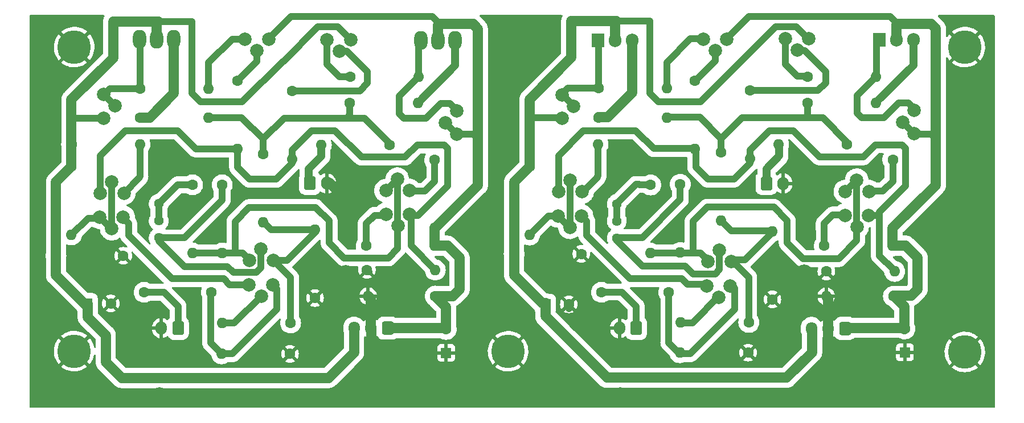
<source format=gbl>
G04 #@! TF.GenerationSoftware,KiCad,Pcbnew,(6.0.5)*
G04 #@! TF.CreationDate,2022-05-30T11:18:51+02:00*
G04 #@! TF.ProjectId,Wzmacniacz_s_uchawkowy_AVT2850,577a6d61-636e-4696-9163-7a5f73427563,rev?*
G04 #@! TF.SameCoordinates,Original*
G04 #@! TF.FileFunction,Copper,L2,Bot*
G04 #@! TF.FilePolarity,Positive*
%FSLAX46Y46*%
G04 Gerber Fmt 4.6, Leading zero omitted, Abs format (unit mm)*
G04 Created by KiCad (PCBNEW (6.0.5)) date 2022-05-30 11:18:51*
%MOMM*%
%LPD*%
G01*
G04 APERTURE LIST*
G04 Aperture macros list*
%AMRoundRect*
0 Rectangle with rounded corners*
0 $1 Rounding radius*
0 $2 $3 $4 $5 $6 $7 $8 $9 X,Y pos of 4 corners*
0 Add a 4 corners polygon primitive as box body*
4,1,4,$2,$3,$4,$5,$6,$7,$8,$9,$2,$3,0*
0 Add four circle primitives for the rounded corners*
1,1,$1+$1,$2,$3*
1,1,$1+$1,$4,$5*
1,1,$1+$1,$6,$7*
1,1,$1+$1,$8,$9*
0 Add four rect primitives between the rounded corners*
20,1,$1+$1,$2,$3,$4,$5,0*
20,1,$1+$1,$4,$5,$6,$7,0*
20,1,$1+$1,$6,$7,$8,$9,0*
20,1,$1+$1,$8,$9,$2,$3,0*%
G04 Aperture macros list end*
G04 #@! TA.AperFunction,ComponentPad*
%ADD10C,1.600000*%
G04 #@! TD*
G04 #@! TA.AperFunction,ComponentPad*
%ADD11O,1.600000X1.600000*%
G04 #@! TD*
G04 #@! TA.AperFunction,ComponentPad*
%ADD12C,2.000000*%
G04 #@! TD*
G04 #@! TA.AperFunction,ComponentPad*
%ADD13C,5.000000*%
G04 #@! TD*
G04 #@! TA.AperFunction,ComponentPad*
%ADD14R,1.600000X1.600000*%
G04 #@! TD*
G04 #@! TA.AperFunction,ComponentPad*
%ADD15C,1.440000*%
G04 #@! TD*
G04 #@! TA.AperFunction,ComponentPad*
%ADD16RoundRect,0.250000X-0.600000X-0.750000X0.600000X-0.750000X0.600000X0.750000X-0.600000X0.750000X0*%
G04 #@! TD*
G04 #@! TA.AperFunction,ComponentPad*
%ADD17O,1.700000X2.000000*%
G04 #@! TD*
G04 #@! TA.AperFunction,ComponentPad*
%ADD18R,1.905000X2.000000*%
G04 #@! TD*
G04 #@! TA.AperFunction,ComponentPad*
%ADD19O,1.905000X2.000000*%
G04 #@! TD*
G04 #@! TA.AperFunction,ComponentPad*
%ADD20RoundRect,0.250000X0.600000X0.750000X-0.600000X0.750000X-0.600000X-0.750000X0.600000X-0.750000X0*%
G04 #@! TD*
G04 #@! TA.AperFunction,ComponentPad*
%ADD21O,2.000000X2.800000*%
G04 #@! TD*
G04 #@! TA.AperFunction,ComponentPad*
%ADD22RoundRect,0.250000X0.600000X0.725000X-0.600000X0.725000X-0.600000X-0.725000X0.600000X-0.725000X0*%
G04 #@! TD*
G04 #@! TA.AperFunction,ComponentPad*
%ADD23O,1.700000X1.950000*%
G04 #@! TD*
G04 #@! TA.AperFunction,ViaPad*
%ADD24C,2.500000*%
G04 #@! TD*
G04 #@! TA.AperFunction,Conductor*
%ADD25C,1.000000*%
G04 #@! TD*
G04 #@! TA.AperFunction,Conductor*
%ADD26C,1.500000*%
G04 #@! TD*
G04 #@! TA.AperFunction,Conductor*
%ADD27C,1.200000*%
G04 #@! TD*
G04 APERTURE END LIST*
D10*
X178000000Y-80840000D03*
D11*
X178000000Y-91000000D03*
D12*
X131707500Y-89240000D03*
X130007500Y-90940000D03*
X128207500Y-89240000D03*
D10*
X84400000Y-80000000D03*
D11*
X84400000Y-90160000D03*
D12*
X63600000Y-89440000D03*
X61900000Y-91140000D03*
X60100000Y-89440000D03*
D13*
X120800000Y-109400000D03*
D14*
X179800000Y-109552651D03*
D10*
X179800000Y-106052651D03*
X171180000Y-78600000D03*
D11*
X161020000Y-78600000D03*
D15*
X136975000Y-92525000D03*
X136975000Y-89985000D03*
X136975000Y-87445000D03*
D10*
X165320000Y-68500000D03*
D11*
X175480000Y-68500000D03*
D12*
X85807500Y-99480000D03*
X84107500Y-101180000D03*
X82307500Y-99480000D03*
D16*
X91350000Y-84380000D03*
D17*
X93850000Y-84380000D03*
D13*
X56300000Y-109380000D03*
D18*
X175960000Y-63000000D03*
D19*
X178500000Y-63000000D03*
X181040000Y-63000000D03*
D10*
X131700000Y-94900000D03*
D11*
X121700000Y-94900000D03*
D20*
X139850000Y-105967500D03*
D17*
X137350000Y-105967500D03*
D10*
X92100000Y-101460000D03*
D11*
X92100000Y-91300000D03*
D16*
X159200000Y-84400000D03*
D17*
X161700000Y-84400000D03*
D13*
X56300000Y-64100000D03*
D10*
X156500000Y-109600000D03*
D11*
X146340000Y-109600000D03*
D10*
X134700000Y-100600000D03*
X144700000Y-100600000D03*
D14*
X111600000Y-109632651D03*
D10*
X111600000Y-106132651D03*
X99720000Y-93680000D03*
D11*
X109880000Y-93680000D03*
D10*
X88380000Y-109780000D03*
D11*
X78220000Y-109780000D03*
D12*
X97400000Y-62980000D03*
X95700000Y-64680000D03*
X93900000Y-62980000D03*
X82392500Y-95840000D03*
X84092500Y-94140000D03*
X85892500Y-95840000D03*
D10*
X63600000Y-95180000D03*
D11*
X53600000Y-95180000D03*
D12*
X102642500Y-85460000D03*
X104342500Y-83760000D03*
X106142500Y-85460000D03*
D10*
X88480000Y-105180000D03*
D11*
X78320000Y-105180000D03*
D10*
X167820000Y-93700000D03*
D11*
X177980000Y-93700000D03*
D12*
X153807500Y-99640000D03*
X152107500Y-101340000D03*
X150307500Y-99640000D03*
D10*
X156800000Y-70520000D03*
D11*
X156800000Y-80680000D03*
D12*
X165507500Y-62840000D03*
X163807500Y-64540000D03*
X162007500Y-62840000D03*
D10*
X66120000Y-70280000D03*
D11*
X76280000Y-70280000D03*
D12*
X150492500Y-96060000D03*
X152192500Y-94360000D03*
X153992500Y-96060000D03*
D10*
X134220000Y-70200000D03*
D11*
X144380000Y-70200000D03*
D10*
X97220000Y-72380000D03*
D11*
X107380000Y-72380000D03*
D12*
X153300000Y-62900000D03*
X151600000Y-64600000D03*
X149800000Y-62900000D03*
D10*
X88700000Y-70600000D03*
D11*
X88700000Y-80760000D03*
D15*
X68875000Y-92505000D03*
X68875000Y-89965000D03*
X68875000Y-87425000D03*
D14*
X58247349Y-102280000D03*
D10*
X61747349Y-102280000D03*
D13*
X188700000Y-64100000D03*
D10*
X97320000Y-68480000D03*
D11*
X107480000Y-68480000D03*
D12*
X174400000Y-89140000D03*
X172700000Y-90840000D03*
X170900000Y-89140000D03*
X60700000Y-71172500D03*
X62400000Y-72872500D03*
X60700000Y-74672500D03*
D10*
X156600000Y-105100000D03*
D11*
X146440000Y-105100000D03*
D10*
X73900000Y-84600000D03*
D11*
X73900000Y-94760000D03*
D10*
X124000000Y-81920000D03*
D11*
X124000000Y-92080000D03*
D14*
X126347349Y-102400000D03*
D10*
X129847349Y-102400000D03*
D12*
X60192500Y-85840000D03*
X61892500Y-84140000D03*
X63692500Y-85840000D03*
D10*
X103200000Y-78680000D03*
D11*
X93040000Y-78680000D03*
D18*
X134160000Y-63100000D03*
D19*
X136700000Y-63100000D03*
X139240000Y-63100000D03*
D10*
X178100000Y-101200000D03*
D11*
X168100000Y-101200000D03*
D12*
X170942500Y-85610000D03*
X172642500Y-83910000D03*
X174442500Y-85610000D03*
X113160000Y-77087500D03*
X111460000Y-75387500D03*
X113160000Y-73587500D03*
D21*
X66060000Y-62902500D03*
X68600000Y-62902500D03*
X71140000Y-62902500D03*
D10*
X146400000Y-84520000D03*
D11*
X146400000Y-94680000D03*
D12*
X106150000Y-89000000D03*
X104450000Y-90700000D03*
X102650000Y-89000000D03*
D10*
X109900000Y-80900000D03*
D11*
X109900000Y-91060000D03*
D10*
X55900000Y-81900000D03*
D11*
X55900000Y-92060000D03*
D10*
X134220000Y-74600000D03*
D11*
X144380000Y-74600000D03*
D10*
X165320000Y-72400000D03*
D11*
X175480000Y-72400000D03*
D12*
X181160000Y-77007500D03*
X179460000Y-75307500D03*
X181160000Y-73507500D03*
X128307500Y-85660000D03*
X130007500Y-83960000D03*
X131807500Y-85660000D03*
X85200000Y-62900000D03*
X83500000Y-64600000D03*
X81700000Y-62900000D03*
D10*
X99820000Y-97280000D03*
D11*
X109980000Y-97280000D03*
D21*
X107860000Y-63102500D03*
X110400000Y-63102500D03*
X112940000Y-63102500D03*
D10*
X80600000Y-69100000D03*
D11*
X80600000Y-79260000D03*
D22*
X102900000Y-105947500D03*
D23*
X100400000Y-105947500D03*
X97900000Y-105947500D03*
D10*
X168120000Y-97500000D03*
D11*
X178280000Y-97500000D03*
D10*
X160100000Y-101680000D03*
D11*
X160100000Y-91520000D03*
D10*
X110000000Y-101180000D03*
D11*
X100000000Y-101180000D03*
D10*
X124020000Y-78600000D03*
D11*
X134180000Y-78600000D03*
D10*
X152500000Y-79820000D03*
D11*
X152500000Y-89980000D03*
D12*
X128800000Y-71200000D03*
X130500000Y-72900000D03*
X128800000Y-74700000D03*
D10*
X55920000Y-78580000D03*
D11*
X66080000Y-78580000D03*
D13*
X188700000Y-109500000D03*
D10*
X148600000Y-69120000D03*
D11*
X148600000Y-79280000D03*
D10*
X142000000Y-84620000D03*
D11*
X142000000Y-94780000D03*
D22*
X170900000Y-106000000D03*
D23*
X168400000Y-106000000D03*
X165900000Y-106000000D03*
D20*
X71750000Y-105947500D03*
D17*
X69250000Y-105947500D03*
D10*
X66700000Y-100600000D03*
X76700000Y-100600000D03*
X78300000Y-84600000D03*
D11*
X78300000Y-94760000D03*
D10*
X66120000Y-74580000D03*
D11*
X76280000Y-74580000D03*
D24*
X164800000Y-97747349D03*
X96800000Y-91780000D03*
X137500000Y-110000000D03*
X69000000Y-116000000D03*
X164900000Y-91747349D03*
X96700000Y-97780000D03*
X137500000Y-116000000D03*
X69000000Y-110000000D03*
D25*
X71750000Y-102730000D02*
X69620000Y-100600000D01*
X69620000Y-100600000D02*
X66700000Y-100600000D01*
X71750000Y-105947500D02*
X71750000Y-102730000D01*
X76600000Y-100700000D02*
X76600000Y-108160000D01*
X76700000Y-100600000D02*
X76600000Y-100700000D01*
X78220000Y-109780000D02*
X79800000Y-109780000D01*
X76600000Y-108160000D02*
X78220000Y-109780000D01*
X86400000Y-100072500D02*
X85807500Y-99480000D01*
X86400000Y-103180000D02*
X86400000Y-100072500D01*
X79800000Y-109780000D02*
X86400000Y-103180000D01*
D26*
X168400000Y-106000000D02*
X168400000Y-107550000D01*
D25*
X129847349Y-103094698D02*
X129847349Y-102247349D01*
X168200000Y-101047349D02*
X168100000Y-101147349D01*
D26*
X100450000Y-105997500D02*
X100400000Y-105947500D01*
X100450000Y-108100000D02*
X100450000Y-105997500D01*
D25*
X99820000Y-97280000D02*
X100100000Y-97560000D01*
D26*
X100000000Y-101180000D02*
X100400000Y-101580000D01*
X168100000Y-101200000D02*
X168400000Y-101500000D01*
X96700000Y-97780000D02*
X96700000Y-97880000D01*
D25*
X100100000Y-101080000D02*
X100000000Y-101180000D01*
D26*
X96800000Y-86880000D02*
X96800000Y-91780000D01*
X100400000Y-101580000D02*
X100400000Y-105947500D01*
X93850000Y-84380000D02*
X94300000Y-84380000D01*
X164800000Y-97747349D02*
X164800000Y-97847349D01*
X168400000Y-101500000D02*
X168400000Y-106000000D01*
X94300000Y-84380000D02*
X96800000Y-86880000D01*
D27*
X91150000Y-82230000D02*
X91150000Y-84780000D01*
X93040000Y-80340000D02*
X91150000Y-82230000D01*
X93040000Y-78680000D02*
X93040000Y-80340000D01*
D25*
X78320000Y-105180000D02*
X80107500Y-105180000D01*
X80107500Y-105180000D02*
X84107500Y-101180000D01*
X82307500Y-99480000D02*
X79400000Y-99480000D01*
X79400000Y-99480000D02*
X78520000Y-98600000D01*
X78520000Y-98600000D02*
X70820000Y-98600000D01*
X64400000Y-92180000D02*
X64400000Y-90380000D01*
X64400000Y-90380000D02*
X63600000Y-89580000D01*
X70820000Y-98600000D02*
X64400000Y-92180000D01*
X103000000Y-95500000D02*
X104392500Y-94107500D01*
X94200000Y-89980000D02*
X94200000Y-93280000D01*
X92200000Y-87980000D02*
X94200000Y-89980000D01*
X82300000Y-87980000D02*
X92200000Y-87980000D01*
X73900000Y-94760000D02*
X78300000Y-94760000D01*
X104342500Y-83760000D02*
X102642500Y-85460000D01*
X81312500Y-94760000D02*
X78300000Y-94760000D01*
X94200000Y-93280000D02*
X96420000Y-95500000D01*
X80200000Y-90080000D02*
X82300000Y-87980000D01*
X104392500Y-94107500D02*
X104392500Y-83860000D01*
X80200000Y-94760000D02*
X80200000Y-90080000D01*
X82392500Y-95840000D02*
X81312500Y-94760000D01*
X96420000Y-95500000D02*
X103000000Y-95500000D01*
X88480000Y-98427500D02*
X85892500Y-95840000D01*
X85540000Y-91300000D02*
X92100000Y-91300000D01*
X92100000Y-91680000D02*
X87940000Y-95840000D01*
X87940000Y-95840000D02*
X85892500Y-95840000D01*
X88480000Y-105180000D02*
X88480000Y-98427500D01*
X84200000Y-89960000D02*
X85540000Y-91300000D01*
X92100000Y-91300000D02*
X92100000Y-91680000D01*
X55900000Y-92060000D02*
X58380000Y-89580000D01*
X61900000Y-91140000D02*
X61800000Y-91140000D01*
X61800000Y-91140000D02*
X60100000Y-89440000D01*
X61900000Y-91140000D02*
X61892500Y-91132500D01*
X61892500Y-91132500D02*
X61892500Y-84140000D01*
X58380000Y-89580000D02*
X60200000Y-89580000D01*
X109900000Y-84100000D02*
X109900000Y-80900000D01*
X106192500Y-85560000D02*
X108440000Y-85560000D01*
X108440000Y-85560000D02*
X109900000Y-84100000D01*
X111800000Y-84800000D02*
X107460000Y-89140000D01*
X60192500Y-85840000D02*
X60192500Y-80287500D01*
X60192500Y-80287500D02*
X63900000Y-76580000D01*
X88700000Y-79480000D02*
X91600000Y-76580000D01*
X80600000Y-82000000D02*
X82400000Y-83800000D01*
X105500000Y-80480000D02*
X107300000Y-78680000D01*
X80600000Y-79260000D02*
X80600000Y-82000000D01*
X111800000Y-79180000D02*
X111800000Y-84800000D01*
X91600000Y-76580000D02*
X95100000Y-76580000D01*
X107300000Y-78680000D02*
X111300000Y-78680000D01*
X106400000Y-93700000D02*
X106400000Y-89432500D01*
X86300000Y-83800000D02*
X88700000Y-81400000D01*
X109980000Y-97280000D02*
X106400000Y-93700000D01*
X88700000Y-80760000D02*
X88700000Y-79480000D01*
X111300000Y-78680000D02*
X111800000Y-79180000D01*
X107460000Y-89140000D02*
X106107500Y-89140000D01*
X88700000Y-81400000D02*
X88700000Y-80760000D01*
X71700000Y-76580000D02*
X74380000Y-79260000D01*
X99000000Y-80480000D02*
X105500000Y-80480000D01*
X95100000Y-76580000D02*
X99000000Y-80480000D01*
X63900000Y-76580000D02*
X71700000Y-76580000D01*
X74380000Y-79260000D02*
X80600000Y-79260000D01*
X82400000Y-83800000D02*
X86300000Y-83800000D01*
X106400000Y-89432500D02*
X106107500Y-89140000D01*
X66000000Y-83532500D02*
X66000000Y-83380000D01*
X66080000Y-83300000D02*
X66080000Y-78580000D01*
X63692500Y-85840000D02*
X66000000Y-83532500D01*
X66000000Y-83380000D02*
X66080000Y-83300000D01*
X102607500Y-89140000D02*
X100960000Y-89140000D01*
X99700000Y-90400000D02*
X99700000Y-91200000D01*
X99720000Y-91220000D02*
X99720000Y-93680000D01*
X99700000Y-91200000D02*
X99720000Y-91220000D01*
X100960000Y-89140000D02*
X99700000Y-90400000D01*
D26*
X66120000Y-74580000D02*
X67500000Y-74580000D01*
X71140000Y-70940000D02*
X67500000Y-74580000D01*
X71140000Y-62902500D02*
X71140000Y-70940000D01*
D25*
X80600000Y-69100000D02*
X83500000Y-66200000D01*
X83500000Y-66200000D02*
X83500000Y-64600000D01*
X76280000Y-66400000D02*
X79780000Y-62900000D01*
X76280000Y-70280000D02*
X76280000Y-66400000D01*
X79780000Y-62900000D02*
X81700000Y-62900000D01*
X95700000Y-68480000D02*
X93900000Y-66680000D01*
X97320000Y-68480000D02*
X95700000Y-68480000D01*
X93900000Y-66680000D02*
X93900000Y-62980000D01*
X66120000Y-70280000D02*
X66120000Y-62962500D01*
X66120000Y-62962500D02*
X66060000Y-62902500D01*
X62400000Y-72872500D02*
X60700000Y-71172500D01*
X60700000Y-71172500D02*
X61592500Y-70280000D01*
X61592500Y-70280000D02*
X66120000Y-70280000D01*
X110800000Y-72480000D02*
X112200000Y-72480000D01*
X107480000Y-68480000D02*
X104600000Y-71360000D01*
X107480000Y-63482500D02*
X107860000Y-63102500D01*
X105300000Y-74680000D02*
X108600000Y-74680000D01*
X113160000Y-73440000D02*
X113160000Y-73587500D01*
X112200000Y-72480000D02*
X113160000Y-73440000D01*
X107480000Y-68480000D02*
X107480000Y-63482500D01*
X104600000Y-71360000D02*
X104600000Y-73980000D01*
X108600000Y-74680000D02*
X110800000Y-72480000D01*
X104600000Y-73980000D02*
X105300000Y-74680000D01*
X99900000Y-67780000D02*
X96800000Y-64680000D01*
X88700000Y-70600000D02*
X98780000Y-70600000D01*
X96800000Y-64680000D02*
X95700000Y-64680000D01*
X98780000Y-70600000D02*
X99900000Y-69480000D01*
X99900000Y-69480000D02*
X99900000Y-67780000D01*
D26*
X58300000Y-104300000D02*
X61000000Y-107000000D01*
D25*
X73800000Y-60280000D02*
X73800000Y-71000000D01*
D26*
X68800000Y-60280000D02*
X68600000Y-60480000D01*
X68600000Y-60480000D02*
X68600000Y-62902500D01*
D25*
X73800000Y-71000000D02*
X75080000Y-72280000D01*
X92520480Y-61079520D02*
X95499520Y-61079520D01*
D26*
X55900000Y-74900000D02*
X55900000Y-78560000D01*
X58247349Y-102280000D02*
X57800000Y-102280000D01*
X55900000Y-81900000D02*
X55900000Y-78560000D01*
X61000000Y-107000000D02*
X61000000Y-111000000D01*
X53600000Y-95180000D02*
X53600000Y-84200000D01*
D25*
X56127500Y-74672500D02*
X55900000Y-74900000D01*
D26*
X55900000Y-71900000D02*
X55900000Y-74900000D01*
X53600000Y-98080000D02*
X53600000Y-95180000D01*
D25*
X60700000Y-74672500D02*
X56127500Y-74672500D01*
D26*
X61000000Y-111000000D02*
X63380000Y-113380000D01*
X63380000Y-113380000D02*
X94100000Y-113380000D01*
X62100000Y-60280000D02*
X62100000Y-65700000D01*
X58300000Y-102332651D02*
X58300000Y-104300000D01*
D25*
X81300000Y-72280000D02*
X87380000Y-66200000D01*
X95499520Y-61079520D02*
X97400000Y-62980000D01*
D26*
X53600000Y-84200000D02*
X55900000Y-81900000D01*
X58247349Y-102280000D02*
X58300000Y-102332651D01*
D25*
X75080000Y-72280000D02*
X81300000Y-72280000D01*
D26*
X94100000Y-113380000D02*
X97900000Y-109580000D01*
X55900000Y-78560000D02*
X55920000Y-78580000D01*
X68800000Y-60280000D02*
X62100000Y-60280000D01*
X97900000Y-109580000D02*
X97900000Y-105947500D01*
D25*
X68800000Y-60280000D02*
X73800000Y-60280000D01*
D26*
X57800000Y-102280000D02*
X53600000Y-98080000D01*
X62100000Y-65700000D02*
X55900000Y-71900000D01*
D25*
X87400000Y-66200000D02*
X92520480Y-61079520D01*
X87380000Y-66200000D02*
X87400000Y-66200000D01*
X115607500Y-77087500D02*
X116300000Y-77780000D01*
X111460000Y-75387500D02*
X113160000Y-77087500D01*
D26*
X111600000Y-102780000D02*
X110000000Y-101180000D01*
D25*
X85180000Y-62920000D02*
X88520000Y-59580000D01*
X88520000Y-59580000D02*
X109500000Y-59580000D01*
D26*
X102900000Y-105947500D02*
X111414849Y-105947500D01*
X116300000Y-84680000D02*
X109880000Y-91100000D01*
X110400000Y-60780000D02*
X110400000Y-63102500D01*
D25*
X113160000Y-77087500D02*
X115607500Y-77087500D01*
D26*
X113600000Y-100180000D02*
X113600000Y-95480000D01*
X111800000Y-93680000D02*
X109880000Y-93680000D01*
X110600000Y-60680000D02*
X115600000Y-60680000D01*
X110000000Y-101180000D02*
X112600000Y-101180000D01*
X109880000Y-91100000D02*
X109880000Y-93680000D01*
X116300000Y-77780000D02*
X116300000Y-84680000D01*
X115600000Y-60680000D02*
X116300000Y-61380000D01*
X116300000Y-61380000D02*
X116300000Y-77780000D01*
X111600000Y-106132651D02*
X111600000Y-102780000D01*
D25*
X109500000Y-59580000D02*
X110600000Y-60680000D01*
D26*
X111414849Y-105947500D02*
X111600000Y-106132651D01*
X112600000Y-101180000D02*
X113600000Y-100180000D01*
X113600000Y-95480000D02*
X111800000Y-93680000D01*
D25*
X87500000Y-74680000D02*
X97500000Y-74680000D01*
X84400000Y-77780000D02*
X84400000Y-80000000D01*
X84400000Y-77780000D02*
X87500000Y-74680000D01*
X97500000Y-74680000D02*
X99480000Y-74680000D01*
X99480000Y-74680000D02*
X103200000Y-78400000D01*
X97200000Y-74180000D02*
X97200000Y-74380000D01*
X81200000Y-74580000D02*
X84400000Y-77780000D01*
X97220000Y-74160000D02*
X97200000Y-74180000D01*
X103200000Y-78400000D02*
X103200000Y-78680000D01*
X76280000Y-74580000D02*
X81200000Y-74580000D01*
X97200000Y-74380000D02*
X97500000Y-74680000D01*
X97220000Y-72380000D02*
X97220000Y-74160000D01*
X84092500Y-96987500D02*
X83400000Y-97680000D01*
X72700000Y-96780000D02*
X68875000Y-92955000D01*
X84092500Y-94140000D02*
X84092500Y-96987500D01*
X79080000Y-96780000D02*
X72700000Y-96780000D01*
X68875000Y-92955000D02*
X68875000Y-92505000D01*
X78300000Y-86880000D02*
X72675000Y-92505000D01*
X72675000Y-92505000D02*
X68875000Y-92505000D01*
X78300000Y-84600000D02*
X78300000Y-86880000D01*
X79980000Y-97680000D02*
X79080000Y-96780000D01*
X83400000Y-97680000D02*
X79980000Y-97680000D01*
X68875000Y-87425000D02*
X71720000Y-84580000D01*
X72220000Y-84600000D02*
X73900000Y-84600000D01*
X68875000Y-89965000D02*
X68875000Y-87425000D01*
X71720000Y-84580000D02*
X72200000Y-84580000D01*
X72200000Y-84580000D02*
X72220000Y-84600000D01*
D27*
X112940000Y-66820000D02*
X107380000Y-72380000D01*
X112940000Y-63102500D02*
X112940000Y-66820000D01*
D25*
X137720000Y-100567349D02*
X134800000Y-100567349D01*
X139850000Y-102697349D02*
X137720000Y-100567349D01*
X139850000Y-105914849D02*
X139850000Y-102697349D01*
X144700000Y-100667349D02*
X144700000Y-108127349D01*
X144700000Y-108127349D02*
X146320000Y-109747349D01*
X147900000Y-109747349D02*
X154500000Y-103147349D01*
X146320000Y-109747349D02*
X147900000Y-109747349D01*
X154500000Y-103147349D02*
X154500000Y-100039849D01*
X154500000Y-100039849D02*
X153907500Y-99447349D01*
D27*
X161140000Y-80307349D02*
X159250000Y-82197349D01*
X159250000Y-82197349D02*
X159250000Y-84747349D01*
X161140000Y-78647349D02*
X161140000Y-80307349D01*
D25*
X152250000Y-97250000D02*
X151600000Y-97900000D01*
X152192500Y-94360000D02*
X152250000Y-94417500D01*
X151600000Y-97900000D02*
X148300000Y-97900000D01*
X148300000Y-97900000D02*
X147147349Y-96747349D01*
X140800000Y-96747349D02*
X136975000Y-92922349D01*
X152250000Y-94417500D02*
X152250000Y-97250000D01*
X136975000Y-92472349D02*
X140775000Y-92472349D01*
X146400000Y-86847349D02*
X146400000Y-84567349D01*
X147147349Y-96747349D02*
X140800000Y-96747349D01*
X140775000Y-92472349D02*
X146400000Y-86847349D01*
X136975000Y-92922349D02*
X136975000Y-92472349D01*
X136975000Y-87392349D02*
X139820000Y-84547349D01*
X136975000Y-89932349D02*
X136975000Y-87392349D01*
X139820000Y-84547349D02*
X140300000Y-84547349D01*
X140300000Y-84547349D02*
X140320000Y-84567349D01*
X140320000Y-84567349D02*
X142000000Y-84567349D01*
X134220000Y-70247349D02*
X134220000Y-63160000D01*
X130500000Y-72839849D02*
X128800000Y-71139849D01*
X129692500Y-70247349D02*
X134220000Y-70247349D01*
X134220000Y-63160000D02*
X134160000Y-63100000D01*
X128800000Y-71139849D02*
X129692500Y-70247349D01*
X150407500Y-99447349D02*
X147500000Y-99447349D01*
X146620000Y-98567349D02*
X138920000Y-98567349D01*
X147500000Y-99447349D02*
X146620000Y-98567349D01*
X132500000Y-90032500D02*
X131707500Y-89240000D01*
X138920000Y-98567349D02*
X132500000Y-92147349D01*
X132500000Y-92147349D02*
X132500000Y-90032500D01*
X127892651Y-89240000D02*
X128200000Y-89547349D01*
X126787349Y-89240000D02*
X127892651Y-89240000D01*
X129907500Y-90940000D02*
X128207500Y-89240000D01*
X124000000Y-92027349D02*
X126787349Y-89240000D01*
X130007011Y-84121860D02*
X129992500Y-84107349D01*
X130007500Y-90940000D02*
X130007011Y-90939511D01*
X130007011Y-90939511D02*
X130007011Y-84121860D01*
X130007500Y-90940000D02*
X129907500Y-90940000D01*
X173600000Y-80447349D02*
X175400000Y-78647349D01*
X142480000Y-79227349D02*
X148700000Y-79227349D01*
X148700000Y-79227349D02*
X148700000Y-81967349D01*
X175999511Y-88900489D02*
X175999511Y-90600489D01*
X156800000Y-81367349D02*
X156800000Y-79447349D01*
X150500000Y-83767349D02*
X154400000Y-83767349D01*
X179900000Y-79147349D02*
X179900000Y-84767349D01*
X167100000Y-80447349D02*
X173600000Y-80447349D01*
X175400000Y-78647349D02*
X179400000Y-78647349D01*
X176000000Y-90600978D02*
X176000000Y-95167349D01*
X176000000Y-95167349D02*
X178080000Y-97247349D01*
X139800000Y-76547349D02*
X142480000Y-79227349D01*
X163200000Y-76547349D02*
X167100000Y-80447349D01*
X156800000Y-79447349D02*
X159700000Y-76547349D01*
X175760000Y-89140000D02*
X175999511Y-88900489D01*
X128292500Y-80254849D02*
X132000000Y-76547349D01*
X179900000Y-84767349D02*
X175999511Y-88667838D01*
X174400000Y-89140000D02*
X175760000Y-89140000D01*
X132000000Y-76547349D02*
X139800000Y-76547349D01*
X175999511Y-88667838D02*
X175999511Y-88900489D01*
X154400000Y-83767349D02*
X156800000Y-81367349D01*
X159700000Y-76547349D02*
X163200000Y-76547349D01*
X148700000Y-81967349D02*
X150500000Y-83767349D01*
X128292500Y-85807349D02*
X128292500Y-80254849D01*
X175999511Y-90600489D02*
X176000000Y-90600978D01*
X179400000Y-78647349D02*
X179900000Y-79147349D01*
X134180000Y-83267349D02*
X134180000Y-78547349D01*
X134100000Y-83347349D02*
X134180000Y-83267349D01*
X131792500Y-85807349D02*
X134100000Y-83499849D01*
X134100000Y-83499849D02*
X134100000Y-83347349D01*
D26*
X139240000Y-63100000D02*
X139240000Y-70907349D01*
X135600000Y-74547349D02*
X134220000Y-74547349D01*
X139240000Y-70907349D02*
X135600000Y-74547349D01*
D25*
X151600000Y-66167349D02*
X151600000Y-64567349D01*
X148700000Y-69067349D02*
X151600000Y-66167349D01*
X144380000Y-66367349D02*
X147880000Y-62867349D01*
X147880000Y-62867349D02*
X149800000Y-62867349D01*
X144380000Y-70247349D02*
X144380000Y-66367349D01*
X148207500Y-105147349D02*
X152207500Y-101147349D01*
X146420000Y-105147349D02*
X148207500Y-105147349D01*
X172650000Y-83984849D02*
X172650000Y-92900000D01*
X172650000Y-92900000D02*
X169950000Y-95600000D01*
X149412500Y-94727349D02*
X146400000Y-94727349D01*
X148300000Y-90047349D02*
X148300000Y-94727349D01*
X148300000Y-94727349D02*
X146400000Y-94727349D01*
X150400000Y-87947349D02*
X148300000Y-90047349D01*
X170942500Y-85610000D02*
X172642500Y-83910000D01*
X169950000Y-95600000D02*
X164652651Y-95600000D01*
X162300000Y-93247349D02*
X162300000Y-89947349D01*
X142000000Y-94727349D02*
X146400000Y-94727349D01*
X162300000Y-89947349D02*
X160300000Y-87947349D01*
X160300000Y-87947349D02*
X150400000Y-87947349D01*
X150492500Y-95807349D02*
X149412500Y-94727349D01*
X164652651Y-95600000D02*
X162300000Y-93247349D01*
X160200000Y-91647349D02*
X156040000Y-95807349D01*
X156040000Y-95807349D02*
X153992500Y-95807349D01*
X154020000Y-91500000D02*
X160052651Y-91500000D01*
X160052651Y-91500000D02*
X160200000Y-91647349D01*
X156580000Y-98394849D02*
X156580000Y-105147349D01*
X153992500Y-95807349D02*
X156580000Y-98394849D01*
X152500000Y-89980000D02*
X154020000Y-91500000D01*
X156800000Y-70567349D02*
X166880000Y-70567349D01*
X168000000Y-67747349D02*
X164900000Y-64647349D01*
X166880000Y-70567349D02*
X168000000Y-69447349D01*
X168000000Y-69447349D02*
X168000000Y-67747349D01*
X164900000Y-64647349D02*
X163800000Y-64647349D01*
X163800000Y-68447349D02*
X162000000Y-66647349D01*
X162000000Y-66647349D02*
X162000000Y-62947349D01*
X165420000Y-68447349D02*
X163800000Y-68447349D01*
X175580000Y-68447349D02*
X172700000Y-71327349D01*
X181260000Y-73407349D02*
X181260000Y-73554849D01*
X176700000Y-74647349D02*
X178900000Y-72447349D01*
X180300000Y-72447349D02*
X181260000Y-73407349D01*
X175580000Y-68447349D02*
X175580000Y-63449849D01*
X172700000Y-71327349D02*
X172700000Y-73947349D01*
X172700000Y-73947349D02*
X173400000Y-74647349D01*
X173400000Y-74647349D02*
X176700000Y-74647349D01*
X178900000Y-72447349D02*
X180300000Y-72447349D01*
X175580000Y-63449849D02*
X175960000Y-63069849D01*
D27*
X181040000Y-66787349D02*
X175480000Y-72347349D01*
X181040000Y-63069849D02*
X181040000Y-66787349D01*
D25*
X178000000Y-84067349D02*
X178000000Y-80867349D01*
X174292500Y-85527349D02*
X176540000Y-85527349D01*
X176540000Y-85527349D02*
X178000000Y-84067349D01*
X170707500Y-89107349D02*
X169060000Y-89107349D01*
X167800000Y-90367349D02*
X167800000Y-91167349D01*
X169060000Y-89107349D02*
X167800000Y-90367349D01*
X167820000Y-91187349D02*
X167820000Y-93647349D01*
X167800000Y-91167349D02*
X167820000Y-91187349D01*
X152500000Y-77747349D02*
X155600000Y-74647349D01*
X165600000Y-74647349D02*
X167580000Y-74647349D01*
X171300000Y-78367349D02*
X171300000Y-78647349D01*
X144380000Y-74547349D02*
X149300000Y-74547349D01*
X165300000Y-74347349D02*
X165600000Y-74647349D01*
X165300000Y-74147349D02*
X165300000Y-74347349D01*
X167580000Y-74647349D02*
X171300000Y-78367349D01*
X165320000Y-72347349D02*
X165320000Y-74127349D01*
X152500000Y-77747349D02*
X152500000Y-79967349D01*
X155600000Y-74647349D02*
X165600000Y-74647349D01*
X165320000Y-74127349D02*
X165300000Y-74147349D01*
X149300000Y-74547349D02*
X152500000Y-77747349D01*
D26*
X130200000Y-60247349D02*
X130200000Y-65667349D01*
X124000000Y-78527349D02*
X124020000Y-78547349D01*
X126347349Y-102247349D02*
X125900000Y-102247349D01*
X162200000Y-113347349D02*
X135500000Y-113347349D01*
X166000000Y-109547349D02*
X162200000Y-113347349D01*
X124000000Y-74867349D02*
X124000000Y-78527349D01*
X136900000Y-60247349D02*
X136700000Y-60447349D01*
X125900000Y-102247349D02*
X121700000Y-98047349D01*
X130200000Y-65667349D02*
X124000000Y-71867349D01*
D25*
X141900000Y-70967349D02*
X143180000Y-72247349D01*
D26*
X124000000Y-81867349D02*
X124000000Y-78527349D01*
D25*
X124227500Y-74639849D02*
X124000000Y-74867349D01*
D26*
X136700000Y-60447349D02*
X136700000Y-62869849D01*
D25*
X128800000Y-74639849D02*
X124227500Y-74639849D01*
D26*
X124000000Y-71867349D02*
X124000000Y-74867349D01*
D25*
X163599520Y-61046869D02*
X165500000Y-62947349D01*
D26*
X136900000Y-60247349D02*
X130200000Y-60247349D01*
X121700000Y-84167349D02*
X124000000Y-81867349D01*
X126347349Y-104194698D02*
X126347349Y-102247349D01*
D25*
X160620480Y-61046869D02*
X163599520Y-61046869D01*
X155500000Y-66167349D02*
X160620480Y-61046869D01*
D26*
X121700000Y-98047349D02*
X121700000Y-84167349D01*
D25*
X143180000Y-72247349D02*
X149400000Y-72247349D01*
X155480000Y-66167349D02*
X155500000Y-66167349D01*
X149400000Y-72247349D02*
X155480000Y-66167349D01*
D26*
X135500000Y-113347349D02*
X126347349Y-104194698D01*
X166000000Y-105914849D02*
X166000000Y-109547349D01*
D25*
X141900000Y-60247349D02*
X141900000Y-70967349D01*
X136900000Y-60247349D02*
X141900000Y-60247349D01*
D26*
X178500000Y-60747349D02*
X178500000Y-63069849D01*
X184400000Y-61347349D02*
X184400000Y-77747349D01*
X183700000Y-60647349D02*
X184400000Y-61347349D01*
D25*
X181260000Y-77054849D02*
X183707500Y-77054849D01*
D26*
X179700000Y-102747349D02*
X178100000Y-101147349D01*
X178100000Y-101147349D02*
X180700000Y-101147349D01*
X180700000Y-101147349D02*
X181700000Y-100147349D01*
X178700000Y-60647349D02*
X183700000Y-60647349D01*
X184400000Y-84647349D02*
X177980000Y-91067349D01*
X181700000Y-100147349D02*
X181700000Y-95447349D01*
D25*
X183707500Y-77054849D02*
X184400000Y-77747349D01*
X156620000Y-59547349D02*
X177600000Y-59547349D01*
D26*
X179700000Y-106100000D02*
X179700000Y-102747349D01*
X184400000Y-77747349D02*
X184400000Y-84647349D01*
D25*
X179560000Y-75354849D02*
X181260000Y-77054849D01*
D26*
X171000000Y-105914849D02*
X179514849Y-105914849D01*
X181700000Y-95447349D02*
X179900000Y-93647349D01*
D25*
X153280000Y-62887349D02*
X156620000Y-59547349D01*
X177600000Y-59547349D02*
X178700000Y-60647349D01*
D26*
X179900000Y-93647349D02*
X177980000Y-93647349D01*
X177980000Y-91067349D02*
X177980000Y-93647349D01*
X179514849Y-105914849D02*
X179700000Y-106100000D01*
G04 #@! TA.AperFunction,Conductor*
G36*
X60760883Y-59350502D02*
G01*
X60807376Y-59404158D01*
X60817480Y-59474432D01*
X60796852Y-59527502D01*
X60793763Y-59532030D01*
X60793759Y-59532037D01*
X60790851Y-59536300D01*
X60788678Y-59540982D01*
X60788676Y-59540985D01*
X60762821Y-59596686D01*
X60758841Y-59604530D01*
X60731130Y-59654729D01*
X60726673Y-59662802D01*
X60724947Y-59667677D01*
X60724944Y-59667683D01*
X60711096Y-59706791D01*
X60706616Y-59717770D01*
X60686965Y-59760104D01*
X60685583Y-59765089D01*
X60685581Y-59765093D01*
X60669176Y-59824247D01*
X60666532Y-59832633D01*
X60657598Y-59857864D01*
X60644309Y-59895390D01*
X60643402Y-59900482D01*
X60636126Y-59941327D01*
X60633497Y-59952901D01*
X60621026Y-59997871D01*
X60614040Y-60063251D01*
X60613952Y-60064070D01*
X60612715Y-60072762D01*
X60601039Y-60138306D01*
X60600775Y-60159961D01*
X60600469Y-60184972D01*
X60600014Y-60192611D01*
X60600035Y-60192612D01*
X60599857Y-60195947D01*
X60599500Y-60199292D01*
X60599500Y-60263484D01*
X60599491Y-60265023D01*
X60598135Y-60376055D01*
X60598025Y-60385028D01*
X60598808Y-60390142D01*
X60599168Y-60395294D01*
X60598819Y-60395318D01*
X60599500Y-60404250D01*
X60599500Y-65026282D01*
X60579498Y-65094403D01*
X60562595Y-65115377D01*
X54920826Y-70757147D01*
X54907384Y-70768812D01*
X54904507Y-70770972D01*
X54904504Y-70770974D01*
X54900364Y-70774083D01*
X54896788Y-70777825D01*
X54896787Y-70777826D01*
X54825412Y-70852516D01*
X54823413Y-70854560D01*
X54794754Y-70883219D01*
X54793094Y-70885177D01*
X54793087Y-70885184D01*
X54786782Y-70892619D01*
X54781781Y-70898173D01*
X54762976Y-70917852D01*
X54729896Y-70952468D01*
X54721720Y-70964454D01*
X54708410Y-70983965D01*
X54700420Y-70994454D01*
X54675761Y-71023531D01*
X54638864Y-71085181D01*
X54637193Y-71087973D01*
X54633165Y-71094270D01*
X54590851Y-71156300D01*
X54588675Y-71160987D01*
X54588672Y-71160993D01*
X54574796Y-71190887D01*
X54568630Y-71202532D01*
X54549049Y-71235250D01*
X54547156Y-71240057D01*
X54547154Y-71240060D01*
X54521526Y-71305122D01*
X54518581Y-71311993D01*
X54486965Y-71380104D01*
X54485583Y-71385089D01*
X54485581Y-71385093D01*
X54476776Y-71416843D01*
X54472596Y-71429338D01*
X54458619Y-71464822D01*
X54457534Y-71469883D01*
X54442881Y-71538229D01*
X54441099Y-71545487D01*
X54425588Y-71601419D01*
X54421026Y-71617871D01*
X54418932Y-71637469D01*
X54416975Y-71655778D01*
X54414888Y-71668802D01*
X54407981Y-71701018D01*
X54407979Y-71701033D01*
X54406897Y-71706080D01*
X54404548Y-71755898D01*
X54403360Y-71781093D01*
X54402786Y-71788548D01*
X54399500Y-71819292D01*
X54399500Y-71859968D01*
X54399360Y-71865902D01*
X54395274Y-71952547D01*
X54397708Y-71973263D01*
X54398639Y-71981191D01*
X54399500Y-71995892D01*
X54399500Y-78256617D01*
X54396020Y-78286024D01*
X54383854Y-78336698D01*
X54364706Y-78580000D01*
X54383854Y-78823302D01*
X54396020Y-78873976D01*
X54399500Y-78903383D01*
X54399500Y-81226282D01*
X54379498Y-81294403D01*
X54362595Y-81315377D01*
X52620826Y-83057147D01*
X52607384Y-83068812D01*
X52604507Y-83070972D01*
X52604504Y-83070974D01*
X52600364Y-83074083D01*
X52596788Y-83077825D01*
X52596787Y-83077826D01*
X52525412Y-83152516D01*
X52523413Y-83154560D01*
X52494754Y-83183219D01*
X52486779Y-83192623D01*
X52481792Y-83198161D01*
X52429896Y-83252468D01*
X52417341Y-83270873D01*
X52408410Y-83283965D01*
X52400420Y-83294454D01*
X52375761Y-83323531D01*
X52341710Y-83380425D01*
X52337193Y-83387973D01*
X52333165Y-83394270D01*
X52290851Y-83456300D01*
X52288675Y-83460987D01*
X52288672Y-83460993D01*
X52274796Y-83490887D01*
X52268630Y-83502532D01*
X52249049Y-83535250D01*
X52247156Y-83540057D01*
X52247154Y-83540060D01*
X52221526Y-83605122D01*
X52218581Y-83611993D01*
X52218186Y-83612843D01*
X52186965Y-83680104D01*
X52185583Y-83685089D01*
X52185581Y-83685093D01*
X52176776Y-83716843D01*
X52172596Y-83729338D01*
X52158619Y-83764822D01*
X52157534Y-83769883D01*
X52142881Y-83838229D01*
X52141099Y-83845487D01*
X52127574Y-83894260D01*
X52121026Y-83917871D01*
X52118710Y-83939547D01*
X52116975Y-83955778D01*
X52114888Y-83968802D01*
X52107981Y-84001018D01*
X52107979Y-84001033D01*
X52106897Y-84006080D01*
X52103855Y-84070591D01*
X52103360Y-84081093D01*
X52102786Y-84088548D01*
X52099500Y-84119292D01*
X52099500Y-84159968D01*
X52099360Y-84165902D01*
X52095274Y-84252547D01*
X52097240Y-84269282D01*
X52098639Y-84281191D01*
X52099500Y-84295892D01*
X52099500Y-94773308D01*
X52096019Y-94802723D01*
X52063854Y-94936698D01*
X52044706Y-95180000D01*
X52063854Y-95423302D01*
X52089825Y-95531479D01*
X52096019Y-95557277D01*
X52099500Y-95586692D01*
X52099500Y-97964268D01*
X52098243Y-97982021D01*
X52097007Y-97990706D01*
X52097124Y-97995868D01*
X52097124Y-97995871D01*
X52099468Y-98099150D01*
X52099500Y-98102009D01*
X52099500Y-98142554D01*
X52099710Y-98145109D01*
X52099711Y-98145133D01*
X52100509Y-98154839D01*
X52100901Y-98162298D01*
X52102605Y-98237382D01*
X52103563Y-98242454D01*
X52103564Y-98242460D01*
X52109684Y-98274847D01*
X52111451Y-98287916D01*
X52113249Y-98309780D01*
X52114575Y-98325911D01*
X52119385Y-98345061D01*
X52132869Y-98398746D01*
X52134474Y-98406045D01*
X52143344Y-98452985D01*
X52148417Y-98479833D01*
X52150192Y-98484684D01*
X52150193Y-98484687D01*
X52161518Y-98515633D01*
X52165395Y-98528236D01*
X52174684Y-98565217D01*
X52178298Y-98573528D01*
X52204629Y-98634087D01*
X52207404Y-98641025D01*
X52233211Y-98711545D01*
X52244496Y-98731490D01*
X52251983Y-98744724D01*
X52257869Y-98756528D01*
X52273072Y-98791493D01*
X52313862Y-98854545D01*
X52317727Y-98860927D01*
X52352164Y-98921795D01*
X52352169Y-98921803D01*
X52354712Y-98926297D01*
X52357957Y-98930319D01*
X52357962Y-98930326D01*
X52378659Y-98955977D01*
X52386386Y-98966651D01*
X52407095Y-98998661D01*
X52457635Y-99054203D01*
X52462492Y-99059871D01*
X52479803Y-99081326D01*
X52479810Y-99081334D01*
X52481917Y-99083945D01*
X52510675Y-99112703D01*
X52514774Y-99116999D01*
X52573154Y-99181158D01*
X52577205Y-99184357D01*
X52577209Y-99184361D01*
X52595793Y-99199037D01*
X52606796Y-99208824D01*
X56657147Y-103259174D01*
X56668812Y-103272616D01*
X56669387Y-103273381D01*
X56674083Y-103279636D01*
X56677825Y-103283212D01*
X56677826Y-103283213D01*
X56722957Y-103326341D01*
X56755430Y-103377558D01*
X56763093Y-103400529D01*
X56766945Y-103406753D01*
X56766945Y-103406754D01*
X56780644Y-103428891D01*
X56799500Y-103495194D01*
X56799500Y-104184268D01*
X56798243Y-104202021D01*
X56797007Y-104210706D01*
X56797124Y-104215868D01*
X56797124Y-104215871D01*
X56799468Y-104319150D01*
X56799500Y-104322009D01*
X56799500Y-104362554D01*
X56799710Y-104365109D01*
X56799711Y-104365133D01*
X56800509Y-104374839D01*
X56800901Y-104382298D01*
X56802605Y-104457382D01*
X56803563Y-104462454D01*
X56803564Y-104462460D01*
X56809684Y-104494847D01*
X56811451Y-104507916D01*
X56812610Y-104522006D01*
X56814575Y-104545911D01*
X56818079Y-104559862D01*
X56832869Y-104618746D01*
X56834474Y-104626045D01*
X56842281Y-104667359D01*
X56848417Y-104699833D01*
X56850192Y-104704684D01*
X56850193Y-104704687D01*
X56861518Y-104735633D01*
X56865395Y-104748236D01*
X56874684Y-104785217D01*
X56876744Y-104789954D01*
X56904629Y-104854087D01*
X56907404Y-104861025D01*
X56933211Y-104931545D01*
X56941975Y-104947035D01*
X56951983Y-104964724D01*
X56957869Y-104976528D01*
X56973072Y-105011493D01*
X56975876Y-105015828D01*
X56975878Y-105015831D01*
X56979488Y-105021411D01*
X57013862Y-105074545D01*
X57017727Y-105080927D01*
X57052164Y-105141795D01*
X57052169Y-105141803D01*
X57054712Y-105146297D01*
X57057957Y-105150319D01*
X57057962Y-105150326D01*
X57078659Y-105175977D01*
X57086386Y-105186651D01*
X57107095Y-105218661D01*
X57110577Y-105222487D01*
X57110578Y-105222489D01*
X57118957Y-105231697D01*
X57157635Y-105274203D01*
X57162492Y-105279871D01*
X57179803Y-105301326D01*
X57179810Y-105301334D01*
X57181917Y-105303945D01*
X57210674Y-105332702D01*
X57214773Y-105336998D01*
X57273154Y-105401158D01*
X57277205Y-105404357D01*
X57277209Y-105404361D01*
X57295793Y-105419037D01*
X57306796Y-105428824D01*
X58397772Y-106519799D01*
X59462595Y-107584622D01*
X59496620Y-107646934D01*
X59499500Y-107673717D01*
X59499500Y-108761323D01*
X59479498Y-108829444D01*
X59425842Y-108875937D01*
X59355568Y-108886041D01*
X59290988Y-108856547D01*
X59252604Y-108796821D01*
X59249376Y-108782986D01*
X59234113Y-108695529D01*
X59232458Y-108688474D01*
X59135998Y-108362834D01*
X59133540Y-108356006D01*
X59000290Y-108043608D01*
X58997073Y-108037125D01*
X58828788Y-107742089D01*
X58824856Y-107736034D01*
X58623774Y-107462295D01*
X58619166Y-107456726D01*
X58613830Y-107450984D01*
X58600178Y-107442866D01*
X58599570Y-107442887D01*
X58591092Y-107448119D01*
X56672020Y-109367190D01*
X56664408Y-109381131D01*
X56664539Y-109382966D01*
X56668790Y-109389580D01*
X58586268Y-111307057D01*
X58599622Y-111314349D01*
X58609594Y-111307295D01*
X58716641Y-111179267D01*
X58720957Y-111173456D01*
X58907432Y-110889575D01*
X58911046Y-110883313D01*
X59063658Y-110579882D01*
X59066530Y-110573244D01*
X59183249Y-110254293D01*
X59185345Y-110247351D01*
X59250981Y-109973958D01*
X59286333Y-109912389D01*
X59349360Y-109879706D01*
X59420051Y-109886287D01*
X59475963Y-109930041D01*
X59499500Y-110003372D01*
X59499500Y-110884268D01*
X59498243Y-110902021D01*
X59497007Y-110910706D01*
X59497124Y-110915868D01*
X59497124Y-110915871D01*
X59499468Y-111019150D01*
X59499500Y-111022009D01*
X59499500Y-111062554D01*
X59499710Y-111065109D01*
X59499711Y-111065133D01*
X59500509Y-111074839D01*
X59500901Y-111082298D01*
X59502605Y-111157382D01*
X59503563Y-111162454D01*
X59503564Y-111162460D01*
X59509684Y-111194847D01*
X59511451Y-111207916D01*
X59513225Y-111229486D01*
X59514575Y-111245911D01*
X59515835Y-111250926D01*
X59532869Y-111318746D01*
X59534474Y-111326045D01*
X59547457Y-111394753D01*
X59548417Y-111399833D01*
X59558380Y-111427057D01*
X59561518Y-111435633D01*
X59565395Y-111448236D01*
X59574684Y-111485217D01*
X59576744Y-111489954D01*
X59604629Y-111554087D01*
X59607404Y-111561025D01*
X59633211Y-111631545D01*
X59635762Y-111636053D01*
X59651983Y-111664724D01*
X59657869Y-111676528D01*
X59673072Y-111711493D01*
X59675876Y-111715828D01*
X59675878Y-111715831D01*
X59690980Y-111739174D01*
X59713862Y-111774545D01*
X59717727Y-111780927D01*
X59752164Y-111841795D01*
X59752169Y-111841803D01*
X59754712Y-111846297D01*
X59757957Y-111850319D01*
X59757962Y-111850326D01*
X59778659Y-111875977D01*
X59786386Y-111886651D01*
X59807095Y-111918661D01*
X59857635Y-111974203D01*
X59862492Y-111979871D01*
X59879803Y-112001326D01*
X59879810Y-112001334D01*
X59881917Y-112003945D01*
X59910675Y-112032703D01*
X59914774Y-112036999D01*
X59973154Y-112101158D01*
X59977205Y-112104357D01*
X59977209Y-112104361D01*
X59995793Y-112119037D01*
X60006796Y-112128824D01*
X62237150Y-114359178D01*
X62248815Y-114372620D01*
X62249998Y-114374195D01*
X62254083Y-114379636D01*
X62257825Y-114383212D01*
X62257826Y-114383213D01*
X62332494Y-114454567D01*
X62334538Y-114456566D01*
X62363218Y-114485246D01*
X62372624Y-114493223D01*
X62378177Y-114498223D01*
X62432468Y-114550104D01*
X62463965Y-114571590D01*
X62474450Y-114579577D01*
X62499590Y-114600897D01*
X62503531Y-114604239D01*
X62507964Y-114606892D01*
X62567976Y-114642809D01*
X62574273Y-114646837D01*
X62636300Y-114689149D01*
X62668557Y-114704122D01*
X62670875Y-114705198D01*
X62682531Y-114711369D01*
X62715249Y-114730951D01*
X62755457Y-114746789D01*
X62785126Y-114758476D01*
X62791997Y-114761421D01*
X62853165Y-114789814D01*
X62860104Y-114793035D01*
X62865077Y-114794414D01*
X62865085Y-114794417D01*
X62896846Y-114803224D01*
X62909335Y-114807402D01*
X62944822Y-114821381D01*
X62990046Y-114831076D01*
X63018252Y-114837123D01*
X63025512Y-114838907D01*
X63092887Y-114857592D01*
X63092889Y-114857592D01*
X63097871Y-114858974D01*
X63103012Y-114859523D01*
X63103020Y-114859525D01*
X63135792Y-114863028D01*
X63148811Y-114865113D01*
X63181020Y-114872018D01*
X63181029Y-114872019D01*
X63186080Y-114873102D01*
X63191245Y-114873346D01*
X63191248Y-114873346D01*
X63261082Y-114876639D01*
X63268537Y-114877213D01*
X63299292Y-114880500D01*
X63339973Y-114880500D01*
X63345910Y-114880640D01*
X63432546Y-114884726D01*
X63461190Y-114881361D01*
X63475891Y-114880500D01*
X93984268Y-114880500D01*
X94002021Y-114881757D01*
X94005588Y-114882265D01*
X94005593Y-114882265D01*
X94010706Y-114882993D01*
X94015868Y-114882876D01*
X94015871Y-114882876D01*
X94119150Y-114880532D01*
X94122009Y-114880500D01*
X94162554Y-114880500D01*
X94165109Y-114880290D01*
X94165133Y-114880289D01*
X94174839Y-114879491D01*
X94182298Y-114879099D01*
X94257382Y-114877395D01*
X94262454Y-114876437D01*
X94262460Y-114876436D01*
X94294847Y-114870316D01*
X94307916Y-114868549D01*
X94340759Y-114865849D01*
X94340764Y-114865848D01*
X94345911Y-114865425D01*
X94379273Y-114857045D01*
X94418746Y-114847131D01*
X94426045Y-114845526D01*
X94494753Y-114832543D01*
X94494754Y-114832543D01*
X94499833Y-114831583D01*
X94504684Y-114829808D01*
X94504687Y-114829807D01*
X94524752Y-114822464D01*
X94535637Y-114818481D01*
X94548236Y-114814605D01*
X94559657Y-114811736D01*
X94580206Y-114806575D01*
X94580210Y-114806574D01*
X94585217Y-114805316D01*
X94638949Y-114781953D01*
X94654087Y-114775371D01*
X94661027Y-114772595D01*
X94666552Y-114770573D01*
X94731545Y-114746789D01*
X94763393Y-114728770D01*
X94764724Y-114728017D01*
X94776528Y-114722131D01*
X94776998Y-114721927D01*
X94811493Y-114706928D01*
X94815828Y-114704124D01*
X94815831Y-114704122D01*
X94843487Y-114686230D01*
X94874545Y-114666138D01*
X94880927Y-114662273D01*
X94941795Y-114627836D01*
X94941803Y-114627831D01*
X94946297Y-114625288D01*
X94950319Y-114622043D01*
X94950326Y-114622038D01*
X94975977Y-114601341D01*
X94986651Y-114593614D01*
X95018661Y-114572905D01*
X95031790Y-114560959D01*
X95047207Y-114546930D01*
X95074203Y-114522365D01*
X95079871Y-114517508D01*
X95101326Y-114500197D01*
X95101334Y-114500190D01*
X95103945Y-114498083D01*
X95132703Y-114469325D01*
X95136999Y-114465226D01*
X95184573Y-114421937D01*
X95201158Y-114406846D01*
X95204357Y-114402795D01*
X95204361Y-114402791D01*
X95219037Y-114384207D01*
X95228824Y-114373204D01*
X97900346Y-111701681D01*
X118863860Y-111701681D01*
X118863878Y-111701933D01*
X118869793Y-111710677D01*
X118901111Y-111739174D01*
X118906748Y-111743738D01*
X119182544Y-111941918D01*
X119188682Y-111945813D01*
X119485435Y-112110984D01*
X119491955Y-112114136D01*
X119805738Y-112244109D01*
X119812589Y-112246495D01*
X120139212Y-112339536D01*
X120146301Y-112341120D01*
X120481465Y-112396006D01*
X120488671Y-112396763D01*
X120827926Y-112412762D01*
X120835176Y-112412686D01*
X121174010Y-112389587D01*
X121181219Y-112388676D01*
X121515160Y-112326784D01*
X121522190Y-112325057D01*
X121846819Y-112225187D01*
X121853597Y-112222667D01*
X122164603Y-112086145D01*
X122171043Y-112082864D01*
X122464293Y-111911502D01*
X122470326Y-111907493D01*
X122728828Y-111713405D01*
X122737282Y-111702078D01*
X122730537Y-111689748D01*
X120812810Y-109772020D01*
X120798869Y-109764408D01*
X120797034Y-109764539D01*
X120790420Y-109768790D01*
X118871474Y-111687737D01*
X118863860Y-111701681D01*
X97900346Y-111701681D01*
X98879174Y-110722853D01*
X98892616Y-110711188D01*
X98895493Y-110709028D01*
X98895496Y-110709026D01*
X98899636Y-110705917D01*
X98974588Y-110627484D01*
X98976587Y-110625440D01*
X99005246Y-110596781D01*
X99006906Y-110594823D01*
X99006913Y-110594816D01*
X99013218Y-110587381D01*
X99018219Y-110581827D01*
X99066532Y-110531270D01*
X99066532Y-110531269D01*
X99070104Y-110527532D01*
X99091595Y-110496027D01*
X99099574Y-110485554D01*
X99106557Y-110477320D01*
X110292001Y-110477320D01*
X110292371Y-110484141D01*
X110297895Y-110535003D01*
X110301521Y-110550255D01*
X110346676Y-110670705D01*
X110355214Y-110686300D01*
X110431715Y-110788375D01*
X110444276Y-110800936D01*
X110546351Y-110877437D01*
X110561946Y-110885975D01*
X110682394Y-110931129D01*
X110697649Y-110934756D01*
X110748514Y-110940282D01*
X110755328Y-110940651D01*
X111327885Y-110940651D01*
X111343124Y-110936176D01*
X111344329Y-110934786D01*
X111346000Y-110927103D01*
X111346000Y-110922535D01*
X111854000Y-110922535D01*
X111858475Y-110937774D01*
X111859865Y-110938979D01*
X111867548Y-110940650D01*
X112444669Y-110940650D01*
X112451490Y-110940280D01*
X112502352Y-110934756D01*
X112517604Y-110931130D01*
X112638054Y-110885975D01*
X112653649Y-110877437D01*
X112755724Y-110800936D01*
X112768285Y-110788375D01*
X112844786Y-110686300D01*
X112853324Y-110670705D01*
X112898478Y-110550257D01*
X112902105Y-110535002D01*
X112907631Y-110484137D01*
X112908000Y-110477323D01*
X112908000Y-109904766D01*
X112903525Y-109889527D01*
X112902135Y-109888322D01*
X112894452Y-109886651D01*
X111872115Y-109886651D01*
X111856876Y-109891126D01*
X111855671Y-109892516D01*
X111854000Y-109900199D01*
X111854000Y-110922535D01*
X111346000Y-110922535D01*
X111346000Y-109904766D01*
X111341525Y-109889527D01*
X111340135Y-109888322D01*
X111332452Y-109886651D01*
X110310116Y-109886651D01*
X110294877Y-109891126D01*
X110293672Y-109892516D01*
X110292001Y-109900199D01*
X110292001Y-110477320D01*
X99106557Y-110477320D01*
X99124240Y-110456468D01*
X99126893Y-110452036D01*
X99126901Y-110452024D01*
X99162808Y-110392027D01*
X99166836Y-110385728D01*
X99189109Y-110353077D01*
X99209149Y-110323700D01*
X99211324Y-110319014D01*
X99211331Y-110319002D01*
X99225203Y-110289118D01*
X99231371Y-110277468D01*
X99248298Y-110249184D01*
X99248301Y-110249178D01*
X99250951Y-110244750D01*
X99278481Y-110174861D01*
X99281425Y-110167993D01*
X99310855Y-110104593D01*
X99310856Y-110104590D01*
X99313035Y-110099896D01*
X99314418Y-110094910D01*
X99314420Y-110094904D01*
X99323222Y-110063164D01*
X99327402Y-110050669D01*
X99341382Y-110015178D01*
X99350646Y-109971963D01*
X99357125Y-109941742D01*
X99358909Y-109934481D01*
X99377593Y-109867111D01*
X99377594Y-109867103D01*
X99378974Y-109862129D01*
X99383026Y-109824217D01*
X99385112Y-109811196D01*
X99392018Y-109778982D01*
X99392019Y-109778977D01*
X99393103Y-109773919D01*
X99393421Y-109767188D01*
X99396640Y-109698907D01*
X99397214Y-109691451D01*
X99400500Y-109660708D01*
X99400500Y-109620031D01*
X99400640Y-109614096D01*
X99404483Y-109532613D01*
X99404483Y-109532609D01*
X99404726Y-109527453D01*
X99402627Y-109509580D01*
X99401360Y-109498799D01*
X99400500Y-109484099D01*
X99400500Y-109360536D01*
X110292000Y-109360536D01*
X110296475Y-109375775D01*
X110297865Y-109376980D01*
X110305548Y-109378651D01*
X111327885Y-109378651D01*
X111343124Y-109374176D01*
X111344329Y-109372786D01*
X111346000Y-109365103D01*
X111346000Y-109360536D01*
X111854000Y-109360536D01*
X111858475Y-109375775D01*
X111859865Y-109376980D01*
X111867548Y-109378651D01*
X112889884Y-109378651D01*
X112905123Y-109374176D01*
X112906328Y-109372786D01*
X112907999Y-109365103D01*
X112907999Y-109308987D01*
X117788484Y-109308987D01*
X117797374Y-109648505D01*
X117797980Y-109655721D01*
X117845835Y-109991963D01*
X117847269Y-109999074D01*
X117933455Y-110327595D01*
X117935692Y-110334478D01*
X118059064Y-110650914D01*
X118062081Y-110657503D01*
X118221002Y-110957652D01*
X118224761Y-110963860D01*
X118417129Y-111243757D01*
X118421574Y-111249486D01*
X118488743Y-111326484D01*
X118501917Y-111334888D01*
X118511769Y-111329020D01*
X120427980Y-109412810D01*
X120434357Y-109401131D01*
X121164408Y-109401131D01*
X121164539Y-109402966D01*
X121168790Y-109409580D01*
X123086268Y-111327057D01*
X123099622Y-111334349D01*
X123109594Y-111327295D01*
X123216641Y-111199267D01*
X123220957Y-111193456D01*
X123407432Y-110909575D01*
X123411046Y-110903313D01*
X123563658Y-110599882D01*
X123566530Y-110593244D01*
X123683249Y-110274293D01*
X123685345Y-110267351D01*
X123764631Y-109937103D01*
X123765915Y-109929964D01*
X123806816Y-109591973D01*
X123807240Y-109586403D01*
X123813010Y-109402797D01*
X123812937Y-109397204D01*
X123793338Y-109057303D01*
X123792506Y-109050113D01*
X123734113Y-108715529D01*
X123732458Y-108708474D01*
X123635998Y-108382834D01*
X123633540Y-108376006D01*
X123500290Y-108063608D01*
X123497073Y-108057125D01*
X123328788Y-107762089D01*
X123324856Y-107756034D01*
X123123774Y-107482295D01*
X123119166Y-107476726D01*
X123113830Y-107470984D01*
X123100178Y-107462866D01*
X123099570Y-107462887D01*
X123091092Y-107468119D01*
X121172020Y-109387190D01*
X121164408Y-109401131D01*
X120434357Y-109401131D01*
X120435592Y-109398869D01*
X120435461Y-109397034D01*
X120431210Y-109390420D01*
X118512374Y-107471585D01*
X118499581Y-107464599D01*
X118488827Y-107472464D01*
X118328037Y-107677527D01*
X118323902Y-107683476D01*
X118146440Y-107973068D01*
X118143019Y-107979447D01*
X118000016Y-108287522D01*
X117997356Y-108294241D01*
X117890711Y-108616707D01*
X117888834Y-108623711D01*
X117819961Y-108956288D01*
X117818904Y-108963449D01*
X117788712Y-109301735D01*
X117788484Y-109308987D01*
X112907999Y-109308987D01*
X112907999Y-108787982D01*
X112907629Y-108781161D01*
X112902105Y-108730297D01*
X112898479Y-108715047D01*
X112853324Y-108594597D01*
X112844786Y-108579002D01*
X112768285Y-108476927D01*
X112755724Y-108464366D01*
X112653649Y-108387865D01*
X112638054Y-108379327D01*
X112517606Y-108334173D01*
X112502351Y-108330546D01*
X112451486Y-108325020D01*
X112444672Y-108324651D01*
X111872115Y-108324651D01*
X111856876Y-108329126D01*
X111855671Y-108330516D01*
X111854000Y-108338199D01*
X111854000Y-109360536D01*
X111346000Y-109360536D01*
X111346000Y-108342767D01*
X111341525Y-108327528D01*
X111340135Y-108326323D01*
X111332452Y-108324652D01*
X110755331Y-108324652D01*
X110748510Y-108325022D01*
X110697648Y-108330546D01*
X110682396Y-108334172D01*
X110561946Y-108379327D01*
X110546351Y-108387865D01*
X110444276Y-108464366D01*
X110431715Y-108476927D01*
X110355214Y-108579002D01*
X110346676Y-108594597D01*
X110301522Y-108715045D01*
X110297895Y-108730297D01*
X110292369Y-108781165D01*
X110292000Y-108787979D01*
X110292000Y-109360536D01*
X99400500Y-109360536D01*
X99400500Y-107272324D01*
X99420502Y-107204203D01*
X99474158Y-107157710D01*
X99544432Y-107147606D01*
X99601713Y-107171235D01*
X99677525Y-107227641D01*
X99686562Y-107233245D01*
X99882484Y-107332857D01*
X99892335Y-107336857D01*
X100102240Y-107402034D01*
X100112624Y-107404317D01*
X100128043Y-107406361D01*
X100142207Y-107404165D01*
X100146000Y-107390978D01*
X100146000Y-104506308D01*
X100142027Y-104492777D01*
X100131420Y-104491252D01*
X100013579Y-104515977D01*
X100003383Y-104519037D01*
X99798971Y-104599763D01*
X99789439Y-104604494D01*
X99601538Y-104718516D01*
X99592948Y-104724780D01*
X99426948Y-104868827D01*
X99419527Y-104876459D01*
X99404705Y-104894535D01*
X99346045Y-104934529D01*
X99275075Y-104936460D01*
X99214327Y-104899715D01*
X99204640Y-104886850D01*
X99204336Y-104887071D01*
X99201419Y-104883057D01*
X99198836Y-104878841D01*
X99195625Y-104875081D01*
X99195621Y-104875076D01*
X99038437Y-104691038D01*
X99035224Y-104687276D01*
X99011904Y-104667359D01*
X98847424Y-104526879D01*
X98847419Y-104526876D01*
X98843659Y-104523664D01*
X98628859Y-104392034D01*
X98624289Y-104390141D01*
X98624285Y-104390139D01*
X98400684Y-104297521D01*
X98400682Y-104297520D01*
X98396111Y-104295627D01*
X98287438Y-104269537D01*
X98155961Y-104237972D01*
X98155955Y-104237971D01*
X98151148Y-104236817D01*
X97900000Y-104217051D01*
X97648852Y-104236817D01*
X97644045Y-104237971D01*
X97644039Y-104237972D01*
X97512562Y-104269537D01*
X97403889Y-104295627D01*
X97399318Y-104297520D01*
X97399316Y-104297521D01*
X97175715Y-104390139D01*
X97175711Y-104390141D01*
X97171141Y-104392034D01*
X96956341Y-104523664D01*
X96952581Y-104526876D01*
X96952576Y-104526879D01*
X96788096Y-104667359D01*
X96764776Y-104687276D01*
X96761563Y-104691038D01*
X96604379Y-104875076D01*
X96604376Y-104875081D01*
X96601164Y-104878841D01*
X96562687Y-104941629D01*
X96477064Y-105081354D01*
X96469534Y-105093641D01*
X96467641Y-105098211D01*
X96467639Y-105098215D01*
X96381438Y-105306324D01*
X96373127Y-105326389D01*
X96355177Y-105401158D01*
X96339200Y-105467708D01*
X96314317Y-105571352D01*
X96313229Y-105585181D01*
X96303130Y-105713500D01*
X96299500Y-105759618D01*
X96299500Y-106135382D01*
X96299693Y-106137830D01*
X96299693Y-106137839D01*
X96304835Y-106203171D01*
X96314317Y-106323648D01*
X96315471Y-106328455D01*
X96315472Y-106328461D01*
X96340743Y-106433720D01*
X96373127Y-106568611D01*
X96375020Y-106573182D01*
X96375021Y-106573184D01*
X96389909Y-106609126D01*
X96399500Y-106657344D01*
X96399500Y-108906283D01*
X96379498Y-108974404D01*
X96362595Y-108995378D01*
X93515378Y-111842595D01*
X93453066Y-111876621D01*
X93426283Y-111879500D01*
X64053718Y-111879500D01*
X63985597Y-111859498D01*
X63964623Y-111842595D01*
X62537405Y-110415378D01*
X62503380Y-110353066D01*
X62500500Y-110326283D01*
X62500500Y-107115732D01*
X62501757Y-107097979D01*
X62502265Y-107094412D01*
X62502265Y-107094407D01*
X62502993Y-107089294D01*
X62500532Y-106980850D01*
X62500500Y-106977991D01*
X62500500Y-106937446D01*
X62500290Y-106934891D01*
X62500289Y-106934867D01*
X62499491Y-106925161D01*
X62499099Y-106917697D01*
X62498807Y-106904839D01*
X62497395Y-106842618D01*
X62490316Y-106805151D01*
X62488549Y-106792084D01*
X62487953Y-106784839D01*
X62485425Y-106754089D01*
X62482271Y-106741534D01*
X62467131Y-106681256D01*
X62465526Y-106673955D01*
X62452544Y-106605247D01*
X62452543Y-106605245D01*
X62451584Y-106600167D01*
X62438478Y-106564355D01*
X62434602Y-106551754D01*
X62426576Y-106519799D01*
X62426575Y-106519798D01*
X62425316Y-106514783D01*
X62395372Y-106445917D01*
X62392598Y-106438982D01*
X62391800Y-106436803D01*
X62366789Y-106368456D01*
X62348017Y-106335276D01*
X62342133Y-106323474D01*
X62328991Y-106293250D01*
X62328987Y-106293243D01*
X62326928Y-106288507D01*
X62286140Y-106225458D01*
X62282267Y-106219063D01*
X62281492Y-106217693D01*
X67897289Y-106217693D01*
X67906124Y-106321825D01*
X67907914Y-106332297D01*
X67963130Y-106545035D01*
X67966665Y-106555075D01*
X68056937Y-106755470D01*
X68062106Y-106764756D01*
X68184850Y-106947075D01*
X68191519Y-106955370D01*
X68343228Y-107114400D01*
X68351186Y-107121441D01*
X68527525Y-107252641D01*
X68536562Y-107258245D01*
X68732484Y-107357857D01*
X68742335Y-107361857D01*
X68952240Y-107427034D01*
X68962624Y-107429317D01*
X68978043Y-107431361D01*
X68992207Y-107429165D01*
X68996000Y-107415978D01*
X68996000Y-106219615D01*
X68991525Y-106204376D01*
X68990135Y-106203171D01*
X68982452Y-106201500D01*
X67914030Y-106201500D01*
X67899352Y-106205810D01*
X67897289Y-106217693D01*
X62281492Y-106217693D01*
X62247837Y-106158208D01*
X62247836Y-106158206D01*
X62245288Y-106153703D01*
X62232488Y-106137839D01*
X62221345Y-106124030D01*
X62213612Y-106113347D01*
X62195716Y-106085683D01*
X62195711Y-106085677D01*
X62192905Y-106081339D01*
X62142366Y-106025797D01*
X62137502Y-106020122D01*
X62120192Y-105998670D01*
X62118083Y-105996056D01*
X62089335Y-105967308D01*
X62085236Y-105963012D01*
X62084445Y-105962142D01*
X62026846Y-105898842D01*
X62022795Y-105895643D01*
X62022791Y-105895639D01*
X62004202Y-105880959D01*
X61993199Y-105871172D01*
X61799903Y-105677876D01*
X67892732Y-105677876D01*
X67896475Y-105690624D01*
X67897865Y-105691829D01*
X67905548Y-105693500D01*
X68977885Y-105693500D01*
X68993124Y-105689025D01*
X68994329Y-105687635D01*
X68996000Y-105679952D01*
X68996000Y-104481308D01*
X68992027Y-104467777D01*
X68981420Y-104466252D01*
X68863579Y-104490977D01*
X68853383Y-104494037D01*
X68648971Y-104574763D01*
X68639439Y-104579494D01*
X68451538Y-104693516D01*
X68442948Y-104699780D01*
X68276948Y-104843827D01*
X68269528Y-104851458D01*
X68130174Y-105021411D01*
X68124150Y-105030178D01*
X68015424Y-105221182D01*
X68010959Y-105230846D01*
X67935969Y-105437441D01*
X67933198Y-105447708D01*
X67893877Y-105665155D01*
X67892944Y-105673384D01*
X67892732Y-105677876D01*
X61799903Y-105677876D01*
X59837405Y-103715378D01*
X59803379Y-103653066D01*
X59800500Y-103626283D01*
X59800500Y-103366062D01*
X61025842Y-103366062D01*
X61035138Y-103378077D01*
X61086343Y-103413931D01*
X61095838Y-103419414D01*
X61293296Y-103511490D01*
X61303588Y-103515236D01*
X61514037Y-103571625D01*
X61524830Y-103573528D01*
X61741874Y-103592517D01*
X61752824Y-103592517D01*
X61969868Y-103573528D01*
X61980661Y-103571625D01*
X62191110Y-103515236D01*
X62201402Y-103511490D01*
X62398860Y-103419414D01*
X62408355Y-103413931D01*
X62460397Y-103377491D01*
X62468773Y-103367012D01*
X62461705Y-103353566D01*
X61760161Y-102652022D01*
X61746217Y-102644408D01*
X61744384Y-102644539D01*
X61737769Y-102648790D01*
X61032272Y-103354287D01*
X61025842Y-103366062D01*
X59800500Y-103366062D01*
X59800500Y-102448383D01*
X59801757Y-102430630D01*
X59802265Y-102427063D01*
X59802265Y-102427058D01*
X59802993Y-102421945D01*
X59802713Y-102409580D01*
X59800532Y-102313501D01*
X59800500Y-102310642D01*
X59800500Y-102285475D01*
X60434832Y-102285475D01*
X60453821Y-102502519D01*
X60455724Y-102513312D01*
X60512113Y-102723761D01*
X60515859Y-102734053D01*
X60607935Y-102931511D01*
X60613418Y-102941006D01*
X60649858Y-102993048D01*
X60660337Y-103001424D01*
X60673783Y-102994356D01*
X61375327Y-102292812D01*
X61381705Y-102281132D01*
X62111757Y-102281132D01*
X62111888Y-102282965D01*
X62116139Y-102289580D01*
X62821636Y-102995077D01*
X62833411Y-103001507D01*
X62845426Y-102992211D01*
X62881280Y-102941006D01*
X62886763Y-102931511D01*
X62978839Y-102734053D01*
X62982585Y-102723761D01*
X63038974Y-102513312D01*
X63040877Y-102502519D01*
X63059866Y-102285475D01*
X63059866Y-102274525D01*
X63040877Y-102057481D01*
X63038974Y-102046688D01*
X62982585Y-101836239D01*
X62978839Y-101825947D01*
X62886763Y-101628489D01*
X62881280Y-101618994D01*
X62844840Y-101566952D01*
X62834361Y-101558576D01*
X62820915Y-101565644D01*
X62119371Y-102267188D01*
X62111757Y-102281132D01*
X61381705Y-102281132D01*
X61382941Y-102278868D01*
X61382810Y-102277035D01*
X61378559Y-102270420D01*
X60673062Y-101564923D01*
X60661287Y-101558493D01*
X60649272Y-101567789D01*
X60613418Y-101618994D01*
X60607935Y-101628489D01*
X60515859Y-101825947D01*
X60512113Y-101836239D01*
X60455724Y-102046688D01*
X60453821Y-102057481D01*
X60434832Y-102274525D01*
X60434832Y-102285475D01*
X59800500Y-102285475D01*
X59800500Y-102270097D01*
X59800290Y-102267542D01*
X59800289Y-102267518D01*
X59799491Y-102257812D01*
X59799099Y-102250348D01*
X59797881Y-102196685D01*
X59797849Y-102193826D01*
X59797849Y-101430134D01*
X59797033Y-101422271D01*
X59787702Y-101332339D01*
X59787701Y-101332335D01*
X59786990Y-101325481D01*
X59784008Y-101316541D01*
X59742787Y-101192988D01*
X61025925Y-101192988D01*
X61032993Y-101206434D01*
X61734537Y-101907978D01*
X61748481Y-101915592D01*
X61750314Y-101915461D01*
X61756929Y-101911210D01*
X62462426Y-101205713D01*
X62468856Y-101193938D01*
X62459560Y-101181923D01*
X62408355Y-101146069D01*
X62398860Y-101140586D01*
X62201402Y-101048510D01*
X62191110Y-101044764D01*
X61980661Y-100988375D01*
X61969868Y-100986472D01*
X61752824Y-100967483D01*
X61741874Y-100967483D01*
X61524830Y-100986472D01*
X61514037Y-100988375D01*
X61303588Y-101044764D01*
X61293296Y-101048510D01*
X61095838Y-101140586D01*
X61086343Y-101146069D01*
X61034301Y-101182509D01*
X61025925Y-101192988D01*
X59742787Y-101192988D01*
X59733923Y-101166419D01*
X59731605Y-101159471D01*
X59639515Y-101010655D01*
X59515660Y-100887016D01*
X59509358Y-100883131D01*
X59454797Y-100849500D01*
X59366683Y-100795186D01*
X59323450Y-100780846D01*
X59207108Y-100742256D01*
X59207106Y-100742255D01*
X59200577Y-100740090D01*
X59097215Y-100729500D01*
X58423718Y-100729500D01*
X58355597Y-100709498D01*
X58334623Y-100692595D01*
X55137405Y-97495378D01*
X55103379Y-97433066D01*
X55100500Y-97406283D01*
X55100500Y-96266062D01*
X62878493Y-96266062D01*
X62887789Y-96278077D01*
X62938994Y-96313931D01*
X62948489Y-96319414D01*
X63145947Y-96411490D01*
X63156239Y-96415236D01*
X63366688Y-96471625D01*
X63377481Y-96473528D01*
X63594525Y-96492517D01*
X63605475Y-96492517D01*
X63822519Y-96473528D01*
X63833312Y-96471625D01*
X64043761Y-96415236D01*
X64054053Y-96411490D01*
X64251511Y-96319414D01*
X64261006Y-96313931D01*
X64313048Y-96277491D01*
X64321424Y-96267012D01*
X64314356Y-96253566D01*
X63612812Y-95552022D01*
X63598868Y-95544408D01*
X63597035Y-95544539D01*
X63590420Y-95548790D01*
X62884923Y-96254287D01*
X62878493Y-96266062D01*
X55100500Y-96266062D01*
X55100500Y-95586692D01*
X55103981Y-95557277D01*
X55110175Y-95531479D01*
X55136146Y-95423302D01*
X55154863Y-95185475D01*
X62287483Y-95185475D01*
X62306472Y-95402519D01*
X62308375Y-95413312D01*
X62364764Y-95623761D01*
X62368510Y-95634053D01*
X62460586Y-95831511D01*
X62466069Y-95841006D01*
X62502509Y-95893048D01*
X62512988Y-95901424D01*
X62526434Y-95894356D01*
X63227978Y-95192812D01*
X63235592Y-95178868D01*
X63235461Y-95177035D01*
X63231210Y-95170420D01*
X62525713Y-94464923D01*
X62513938Y-94458493D01*
X62501923Y-94467789D01*
X62466069Y-94518994D01*
X62460586Y-94528489D01*
X62368510Y-94725947D01*
X62364764Y-94736239D01*
X62308375Y-94946688D01*
X62306472Y-94957481D01*
X62287483Y-95174525D01*
X62287483Y-95185475D01*
X55154863Y-95185475D01*
X55155294Y-95180000D01*
X55136146Y-94936698D01*
X55103981Y-94802723D01*
X55100500Y-94773308D01*
X55100500Y-93595657D01*
X55120502Y-93527536D01*
X55174158Y-93481043D01*
X55244432Y-93470939D01*
X55274717Y-93479248D01*
X55279051Y-93481043D01*
X55414819Y-93537280D01*
X55414825Y-93537282D01*
X55419388Y-93539172D01*
X55424188Y-93540324D01*
X55424193Y-93540326D01*
X55518891Y-93563061D01*
X55656698Y-93596146D01*
X55900000Y-93615294D01*
X56143302Y-93596146D01*
X56281109Y-93563061D01*
X56375807Y-93540326D01*
X56375812Y-93540324D01*
X56380612Y-93539172D01*
X56385175Y-93537282D01*
X56385181Y-93537280D01*
X56601515Y-93447672D01*
X56601519Y-93447670D01*
X56606089Y-93445777D01*
X56814179Y-93318259D01*
X56999759Y-93159759D01*
X57158259Y-92974179D01*
X57278482Y-92777994D01*
X57283191Y-92770309D01*
X57285777Y-92766089D01*
X57287672Y-92761515D01*
X57377280Y-92545181D01*
X57377282Y-92545175D01*
X57379172Y-92540612D01*
X57380324Y-92535813D01*
X57380330Y-92535795D01*
X57431319Y-92323412D01*
X57464742Y-92263732D01*
X58861069Y-90867405D01*
X58923381Y-90833379D01*
X58950164Y-90830500D01*
X58994644Y-90830500D01*
X59062765Y-90850502D01*
X59069150Y-90854888D01*
X59169775Y-90928670D01*
X59173910Y-90930846D01*
X59173914Y-90930848D01*
X59243510Y-90967464D01*
X59400033Y-91049815D01*
X59485780Y-91079759D01*
X59639731Y-91133521D01*
X59645667Y-91135594D01*
X59650260Y-91136466D01*
X59896693Y-91183253D01*
X59896696Y-91183253D01*
X59901282Y-91184124D01*
X60019609Y-91188773D01*
X60033505Y-91189319D01*
X60100788Y-91211980D01*
X60117653Y-91226127D01*
X60118824Y-91227298D01*
X60152850Y-91289610D01*
X60155584Y-91310345D01*
X60157677Y-91353930D01*
X60208435Y-91609112D01*
X60296355Y-91853989D01*
X60419504Y-92083180D01*
X60422299Y-92086923D01*
X60422301Y-92086926D01*
X60572385Y-92287913D01*
X60572390Y-92287919D01*
X60575177Y-92291651D01*
X60578486Y-92294931D01*
X60578491Y-92294937D01*
X60756527Y-92471426D01*
X60759954Y-92474823D01*
X60763716Y-92477581D01*
X60763719Y-92477584D01*
X60936787Y-92604482D01*
X60969775Y-92628670D01*
X60973910Y-92630846D01*
X60973914Y-92630848D01*
X61095361Y-92694744D01*
X61200033Y-92749815D01*
X61283601Y-92778998D01*
X61421771Y-92827249D01*
X61445667Y-92835594D01*
X61450260Y-92836466D01*
X61696693Y-92883253D01*
X61696696Y-92883253D01*
X61701282Y-92884124D01*
X61831273Y-92889232D01*
X61956595Y-92894156D01*
X61956601Y-92894156D01*
X61961263Y-92894339D01*
X62041994Y-92885498D01*
X62215245Y-92866524D01*
X62215250Y-92866523D01*
X62219898Y-92866014D01*
X62250189Y-92858039D01*
X62466982Y-92800962D01*
X62466984Y-92800961D01*
X62471505Y-92799771D01*
X62491839Y-92791035D01*
X62706263Y-92698911D01*
X62706265Y-92698910D01*
X62710557Y-92697066D01*
X62892743Y-92584326D01*
X62927820Y-92562620D01*
X62927822Y-92562618D01*
X62931803Y-92560155D01*
X63001938Y-92500782D01*
X63066853Y-92472034D01*
X63137006Y-92482946D01*
X63190123Y-92530054D01*
X63203181Y-92558014D01*
X63204645Y-92562520D01*
X63205897Y-92567987D01*
X63208095Y-92573141D01*
X63208099Y-92573152D01*
X63212866Y-92584326D01*
X63218505Y-92600516D01*
X63223192Y-92617651D01*
X63258835Y-92692377D01*
X63260993Y-92697157D01*
X63268277Y-92714234D01*
X63293476Y-92773313D01*
X63303236Y-92788171D01*
X63311642Y-92803091D01*
X63319292Y-92819129D01*
X63322563Y-92823682D01*
X63322566Y-92823686D01*
X63352982Y-92866014D01*
X63365826Y-92883887D01*
X63367589Y-92886341D01*
X63370579Y-92890690D01*
X63411365Y-92952780D01*
X63416031Y-92959884D01*
X63434398Y-92980499D01*
X63442640Y-92990786D01*
X63449552Y-93000405D01*
X63490100Y-93039699D01*
X63525791Y-93074286D01*
X63527201Y-93075675D01*
X64197050Y-93745524D01*
X64231076Y-93807836D01*
X64226011Y-93878651D01*
X64183464Y-93935487D01*
X64116944Y-93960298D01*
X64059480Y-93949695D01*
X64059226Y-93950393D01*
X64055078Y-93948883D01*
X64054708Y-93948815D01*
X64054059Y-93948512D01*
X64043761Y-93944764D01*
X63833312Y-93888375D01*
X63822519Y-93886472D01*
X63605475Y-93867483D01*
X63594525Y-93867483D01*
X63377481Y-93886472D01*
X63366688Y-93888375D01*
X63156239Y-93944764D01*
X63145947Y-93948510D01*
X62948489Y-94040586D01*
X62938994Y-94046069D01*
X62886952Y-94082509D01*
X62878576Y-94092988D01*
X62885644Y-94106434D01*
X64674287Y-95895077D01*
X64686062Y-95901507D01*
X64698077Y-95892211D01*
X64733931Y-95841006D01*
X64739414Y-95831511D01*
X64831490Y-95634053D01*
X64835236Y-95623761D01*
X64891625Y-95413312D01*
X64893528Y-95402519D01*
X64912517Y-95185475D01*
X64912517Y-95174525D01*
X64893528Y-94957481D01*
X64891625Y-94946688D01*
X64835236Y-94736239D01*
X64831488Y-94725941D01*
X64831185Y-94725292D01*
X64831137Y-94724979D01*
X64829607Y-94720774D01*
X64830452Y-94720466D01*
X64820526Y-94655100D01*
X64849507Y-94590288D01*
X64908928Y-94551433D01*
X64979922Y-94550872D01*
X65034476Y-94582950D01*
X69585931Y-99134405D01*
X69619957Y-99196717D01*
X69614892Y-99267532D01*
X69572345Y-99324368D01*
X69505825Y-99349179D01*
X69496836Y-99349500D01*
X67662377Y-99349500D01*
X67596542Y-99330933D01*
X67410309Y-99216809D01*
X67406089Y-99214223D01*
X67401519Y-99212330D01*
X67401515Y-99212328D01*
X67185181Y-99122720D01*
X67185175Y-99122718D01*
X67180612Y-99120828D01*
X67175812Y-99119676D01*
X67175807Y-99119674D01*
X67067298Y-99093623D01*
X66943302Y-99063854D01*
X66700000Y-99044706D01*
X66456698Y-99063854D01*
X66332702Y-99093623D01*
X66224193Y-99119674D01*
X66224188Y-99119676D01*
X66219388Y-99120828D01*
X66214825Y-99122718D01*
X66214819Y-99122720D01*
X65998485Y-99212328D01*
X65998481Y-99212330D01*
X65993911Y-99214223D01*
X65785821Y-99341741D01*
X65600241Y-99500241D01*
X65441741Y-99685821D01*
X65314223Y-99893911D01*
X65312330Y-99898481D01*
X65312328Y-99898485D01*
X65222720Y-100114819D01*
X65222718Y-100114825D01*
X65220828Y-100119388D01*
X65219676Y-100124188D01*
X65219674Y-100124193D01*
X65214083Y-100147483D01*
X65163854Y-100356698D01*
X65144706Y-100600000D01*
X65163854Y-100843302D01*
X65187820Y-100943124D01*
X65216692Y-101063383D01*
X65220828Y-101080612D01*
X65222718Y-101085175D01*
X65222720Y-101085181D01*
X65305028Y-101283890D01*
X65314223Y-101306089D01*
X65441741Y-101514179D01*
X65600241Y-101699759D01*
X65785821Y-101858259D01*
X65993911Y-101985777D01*
X65998481Y-101987670D01*
X65998485Y-101987672D01*
X66214819Y-102077280D01*
X66214825Y-102077282D01*
X66219388Y-102079172D01*
X66224188Y-102080324D01*
X66224193Y-102080326D01*
X66322952Y-102104036D01*
X66456698Y-102136146D01*
X66700000Y-102155294D01*
X66943302Y-102136146D01*
X67077048Y-102104036D01*
X67175807Y-102080326D01*
X67175812Y-102080324D01*
X67180612Y-102079172D01*
X67185175Y-102077282D01*
X67185181Y-102077280D01*
X67401515Y-101987672D01*
X67401519Y-101987670D01*
X67406089Y-101985777D01*
X67596542Y-101869067D01*
X67662377Y-101850500D01*
X69049836Y-101850500D01*
X69117957Y-101870502D01*
X69138931Y-101887405D01*
X70462595Y-103211069D01*
X70496621Y-103273381D01*
X70499500Y-103300164D01*
X70499500Y-104377131D01*
X70479498Y-104445252D01*
X70453135Y-104474774D01*
X70438891Y-104486391D01*
X70350505Y-104594763D01*
X70316258Y-104636755D01*
X70310427Y-104643904D01*
X70307472Y-104649557D01*
X70307471Y-104649558D01*
X70284778Y-104692966D01*
X70235492Y-104744068D01*
X70166402Y-104760412D01*
X70097903Y-104735680D01*
X69972475Y-104642359D01*
X69963438Y-104636755D01*
X69767516Y-104537143D01*
X69757665Y-104533143D01*
X69547760Y-104467966D01*
X69537376Y-104465683D01*
X69521957Y-104463639D01*
X69507793Y-104465835D01*
X69504000Y-104479022D01*
X69504000Y-107413692D01*
X69507973Y-107427223D01*
X69518580Y-107428748D01*
X69636421Y-107404023D01*
X69646617Y-107400963D01*
X69851029Y-107320237D01*
X69860561Y-107315506D01*
X70048462Y-107201484D01*
X70057052Y-107195220D01*
X70090867Y-107165877D01*
X70155427Y-107136338D01*
X70225708Y-107146392D01*
X70279397Y-107192847D01*
X70285108Y-107202667D01*
X70302338Y-107235623D01*
X70310427Y-107251096D01*
X70314458Y-107256039D01*
X70314459Y-107256040D01*
X70429062Y-107396558D01*
X70438891Y-107408609D01*
X70443831Y-107412638D01*
X70559005Y-107506571D01*
X70596404Y-107537073D01*
X70776530Y-107631241D01*
X70971913Y-107687266D01*
X71003545Y-107690089D01*
X71089391Y-107697751D01*
X71089397Y-107697751D01*
X71092184Y-107698000D01*
X72407816Y-107698000D01*
X72410603Y-107697751D01*
X72410609Y-107697751D01*
X72496455Y-107690089D01*
X72528087Y-107687266D01*
X72723470Y-107631241D01*
X72903596Y-107537073D01*
X72940996Y-107506571D01*
X73056169Y-107412638D01*
X73061109Y-107408609D01*
X73070938Y-107396558D01*
X73185541Y-107256040D01*
X73185542Y-107256039D01*
X73189573Y-107251096D01*
X73200515Y-107230167D01*
X73229934Y-107173892D01*
X73283741Y-107070970D01*
X73339766Y-106875587D01*
X73348466Y-106778109D01*
X73350251Y-106758109D01*
X73350251Y-106758103D01*
X73350500Y-106755316D01*
X73350500Y-105139684D01*
X73339766Y-105019413D01*
X73283741Y-104824030D01*
X73208399Y-104679915D01*
X73192529Y-104649558D01*
X73192528Y-104649557D01*
X73189573Y-104643904D01*
X73183743Y-104636755D01*
X73149495Y-104594763D01*
X73061109Y-104486391D01*
X73046865Y-104474774D01*
X73006717Y-104416220D01*
X73000500Y-104377131D01*
X73000500Y-102820862D01*
X73001578Y-102804415D01*
X73003720Y-102788147D01*
X73003720Y-102788145D01*
X73004453Y-102782578D01*
X73000640Y-102701729D01*
X73000500Y-102695793D01*
X73000500Y-102673370D01*
X72998196Y-102647548D01*
X72997837Y-102642287D01*
X72996905Y-102622519D01*
X72993937Y-102559602D01*
X72992686Y-102554139D01*
X72992685Y-102554133D01*
X72989972Y-102542289D01*
X72987290Y-102525355D01*
X72986210Y-102513257D01*
X72985711Y-102507661D01*
X72983961Y-102501265D01*
X72963869Y-102427819D01*
X72962583Y-102422701D01*
X72945355Y-102347479D01*
X72945355Y-102347478D01*
X72944103Y-102342013D01*
X72941905Y-102336859D01*
X72941901Y-102336848D01*
X72937134Y-102325674D01*
X72931495Y-102309483D01*
X72928835Y-102299759D01*
X72926808Y-102292349D01*
X72891165Y-102217623D01*
X72889007Y-102212843D01*
X72877132Y-102185003D01*
X72856524Y-102136687D01*
X72846764Y-102121829D01*
X72838358Y-102106909D01*
X72830708Y-102090871D01*
X72827428Y-102086306D01*
X72782399Y-102023641D01*
X72779409Y-102019291D01*
X72760822Y-101990995D01*
X72733970Y-101950116D01*
X72730896Y-101946666D01*
X72730890Y-101946658D01*
X72715596Y-101929492D01*
X72707352Y-101919203D01*
X72704757Y-101915592D01*
X72700448Y-101909595D01*
X72624209Y-101835714D01*
X72622799Y-101834325D01*
X70854069Y-100065595D01*
X70820043Y-100003283D01*
X70825108Y-99932468D01*
X70867655Y-99875632D01*
X70934175Y-99850821D01*
X70943164Y-99850500D01*
X75143632Y-99850500D01*
X75211753Y-99870502D01*
X75258246Y-99924158D01*
X75268350Y-99994432D01*
X75260041Y-100024717D01*
X75222722Y-100114815D01*
X75220828Y-100119388D01*
X75219676Y-100124188D01*
X75219674Y-100124193D01*
X75214083Y-100147483D01*
X75163854Y-100356698D01*
X75144706Y-100600000D01*
X75163854Y-100843302D01*
X75187820Y-100943124D01*
X75216692Y-101063383D01*
X75220828Y-101080612D01*
X75222718Y-101085175D01*
X75222720Y-101085181D01*
X75305028Y-101283890D01*
X75314223Y-101306089D01*
X75316808Y-101310308D01*
X75316814Y-101310319D01*
X75330932Y-101333357D01*
X75349500Y-101399192D01*
X75349500Y-108069138D01*
X75348422Y-108085585D01*
X75345547Y-108107422D01*
X75347820Y-108155620D01*
X75349360Y-108188271D01*
X75349500Y-108194207D01*
X75349500Y-108216630D01*
X75349750Y-108219428D01*
X75351804Y-108242452D01*
X75352163Y-108247713D01*
X75356063Y-108330398D01*
X75357314Y-108335861D01*
X75357315Y-108335867D01*
X75360028Y-108347711D01*
X75362710Y-108364645D01*
X75364289Y-108382339D01*
X75365771Y-108387755D01*
X75365771Y-108387757D01*
X75386131Y-108462181D01*
X75387417Y-108467299D01*
X75401663Y-108529500D01*
X75405897Y-108547987D01*
X75408095Y-108553141D01*
X75408099Y-108553152D01*
X75412866Y-108564326D01*
X75418505Y-108580516D01*
X75423192Y-108597651D01*
X75458835Y-108672377D01*
X75460993Y-108677157D01*
X75493476Y-108753313D01*
X75503236Y-108768171D01*
X75511642Y-108783091D01*
X75519292Y-108799129D01*
X75522563Y-108803682D01*
X75522566Y-108803686D01*
X75567589Y-108866341D01*
X75570577Y-108870687D01*
X75574026Y-108875937D01*
X75611365Y-108932780D01*
X75616031Y-108939884D01*
X75623043Y-108947754D01*
X75634398Y-108960499D01*
X75642640Y-108970786D01*
X75649552Y-108980405D01*
X75721485Y-109050113D01*
X75725789Y-109054284D01*
X75727199Y-109055673D01*
X76655258Y-109983732D01*
X76688681Y-110043412D01*
X76739670Y-110255795D01*
X76739676Y-110255813D01*
X76740828Y-110260612D01*
X76742718Y-110265175D01*
X76742720Y-110265181D01*
X76830592Y-110477323D01*
X76834223Y-110486089D01*
X76961741Y-110694179D01*
X77120241Y-110879759D01*
X77305821Y-111038259D01*
X77513911Y-111165777D01*
X77518481Y-111167670D01*
X77518485Y-111167672D01*
X77734819Y-111257280D01*
X77734825Y-111257282D01*
X77739388Y-111259172D01*
X77744188Y-111260324D01*
X77744193Y-111260326D01*
X77852702Y-111286377D01*
X77976698Y-111316146D01*
X78220000Y-111335294D01*
X78463302Y-111316146D01*
X78587298Y-111286377D01*
X78695807Y-111260326D01*
X78695812Y-111260324D01*
X78700612Y-111259172D01*
X78705175Y-111257282D01*
X78705181Y-111257280D01*
X78921515Y-111167672D01*
X78921519Y-111167670D01*
X78926089Y-111165777D01*
X79116542Y-111049067D01*
X79182377Y-111030500D01*
X79709138Y-111030500D01*
X79725585Y-111031578D01*
X79741853Y-111033720D01*
X79741855Y-111033720D01*
X79747422Y-111034453D01*
X79828270Y-111030640D01*
X79834207Y-111030500D01*
X79856630Y-111030500D01*
X79875517Y-111028815D01*
X79882452Y-111028196D01*
X79887713Y-111027837D01*
X79888499Y-111027800D01*
X79970398Y-111023937D01*
X79975861Y-111022686D01*
X79975867Y-111022685D01*
X79987711Y-111019972D01*
X80004645Y-111017290D01*
X80022339Y-111015711D01*
X80027755Y-111014229D01*
X80027757Y-111014229D01*
X80102181Y-110993869D01*
X80107299Y-110992583D01*
X80182521Y-110975355D01*
X80182522Y-110975355D01*
X80187987Y-110974103D01*
X80193141Y-110971905D01*
X80193152Y-110971901D01*
X80204326Y-110967134D01*
X80220517Y-110961495D01*
X80232233Y-110958290D01*
X80232232Y-110958290D01*
X80237651Y-110956808D01*
X80312377Y-110921165D01*
X80317157Y-110919007D01*
X80356980Y-110902021D01*
X80393313Y-110886524D01*
X80408171Y-110876764D01*
X80423091Y-110868358D01*
X80427904Y-110866062D01*
X87658493Y-110866062D01*
X87667789Y-110878077D01*
X87718994Y-110913931D01*
X87728489Y-110919414D01*
X87925947Y-111011490D01*
X87936239Y-111015236D01*
X88146688Y-111071625D01*
X88157481Y-111073528D01*
X88374525Y-111092517D01*
X88385475Y-111092517D01*
X88602519Y-111073528D01*
X88613312Y-111071625D01*
X88823761Y-111015236D01*
X88834053Y-111011490D01*
X89031511Y-110919414D01*
X89041006Y-110913931D01*
X89093048Y-110877491D01*
X89101424Y-110867012D01*
X89094356Y-110853566D01*
X88392812Y-110152022D01*
X88378868Y-110144408D01*
X88377035Y-110144539D01*
X88370420Y-110148790D01*
X87664923Y-110854287D01*
X87658493Y-110866062D01*
X80427904Y-110866062D01*
X80439129Y-110860708D01*
X80443682Y-110857437D01*
X80443686Y-110857434D01*
X80506341Y-110812411D01*
X80510690Y-110809421D01*
X80576024Y-110766505D01*
X80576028Y-110766502D01*
X80579884Y-110763969D01*
X80600501Y-110745601D01*
X80610786Y-110737360D01*
X80620405Y-110730448D01*
X80694286Y-110654209D01*
X80695675Y-110652799D01*
X81562999Y-109785475D01*
X87067483Y-109785475D01*
X87086472Y-110002519D01*
X87088375Y-110013312D01*
X87144764Y-110223761D01*
X87148510Y-110234053D01*
X87240586Y-110431511D01*
X87246069Y-110441006D01*
X87282509Y-110493048D01*
X87292988Y-110501424D01*
X87306434Y-110494356D01*
X88007978Y-109792812D01*
X88014356Y-109781132D01*
X88744408Y-109781132D01*
X88744539Y-109782965D01*
X88748790Y-109789580D01*
X89454287Y-110495077D01*
X89466062Y-110501507D01*
X89478077Y-110492211D01*
X89513931Y-110441006D01*
X89519414Y-110431511D01*
X89611490Y-110234053D01*
X89615236Y-110223761D01*
X89671625Y-110013312D01*
X89673528Y-110002519D01*
X89692517Y-109785475D01*
X89692517Y-109774525D01*
X89673528Y-109557481D01*
X89671625Y-109546688D01*
X89615236Y-109336239D01*
X89611490Y-109325947D01*
X89519414Y-109128489D01*
X89513931Y-109118994D01*
X89477491Y-109066952D01*
X89467012Y-109058576D01*
X89453566Y-109065644D01*
X88752022Y-109767188D01*
X88744408Y-109781132D01*
X88014356Y-109781132D01*
X88015592Y-109778868D01*
X88015461Y-109777035D01*
X88011210Y-109770420D01*
X87305713Y-109064923D01*
X87293938Y-109058493D01*
X87281923Y-109067789D01*
X87246069Y-109118994D01*
X87240586Y-109128489D01*
X87148510Y-109325947D01*
X87144764Y-109336239D01*
X87088375Y-109546688D01*
X87086472Y-109557481D01*
X87067483Y-109774525D01*
X87067483Y-109785475D01*
X81562999Y-109785475D01*
X82655486Y-108692988D01*
X87658576Y-108692988D01*
X87665644Y-108706434D01*
X88367188Y-109407978D01*
X88381132Y-109415592D01*
X88382965Y-109415461D01*
X88389580Y-109411210D01*
X89095077Y-108705713D01*
X89101507Y-108693938D01*
X89092211Y-108681923D01*
X89041006Y-108646069D01*
X89031511Y-108640586D01*
X88834053Y-108548510D01*
X88823761Y-108544764D01*
X88613312Y-108488375D01*
X88602519Y-108486472D01*
X88385475Y-108467483D01*
X88374525Y-108467483D01*
X88157481Y-108486472D01*
X88146688Y-108488375D01*
X87936239Y-108544764D01*
X87925947Y-108548510D01*
X87728489Y-108640586D01*
X87718994Y-108646069D01*
X87666952Y-108682509D01*
X87658576Y-108692988D01*
X82655486Y-108692988D01*
X86801635Y-104546839D01*
X86863947Y-104512813D01*
X86934762Y-104517878D01*
X86991598Y-104560425D01*
X87016409Y-104626945D01*
X87007139Y-104684152D01*
X87002721Y-104694819D01*
X87000828Y-104699388D01*
X86999676Y-104704188D01*
X86999674Y-104704193D01*
X86980222Y-104785217D01*
X86943854Y-104936698D01*
X86924706Y-105180000D01*
X86943854Y-105423302D01*
X86954515Y-105467708D01*
X86992003Y-105623852D01*
X87000828Y-105660612D01*
X87002718Y-105665175D01*
X87002720Y-105665181D01*
X87088044Y-105871172D01*
X87094223Y-105886089D01*
X87221741Y-106094179D01*
X87380241Y-106279759D01*
X87565821Y-106438259D01*
X87773911Y-106565777D01*
X87778481Y-106567670D01*
X87778485Y-106567672D01*
X87994819Y-106657280D01*
X87994825Y-106657282D01*
X87999388Y-106659172D01*
X88004188Y-106660324D01*
X88004193Y-106660326D01*
X88091373Y-106681256D01*
X88236698Y-106716146D01*
X88480000Y-106735294D01*
X88723302Y-106716146D01*
X88868627Y-106681256D01*
X88955807Y-106660326D01*
X88955812Y-106660324D01*
X88960612Y-106659172D01*
X88965175Y-106657282D01*
X88965181Y-106657280D01*
X89181515Y-106567672D01*
X89181519Y-106567670D01*
X89186089Y-106565777D01*
X89394179Y-106438259D01*
X89579759Y-106279759D01*
X89738259Y-106094179D01*
X89865777Y-105886089D01*
X89871956Y-105871172D01*
X89957280Y-105665181D01*
X89957282Y-105665175D01*
X89959172Y-105660612D01*
X89967998Y-105623852D01*
X90005485Y-105467708D01*
X90016146Y-105423302D01*
X90035294Y-105180000D01*
X90016146Y-104936698D01*
X89979778Y-104785217D01*
X89960326Y-104704193D01*
X89960324Y-104704188D01*
X89959172Y-104699388D01*
X89957280Y-104694820D01*
X89957280Y-104694819D01*
X89867672Y-104478485D01*
X89867670Y-104478481D01*
X89865777Y-104473911D01*
X89840383Y-104432471D01*
X89749067Y-104283458D01*
X89730500Y-104217623D01*
X89730500Y-102546062D01*
X91378493Y-102546062D01*
X91387789Y-102558077D01*
X91438994Y-102593931D01*
X91448489Y-102599414D01*
X91645947Y-102691490D01*
X91656239Y-102695236D01*
X91866688Y-102751625D01*
X91877481Y-102753528D01*
X92094525Y-102772517D01*
X92105475Y-102772517D01*
X92322519Y-102753528D01*
X92333312Y-102751625D01*
X92543761Y-102695236D01*
X92554053Y-102691490D01*
X92751511Y-102599414D01*
X92761006Y-102593931D01*
X92813048Y-102557491D01*
X92821424Y-102547012D01*
X92814356Y-102533566D01*
X92112812Y-101832022D01*
X92098868Y-101824408D01*
X92097035Y-101824539D01*
X92090420Y-101828790D01*
X91384923Y-102534287D01*
X91378493Y-102546062D01*
X89730500Y-102546062D01*
X89730500Y-101465475D01*
X90787483Y-101465475D01*
X90806472Y-101682519D01*
X90808375Y-101693312D01*
X90864764Y-101903761D01*
X90868510Y-101914053D01*
X90960586Y-102111511D01*
X90966069Y-102121006D01*
X91002509Y-102173048D01*
X91012988Y-102181424D01*
X91026434Y-102174356D01*
X91727978Y-101472812D01*
X91734356Y-101461132D01*
X92464408Y-101461132D01*
X92464539Y-101462965D01*
X92468790Y-101469580D01*
X93174287Y-102175077D01*
X93186062Y-102181507D01*
X93198077Y-102172211D01*
X93233931Y-102121006D01*
X93239414Y-102111511D01*
X93331490Y-101914053D01*
X93335236Y-101903761D01*
X93391625Y-101693312D01*
X93393528Y-101682519D01*
X93412517Y-101465475D01*
X93412517Y-101454525D01*
X93411817Y-101446522D01*
X98717273Y-101446522D01*
X98764764Y-101623761D01*
X98768510Y-101634053D01*
X98860586Y-101831511D01*
X98866069Y-101841007D01*
X98991028Y-102019467D01*
X98998084Y-102027875D01*
X99152125Y-102181916D01*
X99160533Y-102188972D01*
X99338993Y-102313931D01*
X99348489Y-102319414D01*
X99545947Y-102411490D01*
X99556239Y-102415236D01*
X99728503Y-102461394D01*
X99742599Y-102461058D01*
X99746000Y-102453116D01*
X99746000Y-102447967D01*
X100254000Y-102447967D01*
X100257973Y-102461498D01*
X100266522Y-102462727D01*
X100443761Y-102415236D01*
X100454053Y-102411490D01*
X100651511Y-102319414D01*
X100661007Y-102313931D01*
X100839467Y-102188972D01*
X100847875Y-102181916D01*
X101001916Y-102027875D01*
X101008972Y-102019467D01*
X101133931Y-101841007D01*
X101139414Y-101831511D01*
X101231490Y-101634053D01*
X101235236Y-101623761D01*
X101281394Y-101451497D01*
X101281058Y-101437401D01*
X101273116Y-101434000D01*
X100272115Y-101434000D01*
X100256876Y-101438475D01*
X100255671Y-101439865D01*
X100254000Y-101447548D01*
X100254000Y-102447967D01*
X99746000Y-102447967D01*
X99746000Y-101452115D01*
X99741525Y-101436876D01*
X99740135Y-101435671D01*
X99732452Y-101434000D01*
X98732033Y-101434000D01*
X98718502Y-101437973D01*
X98717273Y-101446522D01*
X93411817Y-101446522D01*
X93393528Y-101237481D01*
X93391625Y-101226688D01*
X93335236Y-101016239D01*
X93331490Y-101005947D01*
X93286051Y-100908503D01*
X98718606Y-100908503D01*
X98718942Y-100922599D01*
X98726884Y-100926000D01*
X99727885Y-100926000D01*
X99743124Y-100921525D01*
X99744329Y-100920135D01*
X99746000Y-100912452D01*
X99746000Y-100907885D01*
X100254000Y-100907885D01*
X100258475Y-100923124D01*
X100259865Y-100924329D01*
X100267548Y-100926000D01*
X101267967Y-100926000D01*
X101281498Y-100922027D01*
X101282727Y-100913478D01*
X101235236Y-100736239D01*
X101231490Y-100725947D01*
X101139414Y-100528489D01*
X101133931Y-100518993D01*
X101008972Y-100340533D01*
X101001916Y-100332125D01*
X100847875Y-100178084D01*
X100839467Y-100171028D01*
X100661007Y-100046069D01*
X100651511Y-100040586D01*
X100454053Y-99948510D01*
X100443761Y-99944764D01*
X100271497Y-99898606D01*
X100257401Y-99898942D01*
X100254000Y-99906884D01*
X100254000Y-100907885D01*
X99746000Y-100907885D01*
X99746000Y-99912033D01*
X99742027Y-99898502D01*
X99733478Y-99897273D01*
X99556239Y-99944764D01*
X99545947Y-99948510D01*
X99348489Y-100040586D01*
X99338993Y-100046069D01*
X99160533Y-100171028D01*
X99152125Y-100178084D01*
X98998084Y-100332125D01*
X98991028Y-100340533D01*
X98866069Y-100518993D01*
X98860586Y-100528489D01*
X98768510Y-100725947D01*
X98764764Y-100736239D01*
X98718606Y-100908503D01*
X93286051Y-100908503D01*
X93239414Y-100808489D01*
X93233931Y-100798994D01*
X93197491Y-100746952D01*
X93187012Y-100738576D01*
X93173566Y-100745644D01*
X92472022Y-101447188D01*
X92464408Y-101461132D01*
X91734356Y-101461132D01*
X91735592Y-101458868D01*
X91735461Y-101457035D01*
X91731210Y-101450420D01*
X91025713Y-100744923D01*
X91013938Y-100738493D01*
X91001923Y-100747789D01*
X90966069Y-100798994D01*
X90960586Y-100808489D01*
X90868510Y-101005947D01*
X90864764Y-101016239D01*
X90808375Y-101226688D01*
X90806472Y-101237481D01*
X90787483Y-101454525D01*
X90787483Y-101465475D01*
X89730500Y-101465475D01*
X89730500Y-100372988D01*
X91378576Y-100372988D01*
X91385644Y-100386434D01*
X92087188Y-101087978D01*
X92101132Y-101095592D01*
X92102965Y-101095461D01*
X92109580Y-101091210D01*
X92815077Y-100385713D01*
X92821507Y-100373938D01*
X92812211Y-100361923D01*
X92761006Y-100326069D01*
X92751511Y-100320586D01*
X92554053Y-100228510D01*
X92543761Y-100224764D01*
X92333312Y-100168375D01*
X92322519Y-100166472D01*
X92105475Y-100147483D01*
X92094525Y-100147483D01*
X91877481Y-100166472D01*
X91866688Y-100168375D01*
X91656239Y-100224764D01*
X91645947Y-100228510D01*
X91448489Y-100320586D01*
X91438994Y-100326069D01*
X91386952Y-100362509D01*
X91378576Y-100372988D01*
X89730500Y-100372988D01*
X89730500Y-98518362D01*
X89731578Y-98501915D01*
X89733721Y-98485636D01*
X89734453Y-98480078D01*
X89730640Y-98399222D01*
X89730500Y-98393287D01*
X89730500Y-98370870D01*
X89730252Y-98368086D01*
X89730251Y-98368074D01*
X89730071Y-98366062D01*
X99098493Y-98366062D01*
X99107789Y-98378077D01*
X99158994Y-98413931D01*
X99168489Y-98419414D01*
X99365947Y-98511490D01*
X99376239Y-98515236D01*
X99586688Y-98571625D01*
X99597481Y-98573528D01*
X99814525Y-98592517D01*
X99825475Y-98592517D01*
X100042519Y-98573528D01*
X100053312Y-98571625D01*
X100263761Y-98515236D01*
X100274053Y-98511490D01*
X100471511Y-98419414D01*
X100481006Y-98413931D01*
X100533048Y-98377491D01*
X100541424Y-98367012D01*
X100534356Y-98353566D01*
X99832812Y-97652022D01*
X99818868Y-97644408D01*
X99817035Y-97644539D01*
X99810420Y-97648790D01*
X99104923Y-98354287D01*
X99098493Y-98366062D01*
X89730071Y-98366062D01*
X89728197Y-98345061D01*
X89727838Y-98339798D01*
X89724202Y-98262708D01*
X89723938Y-98257102D01*
X89719970Y-98239775D01*
X89717291Y-98222860D01*
X89716210Y-98210747D01*
X89716209Y-98210743D01*
X89715711Y-98205161D01*
X89714232Y-98199755D01*
X89714231Y-98199749D01*
X89693875Y-98125341D01*
X89692589Y-98120223D01*
X89688085Y-98100560D01*
X89674104Y-98039513D01*
X89667131Y-98023164D01*
X89661494Y-98006977D01*
X89658288Y-97995257D01*
X89658286Y-97995252D01*
X89656808Y-97989849D01*
X89648862Y-97973189D01*
X89621173Y-97915138D01*
X89619002Y-97910329D01*
X89588725Y-97839347D01*
X89586524Y-97834187D01*
X89576764Y-97819329D01*
X89568358Y-97804409D01*
X89560708Y-97788371D01*
X89557433Y-97783813D01*
X89512402Y-97721146D01*
X89509413Y-97716797D01*
X89490822Y-97688495D01*
X89463970Y-97647616D01*
X89460896Y-97644166D01*
X89460890Y-97644158D01*
X89445596Y-97626992D01*
X89437352Y-97616703D01*
X89436103Y-97614965D01*
X89430448Y-97607095D01*
X89354209Y-97533214D01*
X89352799Y-97531825D01*
X88774791Y-96953817D01*
X88740765Y-96891505D01*
X88745830Y-96820690D01*
X88773402Y-96777037D01*
X88834286Y-96714209D01*
X88835675Y-96712799D01*
X92734405Y-92814069D01*
X92796717Y-92780043D01*
X92867532Y-92785108D01*
X92924368Y-92827655D01*
X92949179Y-92894175D01*
X92949500Y-92903164D01*
X92949500Y-93189138D01*
X92948422Y-93205585D01*
X92946781Y-93218052D01*
X92945547Y-93227422D01*
X92948819Y-93296809D01*
X92949360Y-93308271D01*
X92949500Y-93314207D01*
X92949500Y-93336630D01*
X92950214Y-93344634D01*
X92951804Y-93362452D01*
X92952163Y-93367713D01*
X92956063Y-93450398D01*
X92957314Y-93455861D01*
X92957315Y-93455867D01*
X92960028Y-93467711D01*
X92962710Y-93484645D01*
X92964289Y-93502339D01*
X92965771Y-93507755D01*
X92965771Y-93507757D01*
X92986131Y-93582181D01*
X92987417Y-93587299D01*
X93001803Y-93650111D01*
X93005897Y-93667987D01*
X93008095Y-93673141D01*
X93008099Y-93673152D01*
X93012866Y-93684326D01*
X93018505Y-93700516D01*
X93023192Y-93717651D01*
X93058835Y-93792377D01*
X93060993Y-93797157D01*
X93067746Y-93812988D01*
X93093476Y-93873313D01*
X93103236Y-93888171D01*
X93111642Y-93903091D01*
X93119292Y-93919129D01*
X93122563Y-93923682D01*
X93122566Y-93923686D01*
X93167589Y-93986341D01*
X93170579Y-93990690D01*
X93211365Y-94052780D01*
X93216031Y-94059884D01*
X93234398Y-94080499D01*
X93242640Y-94090786D01*
X93249552Y-94100405D01*
X93284753Y-94134517D01*
X93325791Y-94174286D01*
X93327201Y-94175675D01*
X95471510Y-96319984D01*
X95482377Y-96332374D01*
X95495790Y-96349854D01*
X95521810Y-96373530D01*
X95555676Y-96404346D01*
X95559971Y-96408445D01*
X95575806Y-96424280D01*
X95595704Y-96440917D01*
X95599659Y-96444368D01*
X95660893Y-96500086D01*
X95675948Y-96509530D01*
X95689806Y-96519599D01*
X95703438Y-96530997D01*
X95708314Y-96533778D01*
X95775337Y-96572008D01*
X95779843Y-96574704D01*
X95849990Y-96618707D01*
X95866479Y-96625335D01*
X95881909Y-96632795D01*
X95883633Y-96633778D01*
X95897337Y-96641595D01*
X95919660Y-96649500D01*
X95975361Y-96669225D01*
X95980297Y-96671090D01*
X96006181Y-96681495D01*
X96057105Y-96701966D01*
X96062591Y-96703102D01*
X96062597Y-96703104D01*
X96074506Y-96705570D01*
X96091002Y-96710175D01*
X96107756Y-96716108D01*
X96164084Y-96725332D01*
X96189449Y-96729486D01*
X96194637Y-96730448D01*
X96248465Y-96741595D01*
X96275690Y-96747233D01*
X96280301Y-96747499D01*
X96280302Y-96747499D01*
X96303261Y-96748823D01*
X96316364Y-96750270D01*
X96322498Y-96751274D01*
X96322504Y-96751274D01*
X96328046Y-96752182D01*
X96333660Y-96752094D01*
X96333662Y-96752094D01*
X96434105Y-96750516D01*
X96436084Y-96750500D01*
X98443531Y-96750500D01*
X98511652Y-96770502D01*
X98558145Y-96824158D01*
X98568249Y-96894432D01*
X98565238Y-96909111D01*
X98528375Y-97046688D01*
X98526472Y-97057481D01*
X98507483Y-97274525D01*
X98507483Y-97285475D01*
X98526472Y-97502519D01*
X98528375Y-97513312D01*
X98584764Y-97723761D01*
X98588510Y-97734053D01*
X98680586Y-97931511D01*
X98686069Y-97941006D01*
X98722509Y-97993048D01*
X98732988Y-98001424D01*
X98746434Y-97994356D01*
X99730905Y-97009885D01*
X99793217Y-96975859D01*
X99864032Y-96980924D01*
X99909095Y-97009885D01*
X100894287Y-97995077D01*
X100906062Y-98001507D01*
X100918077Y-97992211D01*
X100953931Y-97941006D01*
X100959414Y-97931511D01*
X101051490Y-97734053D01*
X101055236Y-97723761D01*
X101111625Y-97513312D01*
X101113528Y-97502519D01*
X101132517Y-97285475D01*
X101132517Y-97274525D01*
X101113528Y-97057481D01*
X101111625Y-97046688D01*
X101074762Y-96909111D01*
X101076452Y-96838134D01*
X101116246Y-96779339D01*
X101181511Y-96751391D01*
X101196469Y-96750500D01*
X102909138Y-96750500D01*
X102925585Y-96751578D01*
X102941853Y-96753720D01*
X102941855Y-96753720D01*
X102947422Y-96754453D01*
X103028270Y-96750640D01*
X103034207Y-96750500D01*
X103056630Y-96750500D01*
X103075517Y-96748815D01*
X103082452Y-96748196D01*
X103087713Y-96747837D01*
X103094879Y-96747499D01*
X103170398Y-96743937D01*
X103175861Y-96742686D01*
X103175867Y-96742685D01*
X103187711Y-96739972D01*
X103204645Y-96737290D01*
X103222339Y-96735711D01*
X103227755Y-96734229D01*
X103227757Y-96734229D01*
X103302181Y-96713869D01*
X103307299Y-96712583D01*
X103382521Y-96695355D01*
X103382522Y-96695355D01*
X103387987Y-96694103D01*
X103393141Y-96691905D01*
X103393152Y-96691901D01*
X103404326Y-96687134D01*
X103420517Y-96681495D01*
X103432233Y-96678290D01*
X103432232Y-96678290D01*
X103437651Y-96676808D01*
X103512377Y-96641165D01*
X103517157Y-96639007D01*
X103535936Y-96630997D01*
X103593313Y-96606524D01*
X103608171Y-96596764D01*
X103623091Y-96588358D01*
X103639129Y-96580708D01*
X103643682Y-96577437D01*
X103643686Y-96577434D01*
X103706341Y-96532411D01*
X103710690Y-96529421D01*
X103711161Y-96529112D01*
X103734028Y-96514091D01*
X103776024Y-96486505D01*
X103776028Y-96486502D01*
X103779884Y-96483969D01*
X103800501Y-96465601D01*
X103810786Y-96457360D01*
X103820405Y-96450448D01*
X103894286Y-96374209D01*
X103895675Y-96372799D01*
X105212484Y-95055990D01*
X105224875Y-95045122D01*
X105237910Y-95035120D01*
X105242354Y-95031710D01*
X105296846Y-94971824D01*
X105300945Y-94967529D01*
X105316780Y-94951694D01*
X105333417Y-94931796D01*
X105336876Y-94927831D01*
X105350543Y-94912812D01*
X105371458Y-94889826D01*
X105388811Y-94870756D01*
X105388813Y-94870754D01*
X105392586Y-94866607D01*
X105402030Y-94851552D01*
X105412100Y-94837693D01*
X105419897Y-94828368D01*
X105419898Y-94828366D01*
X105423497Y-94824062D01*
X105462319Y-94756000D01*
X105513442Y-94706740D01*
X105583085Y-94692939D01*
X105649133Y-94718980D01*
X105660860Y-94729334D01*
X108415258Y-97483732D01*
X108448681Y-97543412D01*
X108499670Y-97755795D01*
X108499674Y-97755807D01*
X108500828Y-97760612D01*
X108502718Y-97765175D01*
X108502720Y-97765181D01*
X108589964Y-97975807D01*
X108594223Y-97986089D01*
X108721741Y-98194179D01*
X108880241Y-98379759D01*
X109065821Y-98538259D01*
X109273911Y-98665777D01*
X109278481Y-98667670D01*
X109278485Y-98667672D01*
X109494819Y-98757280D01*
X109494825Y-98757282D01*
X109499388Y-98759172D01*
X109504188Y-98760324D01*
X109504193Y-98760326D01*
X109612702Y-98786377D01*
X109736698Y-98816146D01*
X109980000Y-98835294D01*
X110223302Y-98816146D01*
X110347298Y-98786377D01*
X110455807Y-98760326D01*
X110455812Y-98760324D01*
X110460612Y-98759172D01*
X110465175Y-98757282D01*
X110465181Y-98757280D01*
X110681515Y-98667672D01*
X110681519Y-98667670D01*
X110686089Y-98665777D01*
X110894179Y-98538259D01*
X111079759Y-98379759D01*
X111238259Y-98194179D01*
X111365777Y-97986089D01*
X111370036Y-97975807D01*
X111457280Y-97765181D01*
X111457282Y-97765175D01*
X111459172Y-97760612D01*
X111460329Y-97755795D01*
X111494936Y-97611647D01*
X111516146Y-97523302D01*
X111535294Y-97280000D01*
X111516146Y-97036698D01*
X111471132Y-96849203D01*
X111460326Y-96804193D01*
X111460324Y-96804188D01*
X111459172Y-96799388D01*
X111457282Y-96794825D01*
X111457280Y-96794819D01*
X111367672Y-96578485D01*
X111367670Y-96578481D01*
X111365777Y-96573911D01*
X111238259Y-96365821D01*
X111079759Y-96180241D01*
X110894179Y-96021741D01*
X110686089Y-95894223D01*
X110681519Y-95892330D01*
X110681515Y-95892328D01*
X110465181Y-95802720D01*
X110465175Y-95802718D01*
X110460612Y-95800828D01*
X110455813Y-95799676D01*
X110455795Y-95799670D01*
X110243412Y-95748681D01*
X110183732Y-95715258D01*
X109909889Y-95441415D01*
X109875863Y-95379103D01*
X109880928Y-95308288D01*
X109923475Y-95251452D01*
X109989098Y-95226708D01*
X110053587Y-95221633D01*
X110123302Y-95216146D01*
X110257277Y-95183981D01*
X110286692Y-95180500D01*
X111126282Y-95180500D01*
X111194403Y-95200502D01*
X111215377Y-95217405D01*
X112062595Y-96064623D01*
X112096621Y-96126935D01*
X112099500Y-96153718D01*
X112099500Y-99506283D01*
X112079498Y-99574404D01*
X112062595Y-99595378D01*
X112015378Y-99642595D01*
X111953066Y-99676621D01*
X111926283Y-99679500D01*
X110406692Y-99679500D01*
X110377277Y-99676019D01*
X110349249Y-99669290D01*
X110243302Y-99643854D01*
X110000000Y-99624706D01*
X109756698Y-99643854D01*
X109650751Y-99669290D01*
X109524193Y-99699674D01*
X109524188Y-99699676D01*
X109519388Y-99700828D01*
X109514825Y-99702718D01*
X109514819Y-99702720D01*
X109298485Y-99792328D01*
X109298481Y-99792330D01*
X109293911Y-99794223D01*
X109085821Y-99921741D01*
X108900241Y-100080241D01*
X108741741Y-100265821D01*
X108614223Y-100473911D01*
X108612330Y-100478481D01*
X108612328Y-100478485D01*
X108522720Y-100694819D01*
X108522718Y-100694825D01*
X108520828Y-100699388D01*
X108519676Y-100704188D01*
X108519674Y-100704193D01*
X108500640Y-100783475D01*
X108463854Y-100936698D01*
X108444706Y-101180000D01*
X108463854Y-101423302D01*
X108481438Y-101496542D01*
X108514452Y-101634053D01*
X108520828Y-101660612D01*
X108522718Y-101665175D01*
X108522720Y-101665181D01*
X108612328Y-101881515D01*
X108614223Y-101886089D01*
X108741741Y-102094179D01*
X108900241Y-102279759D01*
X109085821Y-102438259D01*
X109125008Y-102462273D01*
X109203299Y-102510250D01*
X109226559Y-102528587D01*
X110062595Y-103364622D01*
X110096620Y-103426935D01*
X110099500Y-103453718D01*
X110099500Y-104321000D01*
X110079498Y-104389121D01*
X110025842Y-104435614D01*
X109973500Y-104447000D01*
X104177024Y-104447000D01*
X104108903Y-104426998D01*
X104097396Y-104418649D01*
X104053596Y-104382927D01*
X103873470Y-104288759D01*
X103678087Y-104232734D01*
X103646455Y-104229911D01*
X103560609Y-104222249D01*
X103560603Y-104222249D01*
X103557816Y-104222000D01*
X102242184Y-104222000D01*
X102239397Y-104222249D01*
X102239391Y-104222249D01*
X102153545Y-104229911D01*
X102121913Y-104232734D01*
X101926530Y-104288759D01*
X101812970Y-104348127D01*
X101754748Y-104378565D01*
X101746404Y-104382927D01*
X101741461Y-104386958D01*
X101741460Y-104386959D01*
X101609176Y-104494847D01*
X101588891Y-104511391D01*
X101584862Y-104516331D01*
X101466258Y-104661755D01*
X101460427Y-104668904D01*
X101457472Y-104674557D01*
X101457471Y-104674558D01*
X101434778Y-104717966D01*
X101385492Y-104769068D01*
X101316402Y-104785412D01*
X101247903Y-104760680D01*
X101122475Y-104667359D01*
X101113438Y-104661755D01*
X100917516Y-104562143D01*
X100907665Y-104558143D01*
X100697760Y-104492966D01*
X100687376Y-104490683D01*
X100671957Y-104488639D01*
X100657793Y-104490835D01*
X100654000Y-104504022D01*
X100654000Y-107388692D01*
X100657973Y-107402223D01*
X100668580Y-107403748D01*
X100786421Y-107379023D01*
X100796617Y-107375963D01*
X101001029Y-107295237D01*
X101010561Y-107290506D01*
X101198462Y-107176484D01*
X101207052Y-107170220D01*
X101240867Y-107140877D01*
X101305427Y-107111338D01*
X101375708Y-107121392D01*
X101429397Y-107167847D01*
X101435108Y-107177667D01*
X101453955Y-107213716D01*
X101460427Y-107226096D01*
X101464458Y-107231039D01*
X101464459Y-107231040D01*
X101582655Y-107375963D01*
X101588891Y-107383609D01*
X101593831Y-107387638D01*
X101698897Y-107473327D01*
X101746404Y-107512073D01*
X101926530Y-107606241D01*
X102121913Y-107662266D01*
X102135471Y-107663476D01*
X102239391Y-107672751D01*
X102239397Y-107672751D01*
X102242184Y-107673000D01*
X103557816Y-107673000D01*
X103560603Y-107672751D01*
X103560609Y-107672751D01*
X103664529Y-107663476D01*
X103678087Y-107662266D01*
X103873470Y-107606241D01*
X104053596Y-107512073D01*
X104097391Y-107476355D01*
X104162821Y-107448803D01*
X104177024Y-107448000D01*
X110743447Y-107448000D01*
X110809281Y-107466567D01*
X110893911Y-107518428D01*
X110898481Y-107520321D01*
X110898485Y-107520323D01*
X111114819Y-107609931D01*
X111114825Y-107609933D01*
X111119388Y-107611823D01*
X111124188Y-107612975D01*
X111124193Y-107612977D01*
X111200268Y-107631241D01*
X111356698Y-107668797D01*
X111600000Y-107687945D01*
X111843302Y-107668797D01*
X111999732Y-107631241D01*
X112075807Y-107612977D01*
X112075812Y-107612975D01*
X112080612Y-107611823D01*
X112085175Y-107609933D01*
X112085181Y-107609931D01*
X112301515Y-107520323D01*
X112301519Y-107520321D01*
X112306089Y-107518428D01*
X112514179Y-107390910D01*
X112699759Y-107232410D01*
X112811953Y-107101048D01*
X118865132Y-107101048D01*
X118871527Y-107112316D01*
X120787190Y-109027980D01*
X120801131Y-109035592D01*
X120802966Y-109035461D01*
X120809580Y-109031210D01*
X122727074Y-107113716D01*
X122734466Y-107100179D01*
X122727679Y-107090479D01*
X122624476Y-107002335D01*
X122618704Y-106997953D01*
X122336796Y-106808519D01*
X122330575Y-106804839D01*
X122028757Y-106649060D01*
X122022146Y-106646116D01*
X121704439Y-106526065D01*
X121697513Y-106523894D01*
X121368112Y-106441155D01*
X121361005Y-106439799D01*
X121024278Y-106395468D01*
X121017036Y-106394937D01*
X120677467Y-106389602D01*
X120670205Y-106389906D01*
X120332256Y-106423638D01*
X120325108Y-106424770D01*
X119993263Y-106497124D01*
X119986285Y-106499072D01*
X119664960Y-106609086D01*
X119658253Y-106611823D01*
X119351707Y-106758039D01*
X119345349Y-106761534D01*
X119057654Y-106942005D01*
X119051731Y-106946214D01*
X118873601Y-107088923D01*
X118865132Y-107101048D01*
X112811953Y-107101048D01*
X112858259Y-107046830D01*
X112985777Y-106838740D01*
X112987672Y-106834166D01*
X113077280Y-106617832D01*
X113077282Y-106617826D01*
X113079172Y-106613263D01*
X113083481Y-106595318D01*
X113111857Y-106477124D01*
X113136146Y-106375953D01*
X113155294Y-106132651D01*
X113136146Y-105889349D01*
X113103981Y-105755374D01*
X113100500Y-105725959D01*
X113100500Y-102895732D01*
X113101757Y-102877979D01*
X113102265Y-102874412D01*
X113102265Y-102874407D01*
X113102993Y-102869294D01*
X113101707Y-102812603D01*
X113100532Y-102760850D01*
X113100500Y-102757991D01*
X113100500Y-102717446D01*
X113100290Y-102714891D01*
X113100289Y-102714867D01*
X113099491Y-102705161D01*
X113099099Y-102697697D01*
X113098840Y-102686285D01*
X113117292Y-102617728D01*
X113169879Y-102570029D01*
X113181508Y-102565100D01*
X113226680Y-102548570D01*
X113226687Y-102548567D01*
X113231545Y-102546789D01*
X113261409Y-102529892D01*
X113264724Y-102528017D01*
X113276528Y-102522131D01*
X113285934Y-102518041D01*
X113311493Y-102506928D01*
X113315828Y-102504124D01*
X113315831Y-102504122D01*
X113361964Y-102474277D01*
X113374545Y-102466138D01*
X113380927Y-102462273D01*
X113441795Y-102427836D01*
X113441803Y-102427831D01*
X113446297Y-102425288D01*
X113450319Y-102422043D01*
X113450326Y-102422038D01*
X113475977Y-102401341D01*
X113486651Y-102393614D01*
X113518661Y-102372905D01*
X113531790Y-102360959D01*
X113558287Y-102336848D01*
X113574203Y-102322365D01*
X113579871Y-102317508D01*
X113601326Y-102300197D01*
X113601334Y-102300190D01*
X113603945Y-102298083D01*
X113632702Y-102269326D01*
X113636998Y-102265227D01*
X113645147Y-102257812D01*
X113701158Y-102206846D01*
X113719036Y-102184209D01*
X113728821Y-102173207D01*
X114579177Y-101322850D01*
X114592620Y-101311185D01*
X114595493Y-101309028D01*
X114595496Y-101309026D01*
X114599636Y-101305917D01*
X114614657Y-101290199D01*
X114674588Y-101227484D01*
X114676587Y-101225440D01*
X114705246Y-101196781D01*
X114706906Y-101194823D01*
X114706913Y-101194816D01*
X114713218Y-101187381D01*
X114718219Y-101181827D01*
X114766532Y-101131270D01*
X114766532Y-101131269D01*
X114770104Y-101127532D01*
X114791595Y-101096027D01*
X114799574Y-101085554D01*
X114824240Y-101056468D01*
X114826893Y-101052036D01*
X114826901Y-101052024D01*
X114862808Y-100992027D01*
X114866836Y-100985728D01*
X114893937Y-100946000D01*
X114909149Y-100923700D01*
X114911324Y-100919014D01*
X114911331Y-100919002D01*
X114925203Y-100889118D01*
X114931371Y-100877468D01*
X114948298Y-100849184D01*
X114948301Y-100849178D01*
X114950951Y-100844750D01*
X114978481Y-100774861D01*
X114981425Y-100767993D01*
X115010855Y-100704593D01*
X115010856Y-100704590D01*
X115013035Y-100699896D01*
X115014418Y-100694910D01*
X115014420Y-100694904D01*
X115022562Y-100665545D01*
X115023222Y-100663163D01*
X115027402Y-100650669D01*
X115041382Y-100615178D01*
X115054924Y-100552008D01*
X115057125Y-100541742D01*
X115058909Y-100534481D01*
X115077593Y-100467111D01*
X115077594Y-100467103D01*
X115078974Y-100462129D01*
X115080430Y-100448510D01*
X115082463Y-100429478D01*
X115083026Y-100424217D01*
X115085112Y-100411196D01*
X115092018Y-100378982D01*
X115092019Y-100378977D01*
X115093103Y-100373919D01*
X115093407Y-100367483D01*
X115096640Y-100298907D01*
X115097214Y-100291451D01*
X115098466Y-100279736D01*
X115100500Y-100260708D01*
X115100500Y-100220031D01*
X115100640Y-100214096D01*
X115104483Y-100132613D01*
X115104483Y-100132609D01*
X115104726Y-100127453D01*
X115103242Y-100114815D01*
X115101360Y-100098799D01*
X115100500Y-100084099D01*
X115100500Y-95595732D01*
X115101757Y-95577977D01*
X115102265Y-95574408D01*
X115102993Y-95569294D01*
X115102794Y-95560501D01*
X115100532Y-95460870D01*
X115100500Y-95458011D01*
X115100500Y-95417446D01*
X115099490Y-95405157D01*
X115099099Y-95397703D01*
X115097511Y-95327780D01*
X115097394Y-95322618D01*
X115096436Y-95317548D01*
X115096435Y-95317539D01*
X115090316Y-95285157D01*
X115088549Y-95272088D01*
X115085849Y-95239247D01*
X115085425Y-95234089D01*
X115081234Y-95217405D01*
X115067127Y-95161240D01*
X115065522Y-95153939D01*
X115052544Y-95085254D01*
X115051583Y-95080167D01*
X115038479Y-95044359D01*
X115034605Y-95031766D01*
X115026576Y-94999799D01*
X115026575Y-94999798D01*
X115025316Y-94994783D01*
X114995367Y-94925906D01*
X114992593Y-94918970D01*
X114968565Y-94853311D01*
X114966788Y-94848455D01*
X114948008Y-94815262D01*
X114942137Y-94803485D01*
X114926928Y-94768507D01*
X114886136Y-94705453D01*
X114882286Y-94699096D01*
X114845288Y-94633702D01*
X114825990Y-94609785D01*
X114821342Y-94604025D01*
X114813609Y-94593343D01*
X114811123Y-94589500D01*
X114792905Y-94561339D01*
X114789431Y-94557521D01*
X114789424Y-94557512D01*
X114742368Y-94505799D01*
X114737513Y-94500135D01*
X114718083Y-94476055D01*
X114689326Y-94447298D01*
X114685227Y-94443002D01*
X114674298Y-94430991D01*
X114626846Y-94378842D01*
X114622795Y-94375643D01*
X114622791Y-94375639D01*
X114604206Y-94360962D01*
X114593203Y-94351175D01*
X112942853Y-92700826D01*
X112931188Y-92687384D01*
X112929028Y-92684507D01*
X112929026Y-92684504D01*
X112925917Y-92680364D01*
X112906798Y-92662093D01*
X112847484Y-92605412D01*
X112845440Y-92603413D01*
X112816781Y-92574754D01*
X112814823Y-92573094D01*
X112814816Y-92573087D01*
X112807381Y-92566782D01*
X112801827Y-92561781D01*
X112751271Y-92513469D01*
X112747532Y-92509896D01*
X112716034Y-92488409D01*
X112705545Y-92480419D01*
X112698366Y-92474331D01*
X112676469Y-92455761D01*
X112612026Y-92417193D01*
X112605730Y-92413165D01*
X112568643Y-92387866D01*
X112543700Y-92370851D01*
X112539013Y-92368675D01*
X112539007Y-92368672D01*
X112509113Y-92354796D01*
X112497468Y-92348630D01*
X112464750Y-92329049D01*
X112459943Y-92327156D01*
X112459940Y-92327154D01*
X112394878Y-92301526D01*
X112388007Y-92298581D01*
X112379222Y-92294503D01*
X112319896Y-92266965D01*
X112314911Y-92265583D01*
X112314907Y-92265581D01*
X112283157Y-92256776D01*
X112270662Y-92252596D01*
X112235178Y-92238619D01*
X112214757Y-92234241D01*
X112161771Y-92222881D01*
X112154513Y-92221099D01*
X112087105Y-92202406D01*
X112087106Y-92202406D01*
X112082129Y-92201026D01*
X112044220Y-92196975D01*
X112031198Y-92194888D01*
X111998982Y-92187981D01*
X111998967Y-92187979D01*
X111993920Y-92186897D01*
X111918906Y-92183360D01*
X111911451Y-92182786D01*
X111880708Y-92179500D01*
X111840032Y-92179500D01*
X111834097Y-92179360D01*
X111747453Y-92175274D01*
X111719438Y-92178565D01*
X111718809Y-92178639D01*
X111704108Y-92179500D01*
X111506500Y-92179500D01*
X111438379Y-92159498D01*
X111391886Y-92105842D01*
X111380500Y-92053500D01*
X111380500Y-91773718D01*
X111400502Y-91705597D01*
X111417405Y-91684623D01*
X117279174Y-85822853D01*
X117292616Y-85811188D01*
X117295493Y-85809028D01*
X117295496Y-85809026D01*
X117299636Y-85805917D01*
X117314506Y-85790357D01*
X117374588Y-85727484D01*
X117376587Y-85725440D01*
X117405246Y-85696781D01*
X117406906Y-85694823D01*
X117406913Y-85694816D01*
X117413218Y-85687381D01*
X117418219Y-85681827D01*
X117466531Y-85631271D01*
X117470104Y-85627532D01*
X117491591Y-85596034D01*
X117499581Y-85585545D01*
X117501373Y-85583432D01*
X117524239Y-85556469D01*
X117562807Y-85492026D01*
X117566835Y-85485730D01*
X117595803Y-85443264D01*
X117609149Y-85423700D01*
X117611325Y-85419013D01*
X117611328Y-85419007D01*
X117625204Y-85389113D01*
X117631370Y-85377468D01*
X117650951Y-85344750D01*
X117653863Y-85337359D01*
X117678474Y-85274878D01*
X117681419Y-85268007D01*
X117692268Y-85244634D01*
X117713035Y-85199896D01*
X117717163Y-85185014D01*
X117723224Y-85163157D01*
X117727404Y-85150662D01*
X117741381Y-85115178D01*
X117755081Y-85051275D01*
X117757119Y-85041771D01*
X117758901Y-85034513D01*
X117777594Y-84967105D01*
X117778974Y-84962129D01*
X117783025Y-84924220D01*
X117785112Y-84911198D01*
X117792018Y-84878984D01*
X117792019Y-84878976D01*
X117793103Y-84873920D01*
X117793566Y-84864118D01*
X117796641Y-84798915D01*
X117797214Y-84791466D01*
X117800143Y-84764050D01*
X117800143Y-84764048D01*
X117800500Y-84760708D01*
X117800500Y-84720032D01*
X117800640Y-84714097D01*
X117800907Y-84708445D01*
X117804726Y-84627454D01*
X117801361Y-84598810D01*
X117800500Y-84584109D01*
X117800500Y-61495732D01*
X117801757Y-61477977D01*
X117802265Y-61474408D01*
X117802993Y-61469294D01*
X117802650Y-61454159D01*
X117800532Y-61360869D01*
X117800500Y-61358010D01*
X117800500Y-61317446D01*
X117799490Y-61305157D01*
X117799099Y-61297703D01*
X117797746Y-61238114D01*
X117797394Y-61222617D01*
X117796436Y-61217547D01*
X117796435Y-61217538D01*
X117790316Y-61185156D01*
X117788549Y-61172087D01*
X117786838Y-61151272D01*
X117785425Y-61134089D01*
X117767129Y-61061248D01*
X117765524Y-61053947D01*
X117752543Y-60985246D01*
X117752542Y-60985243D01*
X117751583Y-60980167D01*
X117738479Y-60944359D01*
X117734605Y-60931766D01*
X117726576Y-60899799D01*
X117726575Y-60899798D01*
X117725316Y-60894783D01*
X117695367Y-60825906D01*
X117692593Y-60818970D01*
X117668565Y-60753311D01*
X117666788Y-60748455D01*
X117648008Y-60715262D01*
X117642137Y-60703485D01*
X117626928Y-60668507D01*
X117586136Y-60605453D01*
X117582286Y-60599096D01*
X117545288Y-60533702D01*
X117521342Y-60504025D01*
X117513609Y-60493343D01*
X117495709Y-60465674D01*
X117492905Y-60461339D01*
X117489431Y-60457521D01*
X117489424Y-60457512D01*
X117442368Y-60405799D01*
X117437513Y-60400135D01*
X117418083Y-60376055D01*
X117389326Y-60347298D01*
X117385227Y-60343002D01*
X117359426Y-60314647D01*
X117326846Y-60278842D01*
X117308415Y-60264286D01*
X117304209Y-60260964D01*
X117293207Y-60251179D01*
X116742850Y-59700823D01*
X116731185Y-59687380D01*
X116729028Y-59684507D01*
X116729026Y-59684504D01*
X116725917Y-59680364D01*
X116699092Y-59654729D01*
X116647484Y-59605412D01*
X116645440Y-59603413D01*
X116616781Y-59574754D01*
X116614823Y-59573094D01*
X116614816Y-59573087D01*
X116607381Y-59566782D01*
X116601827Y-59561781D01*
X116586981Y-59547594D01*
X116551551Y-59486070D01*
X116555008Y-59415158D01*
X116596254Y-59357371D01*
X116662194Y-59331057D01*
X116674032Y-59330500D01*
X128773824Y-59330500D01*
X128841945Y-59350502D01*
X128888438Y-59404158D01*
X128898542Y-59474432D01*
X128888112Y-59509550D01*
X128862821Y-59564035D01*
X128858841Y-59571879D01*
X128838780Y-59608220D01*
X128826673Y-59630151D01*
X128824947Y-59635026D01*
X128824944Y-59635032D01*
X128811096Y-59674140D01*
X128806616Y-59685119D01*
X128786965Y-59727453D01*
X128785583Y-59732438D01*
X128785581Y-59732442D01*
X128769176Y-59791596D01*
X128766532Y-59799982D01*
X128754891Y-59832857D01*
X128744309Y-59862739D01*
X128743402Y-59867831D01*
X128736126Y-59908676D01*
X128733497Y-59920250D01*
X128729980Y-59932934D01*
X128721026Y-59965220D01*
X128714040Y-60030600D01*
X128713952Y-60031419D01*
X128712715Y-60040111D01*
X128701039Y-60105655D01*
X128700976Y-60110817D01*
X128700469Y-60152321D01*
X128700014Y-60159960D01*
X128700035Y-60159961D01*
X128699857Y-60163296D01*
X128699500Y-60166641D01*
X128699500Y-60230833D01*
X128699491Y-60232372D01*
X128698135Y-60343404D01*
X128698025Y-60352377D01*
X128698808Y-60357491D01*
X128699168Y-60362643D01*
X128698819Y-60362667D01*
X128699500Y-60371599D01*
X128699500Y-64993631D01*
X128679498Y-65061752D01*
X128662595Y-65082726D01*
X123020826Y-70724496D01*
X123007384Y-70736161D01*
X123004507Y-70738321D01*
X123004504Y-70738323D01*
X123000364Y-70741432D01*
X122996788Y-70745174D01*
X122996787Y-70745175D01*
X122925412Y-70819865D01*
X122923413Y-70821909D01*
X122894754Y-70850568D01*
X122893094Y-70852526D01*
X122893087Y-70852533D01*
X122886782Y-70859968D01*
X122881781Y-70865522D01*
X122862976Y-70885201D01*
X122829896Y-70919817D01*
X122826982Y-70924089D01*
X122808410Y-70951314D01*
X122800420Y-70961803D01*
X122775761Y-70990880D01*
X122761621Y-71014506D01*
X122737193Y-71055322D01*
X122733165Y-71061619D01*
X122690851Y-71123649D01*
X122688675Y-71128336D01*
X122688672Y-71128342D01*
X122674796Y-71158236D01*
X122668630Y-71169881D01*
X122649049Y-71202599D01*
X122647156Y-71207406D01*
X122647154Y-71207409D01*
X122621526Y-71272471D01*
X122618581Y-71279342D01*
X122586965Y-71347453D01*
X122585583Y-71352438D01*
X122585581Y-71352442D01*
X122576776Y-71384192D01*
X122572596Y-71396687D01*
X122558619Y-71432171D01*
X122557534Y-71437232D01*
X122542881Y-71505578D01*
X122541099Y-71512836D01*
X122529207Y-71555720D01*
X122521026Y-71585220D01*
X122516988Y-71623003D01*
X122516975Y-71623127D01*
X122514888Y-71636151D01*
X122507981Y-71668367D01*
X122507979Y-71668382D01*
X122506897Y-71673429D01*
X122503676Y-71741741D01*
X122503360Y-71748442D01*
X122502786Y-71755897D01*
X122499500Y-71786641D01*
X122499500Y-71827317D01*
X122499360Y-71833251D01*
X122495274Y-71919896D01*
X122495878Y-71925034D01*
X122498639Y-71948540D01*
X122499500Y-71963241D01*
X122499500Y-78276617D01*
X122496020Y-78306024D01*
X122483854Y-78356698D01*
X122464706Y-78600000D01*
X122483854Y-78843302D01*
X122496020Y-78893976D01*
X122499500Y-78923383D01*
X122499500Y-81193631D01*
X122479498Y-81261752D01*
X122462595Y-81282726D01*
X120720826Y-83024496D01*
X120707384Y-83036161D01*
X120704507Y-83038321D01*
X120704504Y-83038323D01*
X120700364Y-83041432D01*
X120696788Y-83045174D01*
X120696787Y-83045175D01*
X120625412Y-83119865D01*
X120623413Y-83121909D01*
X120594754Y-83150568D01*
X120593094Y-83152526D01*
X120593087Y-83152533D01*
X120586782Y-83159968D01*
X120581781Y-83165522D01*
X120555893Y-83192613D01*
X120529896Y-83219817D01*
X120520835Y-83233100D01*
X120508410Y-83251314D01*
X120500420Y-83261803D01*
X120475761Y-83290880D01*
X120452731Y-83329360D01*
X120437193Y-83355322D01*
X120433165Y-83361619D01*
X120390851Y-83423649D01*
X120388675Y-83428336D01*
X120388672Y-83428342D01*
X120374796Y-83458236D01*
X120368630Y-83469881D01*
X120349049Y-83502599D01*
X120347156Y-83507406D01*
X120347154Y-83507409D01*
X120321526Y-83572471D01*
X120318581Y-83579342D01*
X120317462Y-83581753D01*
X120286965Y-83647453D01*
X120285583Y-83652438D01*
X120285581Y-83652442D01*
X120276776Y-83684192D01*
X120272596Y-83696687D01*
X120258619Y-83732171D01*
X120257534Y-83737232D01*
X120242881Y-83805578D01*
X120241099Y-83812836D01*
X120227979Y-83860147D01*
X120221026Y-83885220D01*
X120216988Y-83923003D01*
X120216975Y-83923127D01*
X120214888Y-83936151D01*
X120207981Y-83968367D01*
X120207979Y-83968382D01*
X120206897Y-83973429D01*
X120204427Y-84025821D01*
X120203360Y-84048442D01*
X120202786Y-84055897D01*
X120199500Y-84086641D01*
X120199500Y-84127317D01*
X120199360Y-84133251D01*
X120195274Y-84219896D01*
X120195878Y-84225034D01*
X120198639Y-84248540D01*
X120199500Y-84263241D01*
X120199500Y-94493308D01*
X120196019Y-94522723D01*
X120163854Y-94656698D01*
X120144706Y-94900000D01*
X120163854Y-95143302D01*
X120182550Y-95221175D01*
X120196019Y-95277277D01*
X120199500Y-95306692D01*
X120199500Y-97931617D01*
X120198243Y-97949370D01*
X120197007Y-97958055D01*
X120197124Y-97963217D01*
X120197124Y-97963220D01*
X120199468Y-98066499D01*
X120199500Y-98069358D01*
X120199500Y-98109903D01*
X120199710Y-98112458D01*
X120199711Y-98112482D01*
X120200509Y-98122188D01*
X120200901Y-98129647D01*
X120202605Y-98204731D01*
X120203563Y-98209803D01*
X120203564Y-98209809D01*
X120209684Y-98242196D01*
X120211451Y-98255265D01*
X120214136Y-98287916D01*
X120214575Y-98293260D01*
X120219385Y-98312410D01*
X120232869Y-98366095D01*
X120234474Y-98373394D01*
X120240644Y-98406045D01*
X120248417Y-98447182D01*
X120250192Y-98452033D01*
X120250193Y-98452036D01*
X120256498Y-98469264D01*
X120260366Y-98479833D01*
X120261518Y-98482982D01*
X120265395Y-98495585D01*
X120274684Y-98532566D01*
X120278283Y-98540843D01*
X120304629Y-98601436D01*
X120307404Y-98608374D01*
X120333211Y-98678894D01*
X120335762Y-98683402D01*
X120351983Y-98712073D01*
X120357869Y-98723877D01*
X120373072Y-98758842D01*
X120413862Y-98821894D01*
X120417727Y-98828276D01*
X120452164Y-98889144D01*
X120452169Y-98889152D01*
X120454712Y-98893646D01*
X120457957Y-98897668D01*
X120457962Y-98897675D01*
X120478659Y-98923326D01*
X120486386Y-98934000D01*
X120507095Y-98966010D01*
X120510577Y-98969836D01*
X120510578Y-98969838D01*
X120520122Y-98980326D01*
X120557635Y-99021552D01*
X120562492Y-99027220D01*
X120579803Y-99048675D01*
X120579810Y-99048683D01*
X120581917Y-99051294D01*
X120610675Y-99080052D01*
X120614774Y-99084348D01*
X120673154Y-99148507D01*
X120677205Y-99151706D01*
X120677209Y-99151710D01*
X120695793Y-99166386D01*
X120706796Y-99176173D01*
X124757147Y-103226523D01*
X124768812Y-103239965D01*
X124770982Y-103242855D01*
X124772870Y-103245369D01*
X124774082Y-103246984D01*
X124773705Y-103247267D01*
X124803633Y-103315247D01*
X124806864Y-103346383D01*
X124807708Y-103354519D01*
X124809889Y-103361055D01*
X124809889Y-103361057D01*
X124840373Y-103452429D01*
X124846849Y-103492305D01*
X124846849Y-104078966D01*
X124845592Y-104096719D01*
X124844356Y-104105404D01*
X124844473Y-104110566D01*
X124844473Y-104110569D01*
X124846817Y-104213848D01*
X124846849Y-104216707D01*
X124846849Y-104257252D01*
X124847059Y-104259807D01*
X124847060Y-104259831D01*
X124847858Y-104269537D01*
X124848250Y-104276996D01*
X124849954Y-104352080D01*
X124850912Y-104357152D01*
X124850913Y-104357158D01*
X124857033Y-104389545D01*
X124858800Y-104402614D01*
X124861924Y-104440609D01*
X124869229Y-104469691D01*
X124880218Y-104513444D01*
X124881823Y-104520743D01*
X124887945Y-104553143D01*
X124895766Y-104594531D01*
X124897541Y-104599382D01*
X124897542Y-104599385D01*
X124908867Y-104630331D01*
X124912745Y-104642937D01*
X124919432Y-104669558D01*
X124922033Y-104679915D01*
X124930694Y-104699833D01*
X124951978Y-104748785D01*
X124954753Y-104755723D01*
X124980560Y-104826243D01*
X124994096Y-104850168D01*
X124999332Y-104859422D01*
X125005218Y-104871226D01*
X125020421Y-104906191D01*
X125061211Y-104969243D01*
X125065076Y-104975625D01*
X125099513Y-105036493D01*
X125099518Y-105036501D01*
X125102061Y-105040995D01*
X125105306Y-105045017D01*
X125105311Y-105045024D01*
X125126008Y-105070675D01*
X125133735Y-105081349D01*
X125154444Y-105113359D01*
X125204984Y-105168901D01*
X125209841Y-105174569D01*
X125227152Y-105196024D01*
X125227159Y-105196032D01*
X125229266Y-105198643D01*
X125258024Y-105227401D01*
X125262123Y-105231697D01*
X125320503Y-105295856D01*
X125324554Y-105299055D01*
X125324558Y-105299059D01*
X125343142Y-105313735D01*
X125354145Y-105323522D01*
X134357147Y-114326523D01*
X134368812Y-114339965D01*
X134369254Y-114340553D01*
X134374083Y-114346985D01*
X134377825Y-114350561D01*
X134377826Y-114350562D01*
X134452516Y-114421937D01*
X134454560Y-114423936D01*
X134483219Y-114452595D01*
X134485177Y-114454255D01*
X134485184Y-114454262D01*
X134492619Y-114460567D01*
X134498173Y-114465568D01*
X134516839Y-114483405D01*
X134552468Y-114517453D01*
X134580787Y-114536771D01*
X134583965Y-114538939D01*
X134594454Y-114546929D01*
X134623531Y-114571588D01*
X134653271Y-114589387D01*
X134687976Y-114610158D01*
X134694273Y-114614186D01*
X134756300Y-114656498D01*
X134772699Y-114664110D01*
X134790875Y-114672547D01*
X134802531Y-114678718D01*
X134835249Y-114698300D01*
X134875457Y-114714138D01*
X134905126Y-114725825D01*
X134911997Y-114728770D01*
X134936070Y-114739944D01*
X134980104Y-114760384D01*
X134985077Y-114761763D01*
X134985085Y-114761766D01*
X135016846Y-114770573D01*
X135029335Y-114774751D01*
X135064822Y-114788730D01*
X135104124Y-114797156D01*
X135138229Y-114804468D01*
X135145487Y-114806250D01*
X135193224Y-114819488D01*
X135217871Y-114826323D01*
X135255780Y-114830374D01*
X135268802Y-114832461D01*
X135301016Y-114839367D01*
X135301024Y-114839368D01*
X135306080Y-114840452D01*
X135311239Y-114840695D01*
X135311244Y-114840696D01*
X135381085Y-114843990D01*
X135388534Y-114844563D01*
X135415950Y-114847492D01*
X135415952Y-114847492D01*
X135419292Y-114847849D01*
X135459968Y-114847849D01*
X135465902Y-114847989D01*
X135552546Y-114852075D01*
X135581190Y-114848710D01*
X135595891Y-114847849D01*
X162084268Y-114847849D01*
X162102021Y-114849106D01*
X162105588Y-114849614D01*
X162105593Y-114849614D01*
X162110706Y-114850342D01*
X162115868Y-114850225D01*
X162115871Y-114850225D01*
X162219150Y-114847881D01*
X162222009Y-114847849D01*
X162262554Y-114847849D01*
X162265109Y-114847639D01*
X162265133Y-114847638D01*
X162274839Y-114846840D01*
X162282298Y-114846448D01*
X162357382Y-114844744D01*
X162362454Y-114843786D01*
X162362460Y-114843785D01*
X162394847Y-114837665D01*
X162407916Y-114835898D01*
X162440759Y-114833198D01*
X162440764Y-114833197D01*
X162445911Y-114832774D01*
X162486958Y-114822464D01*
X162518746Y-114814480D01*
X162526045Y-114812875D01*
X162594753Y-114799892D01*
X162594754Y-114799892D01*
X162599833Y-114798932D01*
X162604684Y-114797157D01*
X162604687Y-114797156D01*
X162624749Y-114789814D01*
X162635637Y-114785830D01*
X162648236Y-114781954D01*
X162659657Y-114779085D01*
X162680206Y-114773924D01*
X162680210Y-114773923D01*
X162685217Y-114772665D01*
X162720267Y-114757425D01*
X162754087Y-114742720D01*
X162761027Y-114739944D01*
X162780431Y-114732843D01*
X162831545Y-114714138D01*
X162861409Y-114697241D01*
X162864724Y-114695366D01*
X162876528Y-114689480D01*
X162877289Y-114689149D01*
X162911493Y-114674277D01*
X162915828Y-114671473D01*
X162915831Y-114671471D01*
X162953909Y-114646837D01*
X162974545Y-114633487D01*
X162980927Y-114629622D01*
X163041795Y-114595185D01*
X163041803Y-114595180D01*
X163046297Y-114592637D01*
X163050319Y-114589392D01*
X163050326Y-114589387D01*
X163075977Y-114568690D01*
X163086651Y-114560963D01*
X163118661Y-114540254D01*
X163174203Y-114489714D01*
X163179871Y-114484857D01*
X163201326Y-114467546D01*
X163201334Y-114467539D01*
X163203945Y-114465432D01*
X163232703Y-114436674D01*
X163236999Y-114432575D01*
X163248690Y-114421937D01*
X163301158Y-114374195D01*
X163304357Y-114370144D01*
X163304361Y-114370140D01*
X163319037Y-114351556D01*
X163328824Y-114340553D01*
X165867695Y-111801681D01*
X186763860Y-111801681D01*
X186763878Y-111801933D01*
X186769793Y-111810677D01*
X186801111Y-111839174D01*
X186806748Y-111843738D01*
X187082544Y-112041918D01*
X187088682Y-112045813D01*
X187385435Y-112210984D01*
X187391955Y-112214136D01*
X187705738Y-112344109D01*
X187712589Y-112346495D01*
X188039212Y-112439536D01*
X188046301Y-112441120D01*
X188381465Y-112496006D01*
X188388671Y-112496763D01*
X188727926Y-112512762D01*
X188735176Y-112512686D01*
X189074010Y-112489587D01*
X189081219Y-112488676D01*
X189415160Y-112426784D01*
X189422190Y-112425057D01*
X189746819Y-112325187D01*
X189753597Y-112322667D01*
X190064603Y-112186145D01*
X190071043Y-112182864D01*
X190364293Y-112011502D01*
X190370326Y-112007493D01*
X190628828Y-111813405D01*
X190637282Y-111802078D01*
X190630537Y-111789748D01*
X188712810Y-109872020D01*
X188698869Y-109864408D01*
X188697034Y-109864539D01*
X188690420Y-109868790D01*
X186771474Y-111787737D01*
X186763860Y-111801681D01*
X165867695Y-111801681D01*
X166979174Y-110690202D01*
X166992616Y-110678537D01*
X166995493Y-110676377D01*
X166995496Y-110676375D01*
X166999636Y-110673266D01*
X167014700Y-110657503D01*
X167074588Y-110594833D01*
X167076587Y-110592789D01*
X167105246Y-110564130D01*
X167106906Y-110562172D01*
X167106913Y-110562165D01*
X167113218Y-110554730D01*
X167118219Y-110549176D01*
X167166532Y-110498619D01*
X167166532Y-110498618D01*
X167170104Y-110494881D01*
X167191595Y-110463376D01*
X167199574Y-110452903D01*
X167224240Y-110423817D01*
X167226893Y-110419385D01*
X167226901Y-110419373D01*
X167240099Y-110397320D01*
X178492001Y-110397320D01*
X178492371Y-110404141D01*
X178497895Y-110455003D01*
X178501521Y-110470255D01*
X178546676Y-110590705D01*
X178555214Y-110606300D01*
X178631715Y-110708375D01*
X178644276Y-110720936D01*
X178746351Y-110797437D01*
X178761946Y-110805975D01*
X178882394Y-110851129D01*
X178897649Y-110854756D01*
X178948514Y-110860282D01*
X178955328Y-110860651D01*
X179527885Y-110860651D01*
X179543124Y-110856176D01*
X179544329Y-110854786D01*
X179546000Y-110847103D01*
X179546000Y-110842535D01*
X180054000Y-110842535D01*
X180058475Y-110857774D01*
X180059865Y-110858979D01*
X180067548Y-110860650D01*
X180644669Y-110860650D01*
X180651490Y-110860280D01*
X180702352Y-110854756D01*
X180717604Y-110851130D01*
X180838054Y-110805975D01*
X180853649Y-110797437D01*
X180955724Y-110720936D01*
X180968285Y-110708375D01*
X181044786Y-110606300D01*
X181053324Y-110590705D01*
X181098478Y-110470257D01*
X181102105Y-110455002D01*
X181107631Y-110404137D01*
X181108000Y-110397323D01*
X181108000Y-109824766D01*
X181103525Y-109809527D01*
X181102135Y-109808322D01*
X181094452Y-109806651D01*
X180072115Y-109806651D01*
X180056876Y-109811126D01*
X180055671Y-109812516D01*
X180054000Y-109820199D01*
X180054000Y-110842535D01*
X179546000Y-110842535D01*
X179546000Y-109824766D01*
X179541525Y-109809527D01*
X179540135Y-109808322D01*
X179532452Y-109806651D01*
X178510116Y-109806651D01*
X178494877Y-109811126D01*
X178493672Y-109812516D01*
X178492001Y-109820199D01*
X178492001Y-110397320D01*
X167240099Y-110397320D01*
X167262808Y-110359376D01*
X167266836Y-110353077D01*
X167292758Y-110315077D01*
X167309149Y-110291049D01*
X167311324Y-110286363D01*
X167311331Y-110286351D01*
X167325203Y-110256467D01*
X167331371Y-110244817D01*
X167348298Y-110216533D01*
X167348301Y-110216527D01*
X167350951Y-110212099D01*
X167378481Y-110142210D01*
X167381425Y-110135342D01*
X167410855Y-110071942D01*
X167410856Y-110071939D01*
X167413035Y-110067245D01*
X167414418Y-110062259D01*
X167414420Y-110062253D01*
X167423222Y-110030513D01*
X167427402Y-110018018D01*
X167441382Y-109982527D01*
X167457125Y-109909091D01*
X167458909Y-109901830D01*
X167477593Y-109834460D01*
X167477594Y-109834452D01*
X167478974Y-109829478D01*
X167481414Y-109806651D01*
X167483025Y-109791570D01*
X167485112Y-109778545D01*
X167492018Y-109746331D01*
X167492019Y-109746326D01*
X167493103Y-109741268D01*
X167495101Y-109698907D01*
X167496640Y-109666256D01*
X167497214Y-109658800D01*
X167498314Y-109648505D01*
X167500500Y-109628057D01*
X167500500Y-109587380D01*
X167500640Y-109581445D01*
X167504483Y-109499962D01*
X167504483Y-109499958D01*
X167504726Y-109494802D01*
X167501360Y-109466148D01*
X167500500Y-109451448D01*
X167500500Y-109408987D01*
X185688484Y-109408987D01*
X185697374Y-109748505D01*
X185697980Y-109755721D01*
X185745835Y-110091963D01*
X185747269Y-110099074D01*
X185833455Y-110427595D01*
X185835692Y-110434478D01*
X185959064Y-110750914D01*
X185962081Y-110757503D01*
X186121002Y-111057652D01*
X186124761Y-111063860D01*
X186317129Y-111343757D01*
X186321574Y-111349486D01*
X186388743Y-111426484D01*
X186401917Y-111434888D01*
X186411769Y-111429020D01*
X188327980Y-109512810D01*
X188334357Y-109501131D01*
X189064408Y-109501131D01*
X189064539Y-109502966D01*
X189068790Y-109509580D01*
X190986268Y-111427057D01*
X190999622Y-111434349D01*
X191009594Y-111427295D01*
X191116641Y-111299267D01*
X191120957Y-111293456D01*
X191307432Y-111009575D01*
X191311046Y-111003313D01*
X191463658Y-110699882D01*
X191466530Y-110693244D01*
X191583249Y-110374293D01*
X191585345Y-110367351D01*
X191664631Y-110037103D01*
X191665915Y-110029964D01*
X191706816Y-109691973D01*
X191707240Y-109686403D01*
X191713010Y-109502797D01*
X191712937Y-109497204D01*
X191693338Y-109157303D01*
X191692506Y-109150113D01*
X191634113Y-108815529D01*
X191632458Y-108808474D01*
X191535998Y-108482834D01*
X191533540Y-108476006D01*
X191400290Y-108163608D01*
X191397073Y-108157125D01*
X191228788Y-107862089D01*
X191224856Y-107856034D01*
X191023774Y-107582295D01*
X191019166Y-107576726D01*
X191013830Y-107570984D01*
X191000178Y-107562866D01*
X190999570Y-107562887D01*
X190991092Y-107568119D01*
X189072020Y-109487190D01*
X189064408Y-109501131D01*
X188334357Y-109501131D01*
X188335592Y-109498869D01*
X188335461Y-109497034D01*
X188331210Y-109490420D01*
X186412374Y-107571585D01*
X186399581Y-107564599D01*
X186388827Y-107572464D01*
X186228037Y-107777527D01*
X186223902Y-107783476D01*
X186046440Y-108073068D01*
X186043019Y-108079447D01*
X185900016Y-108387522D01*
X185897356Y-108394241D01*
X185790711Y-108716707D01*
X185788834Y-108723711D01*
X185719961Y-109056288D01*
X185718904Y-109063449D01*
X185688712Y-109401735D01*
X185688484Y-109408987D01*
X167500500Y-109408987D01*
X167500500Y-109280536D01*
X178492000Y-109280536D01*
X178496475Y-109295775D01*
X178497865Y-109296980D01*
X178505548Y-109298651D01*
X179527885Y-109298651D01*
X179543124Y-109294176D01*
X179544329Y-109292786D01*
X179546000Y-109285103D01*
X179546000Y-109280536D01*
X180054000Y-109280536D01*
X180058475Y-109295775D01*
X180059865Y-109296980D01*
X180067548Y-109298651D01*
X181089884Y-109298651D01*
X181105123Y-109294176D01*
X181106328Y-109292786D01*
X181107999Y-109285103D01*
X181107999Y-108707982D01*
X181107629Y-108701161D01*
X181102105Y-108650299D01*
X181098479Y-108635047D01*
X181053324Y-108514597D01*
X181044786Y-108499002D01*
X180968285Y-108396927D01*
X180955724Y-108384366D01*
X180853649Y-108307865D01*
X180838054Y-108299327D01*
X180717606Y-108254173D01*
X180702351Y-108250546D01*
X180651486Y-108245020D01*
X180644672Y-108244651D01*
X180072115Y-108244651D01*
X180056876Y-108249126D01*
X180055671Y-108250516D01*
X180054000Y-108258199D01*
X180054000Y-109280536D01*
X179546000Y-109280536D01*
X179546000Y-108262767D01*
X179541525Y-108247528D01*
X179540135Y-108246323D01*
X179532452Y-108244652D01*
X178955331Y-108244652D01*
X178948510Y-108245022D01*
X178897648Y-108250546D01*
X178882396Y-108254172D01*
X178761946Y-108299327D01*
X178746351Y-108307865D01*
X178644276Y-108384366D01*
X178631715Y-108396927D01*
X178555214Y-108499002D01*
X178546676Y-108514597D01*
X178501522Y-108635045D01*
X178497895Y-108650300D01*
X178492369Y-108701165D01*
X178492000Y-108707979D01*
X178492000Y-109280536D01*
X167500500Y-109280536D01*
X167500500Y-107396558D01*
X167520502Y-107328437D01*
X167574158Y-107281944D01*
X167644432Y-107271840D01*
X167683605Y-107284241D01*
X167882484Y-107385357D01*
X167892335Y-107389357D01*
X168102240Y-107454534D01*
X168112624Y-107456817D01*
X168128043Y-107458861D01*
X168142207Y-107456665D01*
X168146000Y-107443478D01*
X168146000Y-104558808D01*
X168142027Y-104545277D01*
X168131420Y-104543752D01*
X168013579Y-104568477D01*
X168003383Y-104571537D01*
X167798971Y-104652263D01*
X167789439Y-104656994D01*
X167601538Y-104771016D01*
X167592948Y-104777280D01*
X167426948Y-104921327D01*
X167419527Y-104928959D01*
X167404705Y-104947035D01*
X167346045Y-104987029D01*
X167275075Y-104988960D01*
X167214327Y-104952215D01*
X167204640Y-104939350D01*
X167204336Y-104939571D01*
X167201419Y-104935557D01*
X167198836Y-104931341D01*
X167195625Y-104927581D01*
X167195621Y-104927576D01*
X167038437Y-104743538D01*
X167035224Y-104739776D01*
X167009688Y-104717966D01*
X166847424Y-104579379D01*
X166847419Y-104579376D01*
X166843659Y-104576164D01*
X166628859Y-104444534D01*
X166624289Y-104442641D01*
X166624285Y-104442639D01*
X166400684Y-104350021D01*
X166400682Y-104350020D01*
X166396111Y-104348127D01*
X166283118Y-104321000D01*
X166155961Y-104290472D01*
X166155955Y-104290471D01*
X166151148Y-104289317D01*
X165900000Y-104269551D01*
X165648852Y-104289317D01*
X165644045Y-104290471D01*
X165644039Y-104290472D01*
X165516882Y-104321000D01*
X165403889Y-104348127D01*
X165399318Y-104350020D01*
X165399316Y-104350021D01*
X165175715Y-104442639D01*
X165175711Y-104442641D01*
X165171141Y-104444534D01*
X164956341Y-104576164D01*
X164952581Y-104579376D01*
X164952576Y-104579379D01*
X164790312Y-104717966D01*
X164764776Y-104739776D01*
X164761563Y-104743538D01*
X164604379Y-104927576D01*
X164604376Y-104927581D01*
X164601164Y-104931341D01*
X164469534Y-105146141D01*
X164467641Y-105150711D01*
X164467639Y-105150715D01*
X164382175Y-105357044D01*
X164373127Y-105378889D01*
X164362392Y-105423605D01*
X164325603Y-105576844D01*
X164314317Y-105623852D01*
X164299500Y-105812118D01*
X164299500Y-106187882D01*
X164299693Y-106190330D01*
X164299693Y-106190339D01*
X164306435Y-106275997D01*
X164314317Y-106376148D01*
X164315471Y-106380955D01*
X164315472Y-106380961D01*
X164343828Y-106499072D01*
X164373127Y-106621111D01*
X164375020Y-106625682D01*
X164375021Y-106625684D01*
X164465020Y-106842960D01*
X164469534Y-106853859D01*
X164472122Y-106858082D01*
X164480932Y-106872459D01*
X164499500Y-106938295D01*
X164499500Y-108873632D01*
X164479498Y-108941753D01*
X164462595Y-108962727D01*
X161615378Y-111809944D01*
X161553066Y-111843970D01*
X161526283Y-111846849D01*
X136173718Y-111846849D01*
X136105597Y-111826847D01*
X136084623Y-111809944D01*
X130512371Y-106237693D01*
X135997289Y-106237693D01*
X136006124Y-106341825D01*
X136007914Y-106352297D01*
X136063130Y-106565035D01*
X136066665Y-106575075D01*
X136156937Y-106775470D01*
X136162106Y-106784756D01*
X136284850Y-106967075D01*
X136291519Y-106975370D01*
X136443228Y-107134400D01*
X136451186Y-107141441D01*
X136627525Y-107272641D01*
X136636562Y-107278245D01*
X136832484Y-107377857D01*
X136842335Y-107381857D01*
X137052240Y-107447034D01*
X137062624Y-107449317D01*
X137078043Y-107451361D01*
X137092207Y-107449165D01*
X137096000Y-107435978D01*
X137096000Y-106239615D01*
X137091525Y-106224376D01*
X137090135Y-106223171D01*
X137082452Y-106221500D01*
X136014030Y-106221500D01*
X135999352Y-106225810D01*
X135997289Y-106237693D01*
X130512371Y-106237693D01*
X129972554Y-105697876D01*
X135992732Y-105697876D01*
X135996475Y-105710624D01*
X135997865Y-105711829D01*
X136005548Y-105713500D01*
X137077885Y-105713500D01*
X137093124Y-105709025D01*
X137094329Y-105707635D01*
X137096000Y-105699952D01*
X137096000Y-104501308D01*
X137092027Y-104487777D01*
X137081420Y-104486252D01*
X136963579Y-104510977D01*
X136953383Y-104514037D01*
X136748971Y-104594763D01*
X136739439Y-104599494D01*
X136551538Y-104713516D01*
X136542948Y-104719780D01*
X136376948Y-104863827D01*
X136369528Y-104871458D01*
X136230174Y-105041411D01*
X136224150Y-105050178D01*
X136115424Y-105241182D01*
X136110959Y-105250846D01*
X136035969Y-105457441D01*
X136033198Y-105467708D01*
X135993877Y-105685155D01*
X135992944Y-105693384D01*
X135992732Y-105697876D01*
X129972554Y-105697876D01*
X127884754Y-103610076D01*
X127850728Y-103547764D01*
X127847849Y-103520981D01*
X127847849Y-103492395D01*
X127848872Y-103486062D01*
X129125842Y-103486062D01*
X129135138Y-103498077D01*
X129186343Y-103533931D01*
X129195838Y-103539414D01*
X129393296Y-103631490D01*
X129403588Y-103635236D01*
X129614037Y-103691625D01*
X129624830Y-103693528D01*
X129841874Y-103712517D01*
X129852824Y-103712517D01*
X130069868Y-103693528D01*
X130080661Y-103691625D01*
X130291110Y-103635236D01*
X130301402Y-103631490D01*
X130498860Y-103539414D01*
X130508355Y-103533931D01*
X130560397Y-103497491D01*
X130568773Y-103487012D01*
X130561705Y-103473566D01*
X129860161Y-102772022D01*
X129846217Y-102764408D01*
X129844384Y-102764539D01*
X129837769Y-102768790D01*
X129132272Y-103474287D01*
X129125842Y-103486062D01*
X127848872Y-103486062D01*
X127854256Y-103452727D01*
X127885093Y-103359759D01*
X127885094Y-103359757D01*
X127887259Y-103353228D01*
X127897849Y-103249866D01*
X127897849Y-102405475D01*
X128534832Y-102405475D01*
X128553821Y-102622519D01*
X128555724Y-102633312D01*
X128612113Y-102843761D01*
X128615859Y-102854053D01*
X128707935Y-103051511D01*
X128713418Y-103061006D01*
X128749858Y-103113048D01*
X128760337Y-103121424D01*
X128773783Y-103114356D01*
X129475327Y-102412812D01*
X129481705Y-102401132D01*
X130211757Y-102401132D01*
X130211888Y-102402965D01*
X130216139Y-102409580D01*
X130921636Y-103115077D01*
X130933411Y-103121507D01*
X130945426Y-103112211D01*
X130981280Y-103061006D01*
X130986763Y-103051511D01*
X131078839Y-102854053D01*
X131082585Y-102843761D01*
X131138974Y-102633312D01*
X131140877Y-102622519D01*
X131159866Y-102405475D01*
X131159866Y-102394525D01*
X131140877Y-102177481D01*
X131138974Y-102166688D01*
X131082585Y-101956239D01*
X131078839Y-101945947D01*
X130986763Y-101748489D01*
X130981280Y-101738994D01*
X130944840Y-101686952D01*
X130934361Y-101678576D01*
X130920915Y-101685644D01*
X130219371Y-102387188D01*
X130211757Y-102401132D01*
X129481705Y-102401132D01*
X129482941Y-102398868D01*
X129482810Y-102397035D01*
X129478559Y-102390420D01*
X128773062Y-101684923D01*
X128761287Y-101678493D01*
X128749272Y-101687789D01*
X128713418Y-101738994D01*
X128707935Y-101748489D01*
X128615859Y-101945947D01*
X128612113Y-101956239D01*
X128555724Y-102166688D01*
X128553821Y-102177481D01*
X128534832Y-102394525D01*
X128534832Y-102405475D01*
X127897849Y-102405475D01*
X127897849Y-101550134D01*
X127894509Y-101517944D01*
X127887702Y-101452339D01*
X127887701Y-101452335D01*
X127886990Y-101445481D01*
X127884295Y-101437401D01*
X127842787Y-101312988D01*
X129125925Y-101312988D01*
X129132993Y-101326434D01*
X129834537Y-102027978D01*
X129848481Y-102035592D01*
X129850314Y-102035461D01*
X129856929Y-102031210D01*
X130562426Y-101325713D01*
X130568856Y-101313938D01*
X130559560Y-101301923D01*
X130508355Y-101266069D01*
X130498860Y-101260586D01*
X130301402Y-101168510D01*
X130291110Y-101164764D01*
X130080661Y-101108375D01*
X130069868Y-101106472D01*
X129852824Y-101087483D01*
X129841874Y-101087483D01*
X129624830Y-101106472D01*
X129614037Y-101108375D01*
X129403588Y-101164764D01*
X129393296Y-101168510D01*
X129195838Y-101260586D01*
X129186343Y-101266069D01*
X129134301Y-101302509D01*
X129125925Y-101312988D01*
X127842787Y-101312988D01*
X127833923Y-101286419D01*
X127831605Y-101279471D01*
X127739515Y-101130655D01*
X127615660Y-101007016D01*
X127585419Y-100988375D01*
X127553451Y-100968670D01*
X127466683Y-100915186D01*
X127459734Y-100912881D01*
X127307108Y-100862256D01*
X127307106Y-100862255D01*
X127300577Y-100860090D01*
X127197215Y-100849500D01*
X126927779Y-100849500D01*
X126876801Y-100838245D01*
X126876789Y-100838277D01*
X126876551Y-100838190D01*
X126874728Y-100837787D01*
X126871942Y-100836494D01*
X126871940Y-100836493D01*
X126867245Y-100834314D01*
X126806920Y-100817584D01*
X126803102Y-100816525D01*
X126794716Y-100813881D01*
X126736834Y-100793384D01*
X126736831Y-100793383D01*
X126731959Y-100791658D01*
X126686022Y-100783475D01*
X126674448Y-100780846D01*
X126634455Y-100769755D01*
X126634453Y-100769755D01*
X126629478Y-100768375D01*
X126624346Y-100767827D01*
X126624343Y-100767826D01*
X126576955Y-100762762D01*
X126511345Y-100735634D01*
X126501249Y-100726570D01*
X124871828Y-99097149D01*
X123237405Y-97462727D01*
X123203379Y-97400415D01*
X123200500Y-97373632D01*
X123200500Y-95986062D01*
X130978493Y-95986062D01*
X130987789Y-95998077D01*
X131038994Y-96033931D01*
X131048489Y-96039414D01*
X131245947Y-96131490D01*
X131256239Y-96135236D01*
X131466688Y-96191625D01*
X131477481Y-96193528D01*
X131694525Y-96212517D01*
X131705475Y-96212517D01*
X131922519Y-96193528D01*
X131933312Y-96191625D01*
X132143761Y-96135236D01*
X132154053Y-96131490D01*
X132351511Y-96039414D01*
X132361006Y-96033931D01*
X132413048Y-95997491D01*
X132421424Y-95987012D01*
X132414356Y-95973566D01*
X131712812Y-95272022D01*
X131698868Y-95264408D01*
X131697035Y-95264539D01*
X131690420Y-95268790D01*
X130984923Y-95974287D01*
X130978493Y-95986062D01*
X123200500Y-95986062D01*
X123200500Y-95306692D01*
X123203981Y-95277277D01*
X123217450Y-95221175D01*
X123236146Y-95143302D01*
X123254863Y-94905475D01*
X130387483Y-94905475D01*
X130406472Y-95122519D01*
X130408375Y-95133312D01*
X130464764Y-95343761D01*
X130468510Y-95354053D01*
X130560586Y-95551511D01*
X130566069Y-95561006D01*
X130602509Y-95613048D01*
X130612988Y-95621424D01*
X130626434Y-95614356D01*
X131327978Y-94912812D01*
X131335592Y-94898868D01*
X131335461Y-94897035D01*
X131331210Y-94890420D01*
X130625713Y-94184923D01*
X130613938Y-94178493D01*
X130601923Y-94187789D01*
X130566069Y-94238994D01*
X130560586Y-94248489D01*
X130468510Y-94445947D01*
X130464764Y-94456239D01*
X130408375Y-94666688D01*
X130406472Y-94677481D01*
X130387483Y-94894525D01*
X130387483Y-94905475D01*
X123254863Y-94905475D01*
X123255294Y-94900000D01*
X123236146Y-94656698D01*
X123203981Y-94522723D01*
X123200500Y-94493308D01*
X123200500Y-93615657D01*
X123220502Y-93547536D01*
X123274158Y-93501043D01*
X123344432Y-93490939D01*
X123374717Y-93499248D01*
X123381142Y-93501909D01*
X123514819Y-93557280D01*
X123514825Y-93557282D01*
X123519388Y-93559172D01*
X123524188Y-93560324D01*
X123524193Y-93560326D01*
X123595120Y-93577354D01*
X123756698Y-93616146D01*
X124000000Y-93635294D01*
X124243302Y-93616146D01*
X124404880Y-93577354D01*
X124475807Y-93560326D01*
X124475812Y-93560324D01*
X124480612Y-93559172D01*
X124485175Y-93557282D01*
X124485181Y-93557280D01*
X124701515Y-93467672D01*
X124701519Y-93467670D01*
X124706089Y-93465777D01*
X124914179Y-93338259D01*
X125099759Y-93179759D01*
X125258259Y-92994179D01*
X125385777Y-92786089D01*
X125387672Y-92781515D01*
X125477280Y-92565181D01*
X125477282Y-92565175D01*
X125479172Y-92560612D01*
X125481765Y-92549815D01*
X125516689Y-92404346D01*
X125536146Y-92323302D01*
X125537934Y-92300582D01*
X125563219Y-92234241D01*
X125574451Y-92221372D01*
X127079612Y-90716211D01*
X127141924Y-90682185D01*
X127212739Y-90687250D01*
X127243212Y-90703694D01*
X127277275Y-90728670D01*
X127281410Y-90730846D01*
X127281414Y-90730848D01*
X127359677Y-90772024D01*
X127507533Y-90849815D01*
X127563098Y-90869219D01*
X127739577Y-90930848D01*
X127753167Y-90935594D01*
X127757760Y-90936466D01*
X128004193Y-90983253D01*
X128004196Y-90983253D01*
X128008782Y-90984124D01*
X128131876Y-90988960D01*
X128141005Y-90989319D01*
X128208288Y-91011980D01*
X128225153Y-91026127D01*
X128226324Y-91027298D01*
X128260350Y-91089610D01*
X128263084Y-91110345D01*
X128265177Y-91153930D01*
X128315935Y-91409112D01*
X128403855Y-91653989D01*
X128527004Y-91883180D01*
X128529799Y-91886923D01*
X128529801Y-91886926D01*
X128679885Y-92087913D01*
X128679890Y-92087919D01*
X128682677Y-92091651D01*
X128685986Y-92094931D01*
X128685991Y-92094937D01*
X128847468Y-92255011D01*
X128867454Y-92274823D01*
X128871216Y-92277581D01*
X128871219Y-92277584D01*
X129071289Y-92424281D01*
X129077275Y-92428670D01*
X129081410Y-92430846D01*
X129081414Y-92430848D01*
X129204788Y-92495758D01*
X129307533Y-92549815D01*
X129374174Y-92573087D01*
X129539577Y-92630848D01*
X129553167Y-92635594D01*
X129557760Y-92636466D01*
X129804193Y-92683253D01*
X129804196Y-92683253D01*
X129808782Y-92684124D01*
X129938773Y-92689232D01*
X130064095Y-92694156D01*
X130064101Y-92694156D01*
X130068763Y-92694339D01*
X130169989Y-92683253D01*
X130322745Y-92666524D01*
X130322750Y-92666523D01*
X130327398Y-92666014D01*
X130370246Y-92654733D01*
X130574482Y-92600962D01*
X130574484Y-92600961D01*
X130579005Y-92599771D01*
X130601599Y-92590064D01*
X130813763Y-92498911D01*
X130813765Y-92498910D01*
X130818057Y-92497066D01*
X130945680Y-92418091D01*
X131035320Y-92362620D01*
X131035322Y-92362618D01*
X131039303Y-92360155D01*
X131069060Y-92334964D01*
X131133974Y-92306217D01*
X131204127Y-92317130D01*
X131257244Y-92364237D01*
X131272002Y-92397881D01*
X131286132Y-92449531D01*
X131287417Y-92454648D01*
X131300647Y-92512414D01*
X131305897Y-92535336D01*
X131308095Y-92540490D01*
X131308099Y-92540501D01*
X131312866Y-92551675D01*
X131318505Y-92567865D01*
X131323192Y-92585000D01*
X131358835Y-92659726D01*
X131360993Y-92664506D01*
X131393476Y-92740662D01*
X131403236Y-92755520D01*
X131411642Y-92770440D01*
X131419292Y-92786478D01*
X131422563Y-92791031D01*
X131422566Y-92791035D01*
X131467589Y-92853690D01*
X131470579Y-92858039D01*
X131509621Y-92917474D01*
X131516031Y-92927233D01*
X131534398Y-92947848D01*
X131542640Y-92958135D01*
X131549552Y-92967754D01*
X131623793Y-93039699D01*
X131625791Y-93041635D01*
X131627201Y-93043024D01*
X131971568Y-93387391D01*
X132005594Y-93449703D01*
X132000529Y-93520518D01*
X131957982Y-93577354D01*
X131891462Y-93602165D01*
X131871492Y-93602007D01*
X131705475Y-93587483D01*
X131694525Y-93587483D01*
X131477481Y-93606472D01*
X131466688Y-93608375D01*
X131256239Y-93664764D01*
X131245947Y-93668510D01*
X131048489Y-93760586D01*
X131038994Y-93766069D01*
X130986952Y-93802509D01*
X130978576Y-93812988D01*
X130985644Y-93826434D01*
X132774287Y-95615077D01*
X132786062Y-95621507D01*
X132798077Y-95612211D01*
X132833931Y-95561006D01*
X132839414Y-95551511D01*
X132931490Y-95354053D01*
X132935236Y-95343761D01*
X132991625Y-95133312D01*
X132993528Y-95122519D01*
X133012517Y-94905475D01*
X133012517Y-94894525D01*
X132997993Y-94728508D01*
X133011983Y-94658903D01*
X133061382Y-94607911D01*
X133130508Y-94591721D01*
X133197413Y-94615474D01*
X133212609Y-94628432D01*
X137685931Y-99101754D01*
X137719957Y-99164066D01*
X137714892Y-99234881D01*
X137672345Y-99291717D01*
X137605825Y-99316528D01*
X137596836Y-99316849D01*
X135609095Y-99316849D01*
X135543260Y-99298281D01*
X135410319Y-99216814D01*
X135410308Y-99216808D01*
X135406089Y-99214223D01*
X135401519Y-99212330D01*
X135401515Y-99212328D01*
X135185181Y-99122720D01*
X135185175Y-99122718D01*
X135180612Y-99120828D01*
X135175812Y-99119676D01*
X135175807Y-99119674D01*
X135067298Y-99093623D01*
X134943302Y-99063854D01*
X134700000Y-99044706D01*
X134456698Y-99063854D01*
X134332702Y-99093623D01*
X134224193Y-99119674D01*
X134224188Y-99119676D01*
X134219388Y-99120828D01*
X134214825Y-99122718D01*
X134214819Y-99122720D01*
X133998485Y-99212328D01*
X133998481Y-99212330D01*
X133993911Y-99214223D01*
X133785821Y-99341741D01*
X133600241Y-99500241D01*
X133441741Y-99685821D01*
X133314223Y-99893911D01*
X133312330Y-99898481D01*
X133312328Y-99898485D01*
X133222720Y-100114819D01*
X133222718Y-100114825D01*
X133220828Y-100119388D01*
X133219676Y-100124188D01*
X133219674Y-100124193D01*
X133214083Y-100147483D01*
X133163854Y-100356698D01*
X133144706Y-100600000D01*
X133163854Y-100843302D01*
X133187820Y-100943124D01*
X133216692Y-101063383D01*
X133220828Y-101080612D01*
X133222718Y-101085175D01*
X133222720Y-101085181D01*
X133305028Y-101283890D01*
X133314223Y-101306089D01*
X133441741Y-101514179D01*
X133600241Y-101699759D01*
X133785821Y-101858259D01*
X133993911Y-101985777D01*
X133998481Y-101987670D01*
X133998485Y-101987672D01*
X134214819Y-102077280D01*
X134214825Y-102077282D01*
X134219388Y-102079172D01*
X134224188Y-102080324D01*
X134224193Y-102080326D01*
X134322952Y-102104036D01*
X134456698Y-102136146D01*
X134700000Y-102155294D01*
X134943302Y-102136146D01*
X135077048Y-102104036D01*
X135175807Y-102080326D01*
X135175812Y-102080324D01*
X135180612Y-102079172D01*
X135185175Y-102077282D01*
X135185181Y-102077280D01*
X135401515Y-101987672D01*
X135401519Y-101987670D01*
X135406089Y-101985777D01*
X135614179Y-101858259D01*
X135626145Y-101848039D01*
X135690934Y-101819007D01*
X135707976Y-101817849D01*
X137149836Y-101817849D01*
X137217957Y-101837851D01*
X137238931Y-101854754D01*
X138562595Y-103178418D01*
X138596621Y-103240730D01*
X138599500Y-103267513D01*
X138599500Y-104397131D01*
X138579498Y-104465252D01*
X138553135Y-104494774D01*
X138538891Y-104506391D01*
X138450603Y-104614643D01*
X138416063Y-104656994D01*
X138410427Y-104663904D01*
X138407472Y-104669557D01*
X138407471Y-104669558D01*
X138384778Y-104712966D01*
X138335492Y-104764068D01*
X138266402Y-104780412D01*
X138197903Y-104755680D01*
X138072475Y-104662359D01*
X138063438Y-104656755D01*
X137867516Y-104557143D01*
X137857665Y-104553143D01*
X137647760Y-104487966D01*
X137637376Y-104485683D01*
X137621957Y-104483639D01*
X137607793Y-104485835D01*
X137604000Y-104499022D01*
X137604000Y-107433692D01*
X137607973Y-107447223D01*
X137618580Y-107448748D01*
X137736421Y-107424023D01*
X137746617Y-107420963D01*
X137951029Y-107340237D01*
X137960561Y-107335506D01*
X138148462Y-107221484D01*
X138157052Y-107215220D01*
X138190867Y-107185877D01*
X138255427Y-107156338D01*
X138325708Y-107166392D01*
X138379397Y-107212847D01*
X138385108Y-107222667D01*
X138407469Y-107265438D01*
X138410427Y-107271096D01*
X138414458Y-107276039D01*
X138414459Y-107276040D01*
X138518615Y-107403748D01*
X138538891Y-107428609D01*
X138543831Y-107432638D01*
X138683931Y-107546900D01*
X138696404Y-107557073D01*
X138702057Y-107560028D01*
X138702058Y-107560029D01*
X138707485Y-107562866D01*
X138876530Y-107651241D01*
X139071913Y-107707266D01*
X139103545Y-107710089D01*
X139189391Y-107717751D01*
X139189397Y-107717751D01*
X139192184Y-107718000D01*
X140507816Y-107718000D01*
X140510603Y-107717751D01*
X140510609Y-107717751D01*
X140596455Y-107710089D01*
X140628087Y-107707266D01*
X140823470Y-107651241D01*
X140992515Y-107562866D01*
X140997942Y-107560029D01*
X140997943Y-107560028D01*
X141003596Y-107557073D01*
X141016070Y-107546900D01*
X141156169Y-107432638D01*
X141161109Y-107428609D01*
X141181385Y-107403748D01*
X141285541Y-107276040D01*
X141285542Y-107276039D01*
X141289573Y-107271096D01*
X141383741Y-107090970D01*
X141439766Y-106895587D01*
X141447865Y-106804839D01*
X141450251Y-106778109D01*
X141450251Y-106778103D01*
X141450500Y-106775316D01*
X141450500Y-105159684D01*
X141449292Y-105146141D01*
X141440299Y-105045386D01*
X141439766Y-105039413D01*
X141383741Y-104844030D01*
X141300420Y-104684652D01*
X141292529Y-104669558D01*
X141292528Y-104669557D01*
X141289573Y-104663904D01*
X141283938Y-104656994D01*
X141249397Y-104614643D01*
X141161109Y-104506391D01*
X141146865Y-104494774D01*
X141106717Y-104436220D01*
X141100500Y-104397131D01*
X141100500Y-102788211D01*
X141101578Y-102771764D01*
X141103720Y-102755496D01*
X141103720Y-102755494D01*
X141104453Y-102749927D01*
X141100640Y-102669078D01*
X141100500Y-102663142D01*
X141100500Y-102640719D01*
X141098598Y-102619401D01*
X141098196Y-102614897D01*
X141097837Y-102609636D01*
X141096590Y-102583191D01*
X141093937Y-102526951D01*
X141092686Y-102521488D01*
X141092685Y-102521482D01*
X141089972Y-102509638D01*
X141087290Y-102492704D01*
X141087002Y-102489480D01*
X141085711Y-102475010D01*
X141081894Y-102461058D01*
X141063869Y-102395168D01*
X141062583Y-102390050D01*
X141045355Y-102314828D01*
X141045355Y-102314827D01*
X141044103Y-102309362D01*
X141041905Y-102304208D01*
X141041901Y-102304197D01*
X141037134Y-102293023D01*
X141031495Y-102276832D01*
X141028857Y-102267188D01*
X141026808Y-102259698D01*
X140991165Y-102184972D01*
X140989007Y-102180192D01*
X140978387Y-102155294D01*
X140956524Y-102104036D01*
X140946764Y-102089178D01*
X140938358Y-102074258D01*
X140930708Y-102058220D01*
X140927433Y-102053662D01*
X140882402Y-101990995D01*
X140879413Y-101986646D01*
X140877144Y-101983191D01*
X140833970Y-101917465D01*
X140830896Y-101914015D01*
X140830890Y-101914007D01*
X140815596Y-101896841D01*
X140807352Y-101886552D01*
X140807019Y-101886089D01*
X140800448Y-101876944D01*
X140724209Y-101803063D01*
X140722799Y-101801674D01*
X138954069Y-100032944D01*
X138920043Y-99970632D01*
X138925108Y-99899817D01*
X138967655Y-99842981D01*
X139034175Y-99818170D01*
X139043164Y-99817849D01*
X143157157Y-99817849D01*
X143225278Y-99837851D01*
X143271771Y-99891507D01*
X143281875Y-99961781D01*
X143273566Y-99992067D01*
X143222720Y-100114819D01*
X143222718Y-100114825D01*
X143220828Y-100119388D01*
X143219676Y-100124188D01*
X143219674Y-100124193D01*
X143214083Y-100147483D01*
X143163854Y-100356698D01*
X143144706Y-100600000D01*
X143163854Y-100843302D01*
X143187820Y-100943124D01*
X143216692Y-101063383D01*
X143220828Y-101080612D01*
X143222718Y-101085175D01*
X143222720Y-101085181D01*
X143305028Y-101283890D01*
X143314223Y-101306089D01*
X143316809Y-101310309D01*
X143430933Y-101496542D01*
X143449500Y-101562377D01*
X143449500Y-108036487D01*
X143448422Y-108052934D01*
X143446289Y-108069138D01*
X143445547Y-108074771D01*
X143449132Y-108150777D01*
X143449360Y-108155620D01*
X143449500Y-108161556D01*
X143449500Y-108183979D01*
X143449750Y-108186777D01*
X143451804Y-108209801D01*
X143452163Y-108215062D01*
X143456063Y-108297747D01*
X143457314Y-108303210D01*
X143457315Y-108303216D01*
X143460028Y-108315060D01*
X143462710Y-108331994D01*
X143464289Y-108349688D01*
X143465771Y-108355104D01*
X143465771Y-108355106D01*
X143486131Y-108429530D01*
X143487417Y-108434648D01*
X143505897Y-108515336D01*
X143508095Y-108520490D01*
X143508099Y-108520501D01*
X143512866Y-108531675D01*
X143518505Y-108547865D01*
X143523192Y-108565000D01*
X143558835Y-108639726D01*
X143560993Y-108644506D01*
X143568879Y-108662995D01*
X143593476Y-108720662D01*
X143603236Y-108735520D01*
X143611642Y-108750440D01*
X143619292Y-108766478D01*
X143622563Y-108771031D01*
X143622566Y-108771035D01*
X143667589Y-108833690D01*
X143670579Y-108838039D01*
X143703259Y-108887789D01*
X143716031Y-108907233D01*
X143719106Y-108910684D01*
X143734398Y-108927848D01*
X143742640Y-108938135D01*
X143749552Y-108947754D01*
X143777053Y-108974404D01*
X143825789Y-109021633D01*
X143827199Y-109023022D01*
X144828510Y-110024334D01*
X144859248Y-110074493D01*
X144859673Y-110075801D01*
X144860828Y-110080612D01*
X144862720Y-110085179D01*
X144862721Y-110085183D01*
X144949764Y-110295323D01*
X144954223Y-110306089D01*
X145081741Y-110514179D01*
X145240241Y-110699759D01*
X145425821Y-110858259D01*
X145633911Y-110985777D01*
X145638481Y-110987670D01*
X145638485Y-110987672D01*
X145854819Y-111077280D01*
X145854825Y-111077282D01*
X145859388Y-111079172D01*
X145864188Y-111080324D01*
X145864193Y-111080326D01*
X145972702Y-111106377D01*
X146096698Y-111136146D01*
X146340000Y-111155294D01*
X146583302Y-111136146D01*
X146707298Y-111106377D01*
X146815807Y-111080326D01*
X146815812Y-111080324D01*
X146820612Y-111079172D01*
X146825175Y-111077282D01*
X146825181Y-111077280D01*
X146977399Y-111014229D01*
X146993789Y-111007440D01*
X147042007Y-110997849D01*
X147809138Y-110997849D01*
X147825585Y-110998927D01*
X147841853Y-111001069D01*
X147841855Y-111001069D01*
X147847422Y-111001802D01*
X147928270Y-110997989D01*
X147934207Y-110997849D01*
X147956630Y-110997849D01*
X147975517Y-110996164D01*
X147982452Y-110995545D01*
X147987713Y-110995186D01*
X147988499Y-110995149D01*
X148070398Y-110991286D01*
X148075861Y-110990035D01*
X148075867Y-110990034D01*
X148087711Y-110987321D01*
X148104645Y-110984639D01*
X148122339Y-110983060D01*
X148127755Y-110981578D01*
X148127757Y-110981578D01*
X148202181Y-110961218D01*
X148207299Y-110959932D01*
X148282521Y-110942704D01*
X148282522Y-110942704D01*
X148287987Y-110941452D01*
X148293141Y-110939254D01*
X148293152Y-110939250D01*
X148304326Y-110934483D01*
X148320517Y-110928844D01*
X148337651Y-110924157D01*
X148412377Y-110888514D01*
X148417157Y-110886356D01*
X148436567Y-110878077D01*
X148493313Y-110853873D01*
X148508171Y-110844113D01*
X148523091Y-110835707D01*
X148539129Y-110828057D01*
X148543682Y-110824786D01*
X148543686Y-110824783D01*
X148606341Y-110779760D01*
X148610690Y-110776770D01*
X148676024Y-110733854D01*
X148676028Y-110733851D01*
X148679884Y-110731318D01*
X148700501Y-110712950D01*
X148710786Y-110704709D01*
X148720405Y-110697797D01*
X148731777Y-110686062D01*
X155778493Y-110686062D01*
X155787789Y-110698077D01*
X155838994Y-110733931D01*
X155848489Y-110739414D01*
X156045947Y-110831490D01*
X156056239Y-110835236D01*
X156266688Y-110891625D01*
X156277481Y-110893528D01*
X156494525Y-110912517D01*
X156505475Y-110912517D01*
X156722519Y-110893528D01*
X156733312Y-110891625D01*
X156943761Y-110835236D01*
X156954053Y-110831490D01*
X157151511Y-110739414D01*
X157161006Y-110733931D01*
X157213048Y-110697491D01*
X157221424Y-110687012D01*
X157214356Y-110673566D01*
X156512812Y-109972022D01*
X156498868Y-109964408D01*
X156497035Y-109964539D01*
X156490420Y-109968790D01*
X155784923Y-110674287D01*
X155778493Y-110686062D01*
X148731777Y-110686062D01*
X148794286Y-110621558D01*
X148795675Y-110620148D01*
X149810348Y-109605475D01*
X155187483Y-109605475D01*
X155206472Y-109822519D01*
X155208375Y-109833312D01*
X155264764Y-110043761D01*
X155268510Y-110054053D01*
X155360586Y-110251511D01*
X155366069Y-110261006D01*
X155402509Y-110313048D01*
X155412988Y-110321424D01*
X155426434Y-110314356D01*
X156127978Y-109612812D01*
X156134356Y-109601132D01*
X156864408Y-109601132D01*
X156864539Y-109602965D01*
X156868790Y-109609580D01*
X157574287Y-110315077D01*
X157586062Y-110321507D01*
X157598077Y-110312211D01*
X157633931Y-110261006D01*
X157639414Y-110251511D01*
X157731490Y-110054053D01*
X157735236Y-110043761D01*
X157791625Y-109833312D01*
X157793528Y-109822519D01*
X157812517Y-109605475D01*
X157812517Y-109594525D01*
X157793528Y-109377481D01*
X157791625Y-109366688D01*
X157735236Y-109156239D01*
X157731490Y-109145947D01*
X157639414Y-108948489D01*
X157633931Y-108938994D01*
X157597491Y-108886952D01*
X157587012Y-108878576D01*
X157573566Y-108885644D01*
X156872022Y-109587188D01*
X156864408Y-109601132D01*
X156134356Y-109601132D01*
X156135592Y-109598868D01*
X156135461Y-109597035D01*
X156131210Y-109590420D01*
X155425713Y-108884923D01*
X155413938Y-108878493D01*
X155401923Y-108887789D01*
X155366069Y-108938994D01*
X155360586Y-108948489D01*
X155268510Y-109145947D01*
X155264764Y-109156239D01*
X155208375Y-109366688D01*
X155206472Y-109377481D01*
X155187483Y-109594525D01*
X155187483Y-109605475D01*
X149810348Y-109605475D01*
X150902835Y-108512988D01*
X155778576Y-108512988D01*
X155785644Y-108526434D01*
X156487188Y-109227978D01*
X156501132Y-109235592D01*
X156502965Y-109235461D01*
X156509580Y-109231210D01*
X157215077Y-108525713D01*
X157221507Y-108513938D01*
X157212211Y-108501923D01*
X157161006Y-108466069D01*
X157151511Y-108460586D01*
X156954053Y-108368510D01*
X156943761Y-108364764D01*
X156733312Y-108308375D01*
X156722519Y-108306472D01*
X156505475Y-108287483D01*
X156494525Y-108287483D01*
X156277481Y-108306472D01*
X156266688Y-108308375D01*
X156056239Y-108364764D01*
X156045947Y-108368510D01*
X155848489Y-108460586D01*
X155838994Y-108466069D01*
X155786952Y-108502509D01*
X155778576Y-108512988D01*
X150902835Y-108512988D01*
X154907403Y-104508420D01*
X154969715Y-104474394D01*
X155040530Y-104479459D01*
X155097366Y-104522006D01*
X155122177Y-104588526D01*
X155119017Y-104626929D01*
X155065112Y-104851458D01*
X155063854Y-104856698D01*
X155044706Y-105100000D01*
X155063854Y-105343302D01*
X155084215Y-105428111D01*
X155118770Y-105572039D01*
X155120828Y-105580612D01*
X155122718Y-105585175D01*
X155122720Y-105585181D01*
X155193216Y-105755374D01*
X155214223Y-105806089D01*
X155341741Y-106014179D01*
X155500241Y-106199759D01*
X155685821Y-106358259D01*
X155893911Y-106485777D01*
X155898481Y-106487670D01*
X155898485Y-106487672D01*
X156114819Y-106577280D01*
X156114825Y-106577282D01*
X156119388Y-106579172D01*
X156124188Y-106580324D01*
X156124193Y-106580326D01*
X156194162Y-106597124D01*
X156356698Y-106636146D01*
X156600000Y-106655294D01*
X156843302Y-106636146D01*
X157005838Y-106597124D01*
X157075807Y-106580326D01*
X157075812Y-106580324D01*
X157080612Y-106579172D01*
X157085175Y-106577282D01*
X157085181Y-106577280D01*
X157301515Y-106487672D01*
X157301519Y-106487670D01*
X157306089Y-106485777D01*
X157514179Y-106358259D01*
X157699759Y-106199759D01*
X157858259Y-106014179D01*
X157985777Y-105806089D01*
X158006784Y-105755374D01*
X158077280Y-105585181D01*
X158077282Y-105585175D01*
X158079172Y-105580612D01*
X158081231Y-105572039D01*
X158115785Y-105428111D01*
X158136146Y-105343302D01*
X158155294Y-105100000D01*
X158136146Y-104856698D01*
X158101948Y-104714255D01*
X158080326Y-104624193D01*
X158080324Y-104624188D01*
X158079172Y-104619388D01*
X158077282Y-104614825D01*
X158077280Y-104614819D01*
X157987672Y-104398485D01*
X157987670Y-104398481D01*
X157985777Y-104393911D01*
X157958881Y-104350021D01*
X157860844Y-104190039D01*
X157860843Y-104190037D01*
X157858259Y-104185821D01*
X157855047Y-104182060D01*
X157854563Y-104181394D01*
X157830500Y-104107334D01*
X157830500Y-102766062D01*
X159378493Y-102766062D01*
X159387789Y-102778077D01*
X159438994Y-102813931D01*
X159448489Y-102819414D01*
X159645947Y-102911490D01*
X159656239Y-102915236D01*
X159866688Y-102971625D01*
X159877481Y-102973528D01*
X160094525Y-102992517D01*
X160105475Y-102992517D01*
X160322519Y-102973528D01*
X160333312Y-102971625D01*
X160543761Y-102915236D01*
X160554053Y-102911490D01*
X160751511Y-102819414D01*
X160761006Y-102813931D01*
X160813048Y-102777491D01*
X160821424Y-102767012D01*
X160814356Y-102753566D01*
X160112812Y-102052022D01*
X160098868Y-102044408D01*
X160097035Y-102044539D01*
X160090420Y-102048790D01*
X159384923Y-102754287D01*
X159378493Y-102766062D01*
X157830500Y-102766062D01*
X157830500Y-101685475D01*
X158787483Y-101685475D01*
X158806472Y-101902519D01*
X158808375Y-101913312D01*
X158864764Y-102123761D01*
X158868510Y-102134053D01*
X158960586Y-102331511D01*
X158966069Y-102341006D01*
X159002509Y-102393048D01*
X159012988Y-102401424D01*
X159026434Y-102394356D01*
X159727978Y-101692812D01*
X159734356Y-101681132D01*
X160464408Y-101681132D01*
X160464539Y-101682965D01*
X160468790Y-101689580D01*
X161174287Y-102395077D01*
X161186062Y-102401507D01*
X161198077Y-102392211D01*
X161233931Y-102341006D01*
X161239414Y-102331511D01*
X161331490Y-102134053D01*
X161335236Y-102123761D01*
X161391625Y-101913312D01*
X161393528Y-101902519D01*
X161412517Y-101685475D01*
X161412517Y-101674525D01*
X161394319Y-101466522D01*
X166817273Y-101466522D01*
X166864764Y-101643761D01*
X166868510Y-101654053D01*
X166960586Y-101851511D01*
X166966069Y-101861007D01*
X167091028Y-102039467D01*
X167098084Y-102047875D01*
X167252125Y-102201916D01*
X167260533Y-102208972D01*
X167438993Y-102333931D01*
X167448489Y-102339414D01*
X167645947Y-102431490D01*
X167656239Y-102435236D01*
X167828503Y-102481394D01*
X167842599Y-102481058D01*
X167846000Y-102473116D01*
X167846000Y-102467967D01*
X168354000Y-102467967D01*
X168357973Y-102481498D01*
X168366522Y-102482727D01*
X168543761Y-102435236D01*
X168554053Y-102431490D01*
X168751511Y-102339414D01*
X168761007Y-102333931D01*
X168939467Y-102208972D01*
X168947875Y-102201916D01*
X169101916Y-102047875D01*
X169108972Y-102039467D01*
X169233931Y-101861007D01*
X169239414Y-101851511D01*
X169331490Y-101654053D01*
X169335236Y-101643761D01*
X169381394Y-101471497D01*
X169381058Y-101457401D01*
X169373116Y-101454000D01*
X168372115Y-101454000D01*
X168356876Y-101458475D01*
X168355671Y-101459865D01*
X168354000Y-101467548D01*
X168354000Y-102467967D01*
X167846000Y-102467967D01*
X167846000Y-101472115D01*
X167841525Y-101456876D01*
X167840135Y-101455671D01*
X167832452Y-101454000D01*
X166832033Y-101454000D01*
X166818502Y-101457973D01*
X166817273Y-101466522D01*
X161394319Y-101466522D01*
X161393528Y-101457481D01*
X161391625Y-101446688D01*
X161335236Y-101236239D01*
X161331490Y-101225947D01*
X161239414Y-101028489D01*
X161233931Y-101018994D01*
X161197491Y-100966952D01*
X161187012Y-100958576D01*
X161173566Y-100965644D01*
X160472022Y-101667188D01*
X160464408Y-101681132D01*
X159734356Y-101681132D01*
X159735592Y-101678868D01*
X159735461Y-101677035D01*
X159731210Y-101670420D01*
X159025713Y-100964923D01*
X159013938Y-100958493D01*
X159001923Y-100967789D01*
X158966069Y-101018994D01*
X158960586Y-101028489D01*
X158868510Y-101225947D01*
X158864764Y-101236239D01*
X158808375Y-101446688D01*
X158806472Y-101457481D01*
X158787483Y-101674525D01*
X158787483Y-101685475D01*
X157830500Y-101685475D01*
X157830500Y-100592988D01*
X159378576Y-100592988D01*
X159385644Y-100606434D01*
X160087188Y-101307978D01*
X160101132Y-101315592D01*
X160102965Y-101315461D01*
X160109580Y-101311210D01*
X160492287Y-100928503D01*
X166818606Y-100928503D01*
X166818942Y-100942599D01*
X166826884Y-100946000D01*
X167827885Y-100946000D01*
X167843124Y-100941525D01*
X167844329Y-100940135D01*
X167846000Y-100932452D01*
X167846000Y-100927885D01*
X168354000Y-100927885D01*
X168358475Y-100943124D01*
X168359865Y-100944329D01*
X168367548Y-100946000D01*
X169367967Y-100946000D01*
X169381498Y-100942027D01*
X169382727Y-100933478D01*
X169335236Y-100756239D01*
X169331490Y-100745947D01*
X169239414Y-100548489D01*
X169233931Y-100538993D01*
X169108972Y-100360533D01*
X169101916Y-100352125D01*
X168947875Y-100198084D01*
X168939467Y-100191028D01*
X168761007Y-100066069D01*
X168751511Y-100060586D01*
X168554053Y-99968510D01*
X168543761Y-99964764D01*
X168371497Y-99918606D01*
X168357401Y-99918942D01*
X168354000Y-99926884D01*
X168354000Y-100927885D01*
X167846000Y-100927885D01*
X167846000Y-99932033D01*
X167842027Y-99918502D01*
X167833478Y-99917273D01*
X167656239Y-99964764D01*
X167645947Y-99968510D01*
X167448489Y-100060586D01*
X167438993Y-100066069D01*
X167260533Y-100191028D01*
X167252125Y-100198084D01*
X167098084Y-100352125D01*
X167091028Y-100360533D01*
X166966069Y-100538993D01*
X166960586Y-100548489D01*
X166868510Y-100745947D01*
X166864764Y-100756239D01*
X166818606Y-100928503D01*
X160492287Y-100928503D01*
X160815077Y-100605713D01*
X160821507Y-100593938D01*
X160812211Y-100581923D01*
X160761006Y-100546069D01*
X160751511Y-100540586D01*
X160554053Y-100448510D01*
X160543761Y-100444764D01*
X160333312Y-100388375D01*
X160322519Y-100386472D01*
X160105475Y-100367483D01*
X160094525Y-100367483D01*
X159877481Y-100386472D01*
X159866688Y-100388375D01*
X159656239Y-100444764D01*
X159645947Y-100448510D01*
X159448489Y-100540586D01*
X159438994Y-100546069D01*
X159386952Y-100582509D01*
X159378576Y-100592988D01*
X157830500Y-100592988D01*
X157830500Y-98586062D01*
X167398493Y-98586062D01*
X167407789Y-98598077D01*
X167458994Y-98633931D01*
X167468489Y-98639414D01*
X167665947Y-98731490D01*
X167676239Y-98735236D01*
X167886688Y-98791625D01*
X167897481Y-98793528D01*
X168114525Y-98812517D01*
X168125475Y-98812517D01*
X168342519Y-98793528D01*
X168353312Y-98791625D01*
X168563761Y-98735236D01*
X168574053Y-98731490D01*
X168771511Y-98639414D01*
X168781006Y-98633931D01*
X168833048Y-98597491D01*
X168841424Y-98587012D01*
X168834356Y-98573566D01*
X168132812Y-97872022D01*
X168118868Y-97864408D01*
X168117035Y-97864539D01*
X168110420Y-97868790D01*
X167404923Y-98574287D01*
X167398493Y-98586062D01*
X157830500Y-98586062D01*
X157830500Y-98485711D01*
X157831578Y-98469264D01*
X157833721Y-98452985D01*
X157834453Y-98447427D01*
X157830640Y-98366571D01*
X157830500Y-98360636D01*
X157830500Y-98338219D01*
X157830252Y-98335435D01*
X157830251Y-98335423D01*
X157828197Y-98312410D01*
X157827838Y-98307147D01*
X157824661Y-98239782D01*
X157823938Y-98224451D01*
X157819970Y-98207124D01*
X157817291Y-98190209D01*
X157816210Y-98178096D01*
X157816209Y-98178092D01*
X157815711Y-98172510D01*
X157814232Y-98167104D01*
X157814231Y-98167098D01*
X157793875Y-98092690D01*
X157792589Y-98087572D01*
X157788085Y-98067909D01*
X157774104Y-98006862D01*
X157769155Y-97995257D01*
X157767131Y-97990513D01*
X157761494Y-97974326D01*
X157758288Y-97962606D01*
X157758286Y-97962601D01*
X157756808Y-97957198D01*
X157740474Y-97922952D01*
X157721173Y-97882487D01*
X157719002Y-97877678D01*
X157688725Y-97806696D01*
X157686524Y-97801536D01*
X157676764Y-97786678D01*
X157668358Y-97771758D01*
X157660708Y-97755720D01*
X157657433Y-97751162D01*
X157612402Y-97688495D01*
X157609413Y-97684146D01*
X157566506Y-97618826D01*
X157563970Y-97614965D01*
X157560896Y-97611515D01*
X157560890Y-97611507D01*
X157545596Y-97594341D01*
X157537352Y-97584052D01*
X157530448Y-97574444D01*
X157454209Y-97500563D01*
X157452799Y-97499174D01*
X156874791Y-96921166D01*
X156840765Y-96858854D01*
X156845830Y-96788039D01*
X156873402Y-96744386D01*
X156934286Y-96681558D01*
X156935675Y-96680148D01*
X160624410Y-92991413D01*
X160665287Y-92964099D01*
X160801515Y-92907672D01*
X160801519Y-92907670D01*
X160806089Y-92905777D01*
X160810308Y-92903192D01*
X160810319Y-92903186D01*
X160857665Y-92874172D01*
X160926198Y-92855633D01*
X160993875Y-92877089D01*
X161039208Y-92931728D01*
X161049500Y-92981604D01*
X161049500Y-93156487D01*
X161048422Y-93172934D01*
X161046289Y-93189138D01*
X161045547Y-93194771D01*
X161047352Y-93233034D01*
X161049360Y-93275620D01*
X161049500Y-93281556D01*
X161049500Y-93303979D01*
X161049750Y-93306777D01*
X161051804Y-93329801D01*
X161052162Y-93335043D01*
X161056063Y-93417747D01*
X161057314Y-93423210D01*
X161057315Y-93423216D01*
X161060028Y-93435060D01*
X161062710Y-93451994D01*
X161064289Y-93469688D01*
X161065771Y-93475104D01*
X161065771Y-93475106D01*
X161086131Y-93549530D01*
X161087417Y-93554648D01*
X161103935Y-93626768D01*
X161105897Y-93635336D01*
X161108095Y-93640490D01*
X161108099Y-93640501D01*
X161112866Y-93651675D01*
X161118505Y-93667865D01*
X161123192Y-93685000D01*
X161158835Y-93759726D01*
X161160993Y-93764506D01*
X161193476Y-93840662D01*
X161203236Y-93855520D01*
X161211642Y-93870440D01*
X161219292Y-93886478D01*
X161222563Y-93891031D01*
X161222566Y-93891035D01*
X161267589Y-93953690D01*
X161270579Y-93958039D01*
X161307993Y-94014996D01*
X161316031Y-94027233D01*
X161319106Y-94030684D01*
X161334398Y-94047848D01*
X161342640Y-94058135D01*
X161349552Y-94067754D01*
X161416977Y-94133094D01*
X161425790Y-94141634D01*
X161427200Y-94143023D01*
X163704168Y-96419992D01*
X163715035Y-96432383D01*
X163728441Y-96449854D01*
X163754461Y-96473530D01*
X163788316Y-96504336D01*
X163792611Y-96508435D01*
X163808457Y-96524281D01*
X163828366Y-96540928D01*
X163832321Y-96544378D01*
X163893544Y-96600086D01*
X163908599Y-96609529D01*
X163922460Y-96619601D01*
X163931784Y-96627398D01*
X163931789Y-96627401D01*
X163936089Y-96630997D01*
X163940965Y-96633778D01*
X164007988Y-96672008D01*
X164012494Y-96674704D01*
X164082641Y-96718707D01*
X164099130Y-96725335D01*
X164114560Y-96732795D01*
X164122441Y-96737290D01*
X164129988Y-96741595D01*
X164166298Y-96754453D01*
X164208009Y-96769224D01*
X164212944Y-96771089D01*
X164284550Y-96799874D01*
X164284558Y-96799876D01*
X164289756Y-96801966D01*
X164307162Y-96805571D01*
X164323655Y-96810176D01*
X164340408Y-96816108D01*
X164422109Y-96829488D01*
X164427280Y-96830446D01*
X164508341Y-96847233D01*
X164512952Y-96847499D01*
X164512953Y-96847499D01*
X164535912Y-96848823D01*
X164549015Y-96850270D01*
X164555149Y-96851274D01*
X164555155Y-96851274D01*
X164560697Y-96852182D01*
X164566311Y-96852094D01*
X164566313Y-96852094D01*
X164666756Y-96850516D01*
X164668735Y-96850500D01*
X166781868Y-96850500D01*
X166849989Y-96870502D01*
X166896482Y-96924158D01*
X166906586Y-96994432D01*
X166896063Y-97029750D01*
X166888510Y-97045947D01*
X166884764Y-97056239D01*
X166828375Y-97266688D01*
X166826472Y-97277481D01*
X166807483Y-97494525D01*
X166807483Y-97505475D01*
X166826472Y-97722519D01*
X166828375Y-97733312D01*
X166884764Y-97943761D01*
X166888510Y-97954053D01*
X166980586Y-98151511D01*
X166986069Y-98161006D01*
X167022509Y-98213048D01*
X167032988Y-98221424D01*
X167046434Y-98214356D01*
X168030905Y-97229885D01*
X168093217Y-97195859D01*
X168164032Y-97200924D01*
X168209095Y-97229885D01*
X169194287Y-98215077D01*
X169206062Y-98221507D01*
X169218077Y-98212211D01*
X169253931Y-98161006D01*
X169259414Y-98151511D01*
X169351490Y-97954053D01*
X169355236Y-97943761D01*
X169411625Y-97733312D01*
X169413528Y-97722519D01*
X169432517Y-97505475D01*
X169432517Y-97494525D01*
X169413528Y-97277481D01*
X169411625Y-97266688D01*
X169355236Y-97056239D01*
X169351490Y-97045947D01*
X169343937Y-97029750D01*
X169333276Y-96959559D01*
X169362256Y-96894746D01*
X169421675Y-96855889D01*
X169458132Y-96850500D01*
X169859138Y-96850500D01*
X169875585Y-96851578D01*
X169891853Y-96853720D01*
X169891855Y-96853720D01*
X169897422Y-96854453D01*
X169978270Y-96850640D01*
X169984207Y-96850500D01*
X170006630Y-96850500D01*
X170025517Y-96848815D01*
X170032452Y-96848196D01*
X170037713Y-96847837D01*
X170044879Y-96847499D01*
X170120398Y-96843937D01*
X170125861Y-96842686D01*
X170125867Y-96842685D01*
X170137711Y-96839972D01*
X170154645Y-96837290D01*
X170172339Y-96835711D01*
X170177755Y-96834229D01*
X170177757Y-96834229D01*
X170252181Y-96813869D01*
X170257299Y-96812583D01*
X170332521Y-96795355D01*
X170332522Y-96795355D01*
X170337987Y-96794103D01*
X170343141Y-96791905D01*
X170343152Y-96791901D01*
X170354326Y-96787134D01*
X170370517Y-96781495D01*
X170387651Y-96776808D01*
X170462377Y-96741165D01*
X170467157Y-96739007D01*
X170488482Y-96729911D01*
X170543313Y-96706524D01*
X170558171Y-96696764D01*
X170573091Y-96688358D01*
X170589129Y-96680708D01*
X170593682Y-96677437D01*
X170593686Y-96677434D01*
X170656341Y-96632411D01*
X170660690Y-96629421D01*
X170726024Y-96586505D01*
X170726028Y-96586502D01*
X170729884Y-96583969D01*
X170750501Y-96565601D01*
X170760786Y-96557360D01*
X170770405Y-96550448D01*
X170844286Y-96474209D01*
X170845675Y-96472799D01*
X173469984Y-93848490D01*
X173482375Y-93837622D01*
X173485562Y-93835177D01*
X173499854Y-93824210D01*
X173554346Y-93764324D01*
X173558445Y-93760029D01*
X173574281Y-93744193D01*
X173576083Y-93742038D01*
X173590916Y-93724298D01*
X173594387Y-93720319D01*
X173594396Y-93720310D01*
X173650086Y-93659107D01*
X173659530Y-93644052D01*
X173669600Y-93630193D01*
X173677397Y-93620868D01*
X173677398Y-93620866D01*
X173680997Y-93616562D01*
X173715030Y-93556896D01*
X173722008Y-93544663D01*
X173724704Y-93540157D01*
X173768707Y-93470010D01*
X173775335Y-93453521D01*
X173782795Y-93438091D01*
X173788814Y-93427539D01*
X173788815Y-93427537D01*
X173791595Y-93422663D01*
X173819230Y-93344626D01*
X173821092Y-93339698D01*
X173849874Y-93268099D01*
X173851966Y-93262895D01*
X173855568Y-93245503D01*
X173860178Y-93228992D01*
X173864234Y-93217538D01*
X173866109Y-93212243D01*
X173879486Y-93130550D01*
X173880448Y-93125359D01*
X173890737Y-93075675D01*
X173897233Y-93044310D01*
X173898823Y-93016738D01*
X173900270Y-93003632D01*
X173901275Y-92997496D01*
X173901275Y-92997491D01*
X173902182Y-92991954D01*
X173902020Y-92981604D01*
X173900516Y-92885865D01*
X173900500Y-92883887D01*
X173900500Y-92173543D01*
X173920502Y-92105422D01*
X173931768Y-92090466D01*
X174042474Y-91964229D01*
X174101931Y-91896431D01*
X174110455Y-91883180D01*
X174224680Y-91705597D01*
X174242683Y-91677608D01*
X174349544Y-91440385D01*
X174356691Y-91415043D01*
X174418898Y-91194476D01*
X174418899Y-91194473D01*
X174420168Y-91189972D01*
X174445192Y-90993261D01*
X174473631Y-90928210D01*
X174532725Y-90888860D01*
X174556464Y-90883913D01*
X174609785Y-90878073D01*
X174679676Y-90890540D01*
X174731734Y-90938815D01*
X174749500Y-91003324D01*
X174749500Y-95076487D01*
X174748422Y-95092934D01*
X174745547Y-95114771D01*
X174747568Y-95157624D01*
X174749360Y-95195620D01*
X174749500Y-95201556D01*
X174749500Y-95223979D01*
X174749750Y-95226777D01*
X174751804Y-95249801D01*
X174752163Y-95255062D01*
X174756063Y-95337747D01*
X174757314Y-95343210D01*
X174757315Y-95343216D01*
X174760028Y-95355060D01*
X174762710Y-95371994D01*
X174764289Y-95389688D01*
X174765771Y-95395104D01*
X174765771Y-95395106D01*
X174786131Y-95469530D01*
X174787417Y-95474648D01*
X174805897Y-95555336D01*
X174808095Y-95560490D01*
X174808099Y-95560501D01*
X174812866Y-95571675D01*
X174818505Y-95587865D01*
X174823192Y-95605000D01*
X174858835Y-95679726D01*
X174860993Y-95684506D01*
X174893476Y-95760662D01*
X174903236Y-95775520D01*
X174911642Y-95790440D01*
X174919292Y-95806478D01*
X174922563Y-95811031D01*
X174922566Y-95811035D01*
X174967589Y-95873690D01*
X174970579Y-95878039D01*
X174985995Y-95901507D01*
X175016031Y-95947233D01*
X175019106Y-95950684D01*
X175034398Y-95967848D01*
X175042640Y-95978135D01*
X175049552Y-95987754D01*
X175095181Y-96031972D01*
X175125791Y-96061635D01*
X175127201Y-96063024D01*
X176705549Y-97641372D01*
X176739575Y-97703684D01*
X176742066Y-97720581D01*
X176743854Y-97743302D01*
X176760909Y-97814339D01*
X176799319Y-97974326D01*
X176800828Y-97980612D01*
X176802718Y-97985175D01*
X176802720Y-97985181D01*
X176890849Y-98197944D01*
X176894223Y-98206089D01*
X177021741Y-98414179D01*
X177180241Y-98599759D01*
X177365821Y-98758259D01*
X177573911Y-98885777D01*
X177578481Y-98887670D01*
X177578485Y-98887672D01*
X177794819Y-98977280D01*
X177794825Y-98977282D01*
X177799388Y-98979172D01*
X177804188Y-98980324D01*
X177804193Y-98980326D01*
X177912702Y-99006377D01*
X178036698Y-99036146D01*
X178280000Y-99055294D01*
X178523302Y-99036146D01*
X178647298Y-99006377D01*
X178755807Y-98980326D01*
X178755812Y-98980324D01*
X178760612Y-98979172D01*
X178765175Y-98977282D01*
X178765181Y-98977280D01*
X178981515Y-98887672D01*
X178981519Y-98887670D01*
X178986089Y-98885777D01*
X179194179Y-98758259D01*
X179379759Y-98599759D01*
X179538259Y-98414179D01*
X179665777Y-98206089D01*
X179669151Y-98197944D01*
X179757280Y-97985181D01*
X179757282Y-97985175D01*
X179759172Y-97980612D01*
X179760682Y-97974326D01*
X179799091Y-97814339D01*
X179816146Y-97743302D01*
X179835294Y-97500000D01*
X179816146Y-97256698D01*
X179786377Y-97132702D01*
X179760326Y-97024193D01*
X179760324Y-97024188D01*
X179759172Y-97019388D01*
X179757282Y-97014825D01*
X179757280Y-97014819D01*
X179667672Y-96798485D01*
X179667670Y-96798481D01*
X179665777Y-96793911D01*
X179538259Y-96585821D01*
X179379759Y-96400241D01*
X179194179Y-96241741D01*
X178986089Y-96114223D01*
X178981519Y-96112330D01*
X178981515Y-96112328D01*
X178796352Y-96035632D01*
X178760612Y-96020828D01*
X178717594Y-96010500D01*
X178612698Y-95985316D01*
X178553018Y-95951893D01*
X178058699Y-95457574D01*
X178024673Y-95395262D01*
X178029738Y-95324447D01*
X178072285Y-95267611D01*
X178137908Y-95242867D01*
X178197998Y-95238137D01*
X178223302Y-95236146D01*
X178347298Y-95206377D01*
X178455807Y-95180326D01*
X178455812Y-95180324D01*
X178460612Y-95179172D01*
X178465175Y-95177282D01*
X178465181Y-95177280D01*
X178513078Y-95157440D01*
X178561296Y-95147849D01*
X179226282Y-95147849D01*
X179294403Y-95167851D01*
X179315377Y-95184754D01*
X180162595Y-96031972D01*
X180196621Y-96094284D01*
X180199500Y-96121067D01*
X180199500Y-99473632D01*
X180179498Y-99541753D01*
X180162595Y-99562727D01*
X180115378Y-99609944D01*
X180053066Y-99643970D01*
X180026283Y-99646849D01*
X178140030Y-99646849D01*
X178134096Y-99646709D01*
X178114499Y-99645785D01*
X178110545Y-99645536D01*
X178104943Y-99645095D01*
X178104941Y-99645095D01*
X178102011Y-99644864D01*
X178102010Y-99644864D01*
X178100001Y-99644706D01*
X178100034Y-99644284D01*
X178096935Y-99643374D01*
X178096861Y-99644953D01*
X178047453Y-99642623D01*
X177953121Y-99653705D01*
X177948746Y-99654142D01*
X177854089Y-99661924D01*
X177849074Y-99663184D01*
X177849066Y-99663185D01*
X177836456Y-99666353D01*
X177820456Y-99669290D01*
X177816169Y-99669793D01*
X177807531Y-99670808D01*
X177807529Y-99670808D01*
X177802399Y-99671411D01*
X177797437Y-99672843D01*
X177797433Y-99672844D01*
X177711160Y-99697745D01*
X177706915Y-99698891D01*
X177664534Y-99709537D01*
X177624328Y-99719636D01*
X177623132Y-99719929D01*
X177619388Y-99720828D01*
X177619092Y-99720951D01*
X177614783Y-99722033D01*
X177598106Y-99729284D01*
X177582815Y-99734790D01*
X177565336Y-99739835D01*
X177522711Y-99760166D01*
X177514433Y-99764114D01*
X177508407Y-99766797D01*
X177398485Y-99812328D01*
X177398481Y-99812330D01*
X177393911Y-99814223D01*
X177185821Y-99941741D01*
X177000241Y-100100241D01*
X176841741Y-100285821D01*
X176714223Y-100493911D01*
X176712330Y-100498481D01*
X176712328Y-100498485D01*
X176622720Y-100714819D01*
X176622718Y-100714825D01*
X176620828Y-100719388D01*
X176619676Y-100724188D01*
X176619674Y-100724193D01*
X176603063Y-100793384D01*
X176563854Y-100956698D01*
X176544706Y-101200000D01*
X176563854Y-101443302D01*
X176588722Y-101546884D01*
X176619367Y-101674525D01*
X176620828Y-101680612D01*
X176622718Y-101685175D01*
X176622720Y-101685181D01*
X176708352Y-101891915D01*
X176714223Y-101906089D01*
X176841741Y-102114179D01*
X177000241Y-102299759D01*
X177185821Y-102458259D01*
X177393911Y-102585777D01*
X177398481Y-102587670D01*
X177398485Y-102587672D01*
X177409147Y-102592088D01*
X177450024Y-102619401D01*
X178162595Y-103331971D01*
X178196620Y-103394284D01*
X178199500Y-103421067D01*
X178199500Y-104288349D01*
X178179498Y-104356470D01*
X178125842Y-104402963D01*
X178073500Y-104414349D01*
X172044227Y-104414349D01*
X171985852Y-104400011D01*
X171970593Y-104392034D01*
X171873470Y-104341259D01*
X171678087Y-104285234D01*
X171646455Y-104282411D01*
X171560609Y-104274749D01*
X171560603Y-104274749D01*
X171557816Y-104274500D01*
X170242184Y-104274500D01*
X170239397Y-104274749D01*
X170239391Y-104274749D01*
X170153545Y-104282411D01*
X170121913Y-104285234D01*
X169926530Y-104341259D01*
X169746404Y-104435427D01*
X169741461Y-104439458D01*
X169741460Y-104439459D01*
X169646301Y-104517069D01*
X169588891Y-104563891D01*
X169584862Y-104568831D01*
X169466258Y-104714255D01*
X169460427Y-104721404D01*
X169457472Y-104727057D01*
X169457471Y-104727058D01*
X169434778Y-104770466D01*
X169385492Y-104821568D01*
X169316402Y-104837912D01*
X169247903Y-104813180D01*
X169122475Y-104719859D01*
X169113438Y-104714255D01*
X168917516Y-104614643D01*
X168907665Y-104610643D01*
X168697760Y-104545466D01*
X168687376Y-104543183D01*
X168671957Y-104541139D01*
X168657793Y-104543335D01*
X168654000Y-104556522D01*
X168654000Y-107441192D01*
X168657973Y-107454723D01*
X168668580Y-107456248D01*
X168786421Y-107431523D01*
X168796617Y-107428463D01*
X169001029Y-107347737D01*
X169010561Y-107343006D01*
X169198462Y-107228984D01*
X169207052Y-107222720D01*
X169240867Y-107193377D01*
X169305427Y-107163838D01*
X169375708Y-107173892D01*
X169429397Y-107220347D01*
X169435108Y-107230167D01*
X169453548Y-107265438D01*
X169460427Y-107278596D01*
X169464458Y-107283539D01*
X169464459Y-107283540D01*
X169583228Y-107429165D01*
X169588891Y-107436109D01*
X169593831Y-107440138D01*
X169736626Y-107556598D01*
X169746404Y-107564573D01*
X169752057Y-107567528D01*
X169752058Y-107567529D01*
X169761268Y-107572344D01*
X169926530Y-107658741D01*
X170121913Y-107714766D01*
X170153545Y-107717589D01*
X170239391Y-107725251D01*
X170239397Y-107725251D01*
X170242184Y-107725500D01*
X171557816Y-107725500D01*
X171560603Y-107725251D01*
X171560609Y-107725251D01*
X171646455Y-107717589D01*
X171678087Y-107714766D01*
X171873470Y-107658741D01*
X172038732Y-107572344D01*
X172047942Y-107567529D01*
X172047943Y-107567528D01*
X172053596Y-107564573D01*
X172063375Y-107556598D01*
X172178276Y-107462887D01*
X172201794Y-107443706D01*
X172267226Y-107416152D01*
X172281430Y-107415349D01*
X178940939Y-107415349D01*
X179005645Y-107433233D01*
X179035250Y-107450951D01*
X179052174Y-107457617D01*
X179066882Y-107464539D01*
X179082802Y-107473327D01*
X179172349Y-107505037D01*
X179176451Y-107506571D01*
X179253885Y-107537073D01*
X179264822Y-107541381D01*
X179282606Y-107545194D01*
X179298241Y-107549619D01*
X179307906Y-107553041D01*
X179315390Y-107555691D01*
X179408905Y-107572349D01*
X179413163Y-107573183D01*
X179506080Y-107593103D01*
X179524242Y-107593959D01*
X179540402Y-107595772D01*
X179558306Y-107598961D01*
X179653302Y-107600122D01*
X179657660Y-107600251D01*
X179752546Y-107604726D01*
X179753006Y-107604672D01*
X179760483Y-107604835D01*
X179795070Y-107607557D01*
X179800000Y-107607945D01*
X180043302Y-107588797D01*
X180175440Y-107557073D01*
X180275807Y-107532977D01*
X180275812Y-107532975D01*
X180280612Y-107531823D01*
X180285175Y-107529933D01*
X180285181Y-107529931D01*
X180501515Y-107440323D01*
X180501519Y-107440321D01*
X180506089Y-107438428D01*
X180714179Y-107310910D01*
X180842811Y-107201048D01*
X186765132Y-107201048D01*
X186771527Y-107212316D01*
X188687190Y-109127980D01*
X188701131Y-109135592D01*
X188702966Y-109135461D01*
X188709580Y-109131210D01*
X190627074Y-107213716D01*
X190634466Y-107200179D01*
X190627679Y-107190479D01*
X190524476Y-107102335D01*
X190518704Y-107097953D01*
X190236796Y-106908519D01*
X190230575Y-106904839D01*
X189928757Y-106749060D01*
X189922146Y-106746116D01*
X189604439Y-106626065D01*
X189597513Y-106623894D01*
X189268112Y-106541155D01*
X189261005Y-106539799D01*
X188924278Y-106495468D01*
X188917036Y-106494937D01*
X188577467Y-106489602D01*
X188570205Y-106489906D01*
X188232256Y-106523638D01*
X188225108Y-106524770D01*
X187893263Y-106597124D01*
X187886285Y-106599072D01*
X187564960Y-106709086D01*
X187558253Y-106711823D01*
X187251707Y-106858039D01*
X187245349Y-106861534D01*
X186957654Y-107042005D01*
X186951731Y-107046214D01*
X186773601Y-107188923D01*
X186765132Y-107201048D01*
X180842811Y-107201048D01*
X180899759Y-107152410D01*
X181058259Y-106966830D01*
X181185777Y-106758740D01*
X181187672Y-106754166D01*
X181277280Y-106537832D01*
X181277282Y-106537826D01*
X181279172Y-106533263D01*
X181280901Y-106526065D01*
X181311649Y-106397989D01*
X181336146Y-106295953D01*
X181355294Y-106052651D01*
X181336146Y-105809349D01*
X181292796Y-105628786D01*
X181280326Y-105576844D01*
X181280324Y-105576839D01*
X181279172Y-105572039D01*
X181277282Y-105567476D01*
X181277280Y-105567470D01*
X181210091Y-105405262D01*
X181200500Y-105357044D01*
X181200500Y-102863081D01*
X181201757Y-102845328D01*
X181202265Y-102841761D01*
X181202265Y-102841756D01*
X181202993Y-102836643D01*
X181202448Y-102812603D01*
X181200532Y-102728199D01*
X181200500Y-102725340D01*
X181200500Y-102684795D01*
X181200290Y-102682240D01*
X181200289Y-102682216D01*
X181199491Y-102672510D01*
X181199099Y-102665046D01*
X181199031Y-102662026D01*
X181198840Y-102653634D01*
X181217292Y-102585077D01*
X181269879Y-102537378D01*
X181281508Y-102532449D01*
X181326680Y-102515919D01*
X181326687Y-102515916D01*
X181331545Y-102514138D01*
X181364723Y-102495366D01*
X181376528Y-102489480D01*
X181376998Y-102489276D01*
X181411493Y-102474277D01*
X181415828Y-102471473D01*
X181415831Y-102471471D01*
X181465309Y-102439462D01*
X181474545Y-102433487D01*
X181480927Y-102429622D01*
X181541795Y-102395185D01*
X181541803Y-102395180D01*
X181546297Y-102392637D01*
X181550319Y-102389392D01*
X181550326Y-102389387D01*
X181575977Y-102368690D01*
X181586651Y-102360963D01*
X181618661Y-102340254D01*
X181628270Y-102331511D01*
X181641564Y-102319414D01*
X181674203Y-102289714D01*
X181679871Y-102284857D01*
X181701326Y-102267546D01*
X181701334Y-102267539D01*
X181703945Y-102265432D01*
X181732702Y-102236675D01*
X181736998Y-102232576D01*
X181758684Y-102212843D01*
X181801158Y-102174195D01*
X181819036Y-102151558D01*
X181828821Y-102140556D01*
X182679177Y-101290199D01*
X182692620Y-101278534D01*
X182695493Y-101276377D01*
X182695496Y-101276375D01*
X182699636Y-101273266D01*
X182724130Y-101247635D01*
X182774588Y-101194833D01*
X182776587Y-101192789D01*
X182805246Y-101164130D01*
X182806906Y-101162172D01*
X182806913Y-101162165D01*
X182813218Y-101154730D01*
X182818219Y-101149176D01*
X182866532Y-101098619D01*
X182866532Y-101098618D01*
X182870104Y-101094881D01*
X182891595Y-101063376D01*
X182899574Y-101052903D01*
X182924240Y-101023817D01*
X182926893Y-101019385D01*
X182926901Y-101019373D01*
X182962808Y-100959376D01*
X182966836Y-100953077D01*
X182986876Y-100923700D01*
X183009149Y-100891049D01*
X183011324Y-100886363D01*
X183011331Y-100886351D01*
X183025203Y-100856467D01*
X183031371Y-100844817D01*
X183048302Y-100816525D01*
X183050951Y-100812099D01*
X183078481Y-100742210D01*
X183081425Y-100735342D01*
X183083780Y-100730270D01*
X183093427Y-100709486D01*
X183110855Y-100671942D01*
X183110856Y-100671939D01*
X183113035Y-100667245D01*
X183114418Y-100662259D01*
X183114420Y-100662253D01*
X183123222Y-100630513D01*
X183127402Y-100618018D01*
X183141382Y-100582527D01*
X183151682Y-100534481D01*
X183157125Y-100509091D01*
X183158909Y-100501830D01*
X183177593Y-100434460D01*
X183177594Y-100434452D01*
X183178974Y-100429478D01*
X183183026Y-100391566D01*
X183185112Y-100378545D01*
X183192018Y-100346331D01*
X183192019Y-100346326D01*
X183193103Y-100341268D01*
X183193464Y-100333626D01*
X183196640Y-100266256D01*
X183197214Y-100258800D01*
X183200143Y-100231393D01*
X183200500Y-100228057D01*
X183200500Y-100187380D01*
X183200640Y-100181445D01*
X183204483Y-100099962D01*
X183204483Y-100099958D01*
X183204726Y-100094802D01*
X183203458Y-100084003D01*
X183201360Y-100066148D01*
X183200500Y-100051448D01*
X183200500Y-95563081D01*
X183201757Y-95545326D01*
X183202265Y-95541757D01*
X183202993Y-95536643D01*
X183200532Y-95428219D01*
X183200500Y-95425360D01*
X183200500Y-95384795D01*
X183199490Y-95372506D01*
X183199099Y-95365052D01*
X183197511Y-95295129D01*
X183197394Y-95289967D01*
X183196436Y-95284897D01*
X183196435Y-95284888D01*
X183190316Y-95252506D01*
X183188549Y-95239437D01*
X183185849Y-95206596D01*
X183185425Y-95201438D01*
X183177634Y-95170420D01*
X183167127Y-95128589D01*
X183165522Y-95121288D01*
X183152544Y-95052603D01*
X183151583Y-95047516D01*
X183138479Y-95011708D01*
X183134605Y-94999115D01*
X183126576Y-94967148D01*
X183126575Y-94967147D01*
X183125316Y-94962132D01*
X183095367Y-94893255D01*
X183092593Y-94886319D01*
X183068565Y-94820660D01*
X183066788Y-94815804D01*
X183048008Y-94782611D01*
X183042137Y-94770834D01*
X183026928Y-94735856D01*
X182986136Y-94672802D01*
X182982286Y-94666445D01*
X182945288Y-94601051D01*
X182933645Y-94586621D01*
X182921342Y-94571374D01*
X182913609Y-94560692D01*
X182910105Y-94555275D01*
X182892905Y-94528688D01*
X182889431Y-94524870D01*
X182889424Y-94524861D01*
X182842368Y-94473148D01*
X182837513Y-94467484D01*
X182818083Y-94443404D01*
X182789326Y-94414647D01*
X182785227Y-94410351D01*
X182778929Y-94403430D01*
X182726846Y-94346191D01*
X182722795Y-94342992D01*
X182722791Y-94342988D01*
X182704206Y-94328311D01*
X182693203Y-94318524D01*
X181042853Y-92668175D01*
X181031188Y-92654733D01*
X181029028Y-92651856D01*
X181029026Y-92651853D01*
X181025917Y-92647713D01*
X181005852Y-92628538D01*
X180947484Y-92572761D01*
X180945440Y-92570762D01*
X180916781Y-92542103D01*
X180914823Y-92540443D01*
X180914816Y-92540436D01*
X180907381Y-92534131D01*
X180901827Y-92529130D01*
X180851271Y-92480818D01*
X180847532Y-92477245D01*
X180816034Y-92455758D01*
X180805545Y-92447768D01*
X180801558Y-92444387D01*
X180776469Y-92423110D01*
X180712026Y-92384542D01*
X180705730Y-92380514D01*
X180647976Y-92341117D01*
X180643700Y-92338200D01*
X180639013Y-92336024D01*
X180639007Y-92336021D01*
X180609113Y-92322145D01*
X180597468Y-92315979D01*
X180564750Y-92296398D01*
X180559943Y-92294505D01*
X180559940Y-92294503D01*
X180494878Y-92268875D01*
X180488007Y-92265930D01*
X180462827Y-92254242D01*
X180419896Y-92234314D01*
X180414911Y-92232932D01*
X180414907Y-92232930D01*
X180383157Y-92224125D01*
X180370662Y-92219945D01*
X180335178Y-92205968D01*
X180322576Y-92203266D01*
X180261771Y-92190230D01*
X180254513Y-92188448D01*
X180187105Y-92169755D01*
X180187106Y-92169755D01*
X180182129Y-92168375D01*
X180144220Y-92164324D01*
X180131198Y-92162237D01*
X180098982Y-92155330D01*
X180098967Y-92155328D01*
X180093920Y-92154246D01*
X180018906Y-92150709D01*
X180011451Y-92150135D01*
X180008822Y-92149854D01*
X179980708Y-92146849D01*
X179940032Y-92146849D01*
X179934097Y-92146709D01*
X179847453Y-92142623D01*
X179819438Y-92145914D01*
X179818809Y-92145988D01*
X179804108Y-92146849D01*
X179606500Y-92146849D01*
X179538379Y-92126847D01*
X179491886Y-92073191D01*
X179480500Y-92020849D01*
X179480500Y-91741067D01*
X179500502Y-91672946D01*
X179517405Y-91651972D01*
X185379174Y-85790202D01*
X185392616Y-85778537D01*
X185395493Y-85776377D01*
X185395496Y-85776375D01*
X185399636Y-85773266D01*
X185464738Y-85705141D01*
X185474588Y-85694833D01*
X185476587Y-85692789D01*
X185505246Y-85664130D01*
X185506906Y-85662172D01*
X185506913Y-85662165D01*
X185513218Y-85654730D01*
X185518219Y-85649176D01*
X185566531Y-85598620D01*
X185570104Y-85594881D01*
X185591591Y-85563383D01*
X185599581Y-85552894D01*
X185607074Y-85544058D01*
X185624239Y-85523818D01*
X185662807Y-85459375D01*
X185666835Y-85453079D01*
X185706232Y-85395325D01*
X185709149Y-85391049D01*
X185711325Y-85386362D01*
X185711328Y-85386356D01*
X185725204Y-85356462D01*
X185731370Y-85344817D01*
X185750951Y-85312099D01*
X185753319Y-85306089D01*
X185778474Y-85242227D01*
X185781419Y-85235356D01*
X185793422Y-85209497D01*
X185813035Y-85167245D01*
X185815767Y-85157397D01*
X185823224Y-85130506D01*
X185827404Y-85118011D01*
X185841381Y-85082527D01*
X185850119Y-85041771D01*
X185857119Y-85009120D01*
X185858901Y-85001862D01*
X185877594Y-84934454D01*
X185878974Y-84929478D01*
X185883025Y-84891569D01*
X185885112Y-84878547D01*
X185892018Y-84846333D01*
X185892019Y-84846325D01*
X185893103Y-84841269D01*
X185893457Y-84833777D01*
X185896641Y-84766264D01*
X185897214Y-84758815D01*
X185900143Y-84731399D01*
X185900143Y-84731397D01*
X185900500Y-84728057D01*
X185900500Y-84687381D01*
X185900640Y-84681446D01*
X185901100Y-84671695D01*
X185904726Y-84594803D01*
X185901361Y-84566159D01*
X185900500Y-84551458D01*
X185900500Y-66401681D01*
X186763860Y-66401681D01*
X186763878Y-66401933D01*
X186769793Y-66410677D01*
X186801111Y-66439174D01*
X186806748Y-66443738D01*
X187082544Y-66641918D01*
X187088682Y-66645813D01*
X187385435Y-66810984D01*
X187391955Y-66814136D01*
X187705738Y-66944109D01*
X187712589Y-66946495D01*
X188039212Y-67039536D01*
X188046301Y-67041120D01*
X188381465Y-67096006D01*
X188388671Y-67096763D01*
X188727926Y-67112762D01*
X188735176Y-67112686D01*
X189074010Y-67089587D01*
X189081219Y-67088676D01*
X189415160Y-67026784D01*
X189422190Y-67025057D01*
X189746819Y-66925187D01*
X189753597Y-66922667D01*
X190064603Y-66786145D01*
X190071043Y-66782864D01*
X190364293Y-66611502D01*
X190370326Y-66607493D01*
X190628828Y-66413405D01*
X190637282Y-66402078D01*
X190630537Y-66389748D01*
X188712810Y-64472020D01*
X188698869Y-64464408D01*
X188697034Y-64464539D01*
X188690420Y-64468790D01*
X186771474Y-66387737D01*
X186763860Y-66401681D01*
X185900500Y-66401681D01*
X185900500Y-65743343D01*
X185920502Y-65675222D01*
X185974158Y-65628729D01*
X186044432Y-65618625D01*
X186109012Y-65648119D01*
X186130340Y-65671976D01*
X186317129Y-65943757D01*
X186321567Y-65949478D01*
X186388743Y-66026484D01*
X186401917Y-66034888D01*
X186411769Y-66029020D01*
X188327980Y-64112810D01*
X188334357Y-64101131D01*
X189064408Y-64101131D01*
X189064539Y-64102966D01*
X189068790Y-64109580D01*
X190986268Y-66027057D01*
X190999622Y-66034349D01*
X191009594Y-66027295D01*
X191116641Y-65899267D01*
X191120957Y-65893456D01*
X191307432Y-65609575D01*
X191311046Y-65603313D01*
X191463658Y-65299882D01*
X191466530Y-65293244D01*
X191583249Y-64974293D01*
X191585345Y-64967351D01*
X191664631Y-64637103D01*
X191665915Y-64629964D01*
X191706816Y-64291973D01*
X191707240Y-64286403D01*
X191713010Y-64102797D01*
X191712937Y-64097204D01*
X191693338Y-63757303D01*
X191692506Y-63750113D01*
X191634113Y-63415529D01*
X191632458Y-63408474D01*
X191535998Y-63082834D01*
X191533540Y-63076006D01*
X191400290Y-62763608D01*
X191397073Y-62757125D01*
X191228788Y-62462089D01*
X191224856Y-62456034D01*
X191023774Y-62182295D01*
X191019166Y-62176726D01*
X191013830Y-62170984D01*
X191000178Y-62162866D01*
X190999570Y-62162887D01*
X190991092Y-62168119D01*
X189072020Y-64087190D01*
X189064408Y-64101131D01*
X188334357Y-64101131D01*
X188335592Y-64098869D01*
X188335461Y-64097034D01*
X188331210Y-64090420D01*
X186412374Y-62171585D01*
X186399581Y-62164599D01*
X186388827Y-62172464D01*
X186228037Y-62377527D01*
X186223902Y-62383476D01*
X186133933Y-62530292D01*
X186081285Y-62577923D01*
X186011244Y-62589530D01*
X185946046Y-62561427D01*
X185906392Y-62502536D01*
X1
... [99796 chars truncated]
</source>
